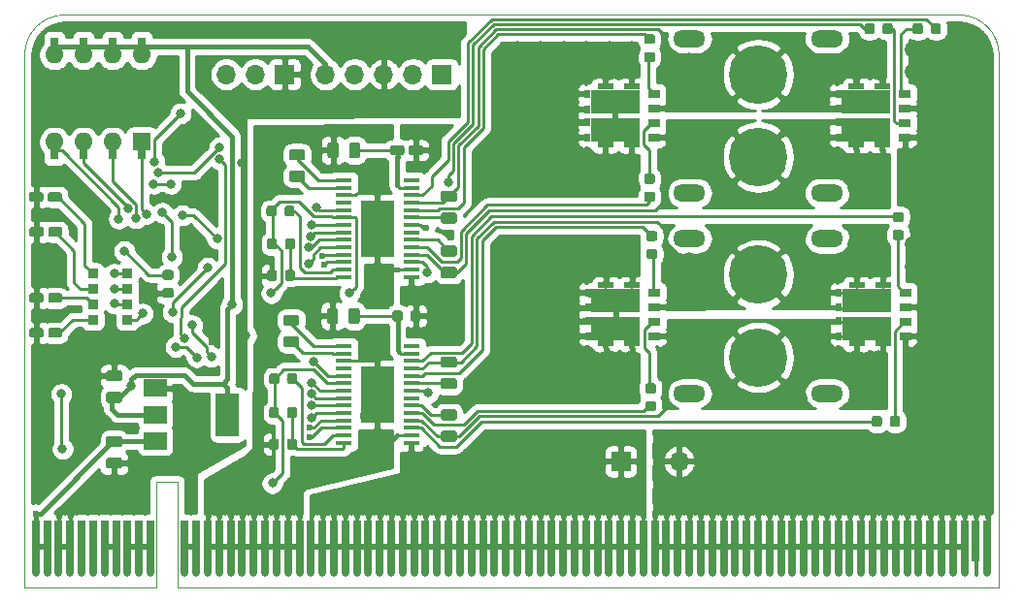
<source format=gtl>
G04 #@! TF.GenerationSoftware,KiCad,Pcbnew,(5.1.5)-3*
G04 #@! TF.CreationDate,2020-01-11T02:44:02+09:00*
G04 #@! TF.ProjectId,H-Bridge-MD,482d4272-6964-4676-952d-4d442e6b6963,rev?*
G04 #@! TF.SameCoordinates,Original*
G04 #@! TF.FileFunction,Copper,L1,Top*
G04 #@! TF.FilePolarity,Positive*
%FSLAX46Y46*%
G04 Gerber Fmt 4.6, Leading zero omitted, Abs format (unit mm)*
G04 Created by KiCad (PCBNEW (5.1.5)-3) date 2020-01-11 02:44:02*
%MOMM*%
%LPD*%
G04 APERTURE LIST*
%ADD10C,0.050000*%
%ADD11O,1.600000X1.600000*%
%ADD12R,1.600000X1.600000*%
%ADD13R,0.800000X1.600000*%
%ADD14O,1.700000X1.700000*%
%ADD15R,1.700000X1.700000*%
%ADD16R,4.280000X2.080000*%
%ADD17R,1.400000X0.495000*%
%ADD18R,0.560000X0.750000*%
%ADD19R,1.000000X0.750000*%
%ADD20C,0.100000*%
%ADD21R,0.900000X0.900000*%
%ADD22R,0.650000X3.600000*%
%ADD23C,0.650000*%
%ADD24R,0.650000X4.600000*%
%ADD25C,5.100000*%
%ADD26O,2.800000X1.500000*%
%ADD27R,2.000000X1.500000*%
%ADD28R,2.000000X3.800000*%
%ADD29R,1.475000X0.450000*%
%ADD30R,3.000000X5.000000*%
%ADD31C,0.600000*%
%ADD32C,0.800000*%
%ADD33C,1.500000*%
%ADD34C,0.400000*%
%ADD35C,0.500000*%
%ADD36C,0.250000*%
%ADD37C,0.254000*%
%ADD38C,0.300000*%
%ADD39C,0.350000*%
%ADD40O,2.200000X1.000000*%
G04 APERTURE END LIST*
D10*
X50000000Y-90000000D02*
X61468000Y-90000000D01*
X63373000Y-90000000D02*
X135000000Y-90000000D01*
X63373000Y-80772000D02*
X61468000Y-80772000D01*
X50000000Y-43500000D02*
G75*
G02X53500000Y-40000000I3500000J0D01*
G01*
X131500000Y-40000000D02*
G75*
G02X135000000Y-43500000I0J-3500000D01*
G01*
X63373000Y-80772000D02*
X63373000Y-90000000D01*
X61468000Y-90000000D02*
X61468000Y-80772000D01*
X131500000Y-40000000D02*
X53500000Y-40000000D01*
X50000000Y-43500000D02*
X50000000Y-90000000D01*
X135000000Y-43500000D02*
X135000000Y-90000000D01*
D11*
X60200000Y-43480000D03*
X52580000Y-51100000D03*
X57660000Y-43480000D03*
X55120000Y-51100000D03*
X55120000Y-43480000D03*
X57660000Y-51100000D03*
X52580000Y-43480000D03*
D12*
X60200000Y-51100000D03*
D13*
X52578000Y-42744000D03*
X55118000Y-42744000D03*
X57658000Y-42744000D03*
X60198000Y-42744000D03*
X60198000Y-51844000D03*
X57658000Y-51844000D03*
X55118000Y-51844000D03*
X52578000Y-51844000D03*
D14*
X107080000Y-79000000D03*
D15*
X102000000Y-79000000D03*
D16*
X123400000Y-50030000D03*
X123400000Y-47550000D03*
D17*
X122540000Y-46263000D03*
X124840000Y-46263000D03*
X124840000Y-51317000D03*
X122540000Y-51317000D03*
D18*
X120980000Y-50695000D03*
X120980000Y-49365000D03*
X120980000Y-48215000D03*
X120980000Y-46885000D03*
D19*
X126789000Y-46885000D03*
X126789000Y-48155000D03*
X126789000Y-49425000D03*
X126789000Y-50695000D03*
G04 #@! TA.AperFunction,SMDPad,CuDef*
D20*
G36*
X84545329Y-51392023D02*
G01*
X84565957Y-51395083D01*
X84586185Y-51400150D01*
X84605820Y-51407176D01*
X84624672Y-51416092D01*
X84642559Y-51426813D01*
X84659309Y-51439235D01*
X84674760Y-51453240D01*
X84688765Y-51468691D01*
X84701187Y-51485441D01*
X84711908Y-51503328D01*
X84720824Y-51522180D01*
X84727850Y-51541815D01*
X84732917Y-51562043D01*
X84735977Y-51582671D01*
X84737000Y-51603500D01*
X84737000Y-52028500D01*
X84735977Y-52049329D01*
X84732917Y-52069957D01*
X84727850Y-52090185D01*
X84720824Y-52109820D01*
X84711908Y-52128672D01*
X84701187Y-52146559D01*
X84688765Y-52163309D01*
X84674760Y-52178760D01*
X84659309Y-52192765D01*
X84642559Y-52205187D01*
X84624672Y-52215908D01*
X84605820Y-52224824D01*
X84586185Y-52231850D01*
X84565957Y-52236917D01*
X84545329Y-52239977D01*
X84524500Y-52241000D01*
X83724500Y-52241000D01*
X83703671Y-52239977D01*
X83683043Y-52236917D01*
X83662815Y-52231850D01*
X83643180Y-52224824D01*
X83624328Y-52215908D01*
X83606441Y-52205187D01*
X83589691Y-52192765D01*
X83574240Y-52178760D01*
X83560235Y-52163309D01*
X83547813Y-52146559D01*
X83537092Y-52128672D01*
X83528176Y-52109820D01*
X83521150Y-52090185D01*
X83516083Y-52069957D01*
X83513023Y-52049329D01*
X83512000Y-52028500D01*
X83512000Y-51603500D01*
X83513023Y-51582671D01*
X83516083Y-51562043D01*
X83521150Y-51541815D01*
X83528176Y-51522180D01*
X83537092Y-51503328D01*
X83547813Y-51485441D01*
X83560235Y-51468691D01*
X83574240Y-51453240D01*
X83589691Y-51439235D01*
X83606441Y-51426813D01*
X83624328Y-51416092D01*
X83643180Y-51407176D01*
X83662815Y-51400150D01*
X83683043Y-51395083D01*
X83703671Y-51392023D01*
X83724500Y-51391000D01*
X84524500Y-51391000D01*
X84545329Y-51392023D01*
G37*
G04 #@! TD.AperFunction*
G04 #@! TA.AperFunction,SMDPad,CuDef*
G36*
X82920329Y-51392023D02*
G01*
X82940957Y-51395083D01*
X82961185Y-51400150D01*
X82980820Y-51407176D01*
X82999672Y-51416092D01*
X83017559Y-51426813D01*
X83034309Y-51439235D01*
X83049760Y-51453240D01*
X83063765Y-51468691D01*
X83076187Y-51485441D01*
X83086908Y-51503328D01*
X83095824Y-51522180D01*
X83102850Y-51541815D01*
X83107917Y-51562043D01*
X83110977Y-51582671D01*
X83112000Y-51603500D01*
X83112000Y-52028500D01*
X83110977Y-52049329D01*
X83107917Y-52069957D01*
X83102850Y-52090185D01*
X83095824Y-52109820D01*
X83086908Y-52128672D01*
X83076187Y-52146559D01*
X83063765Y-52163309D01*
X83049760Y-52178760D01*
X83034309Y-52192765D01*
X83017559Y-52205187D01*
X82999672Y-52215908D01*
X82980820Y-52224824D01*
X82961185Y-52231850D01*
X82940957Y-52236917D01*
X82920329Y-52239977D01*
X82899500Y-52241000D01*
X82099500Y-52241000D01*
X82078671Y-52239977D01*
X82058043Y-52236917D01*
X82037815Y-52231850D01*
X82018180Y-52224824D01*
X81999328Y-52215908D01*
X81981441Y-52205187D01*
X81964691Y-52192765D01*
X81949240Y-52178760D01*
X81935235Y-52163309D01*
X81922813Y-52146559D01*
X81912092Y-52128672D01*
X81903176Y-52109820D01*
X81896150Y-52090185D01*
X81891083Y-52069957D01*
X81888023Y-52049329D01*
X81887000Y-52028500D01*
X81887000Y-51603500D01*
X81888023Y-51582671D01*
X81891083Y-51562043D01*
X81896150Y-51541815D01*
X81903176Y-51522180D01*
X81912092Y-51503328D01*
X81922813Y-51485441D01*
X81935235Y-51468691D01*
X81949240Y-51453240D01*
X81964691Y-51439235D01*
X81981441Y-51426813D01*
X81999328Y-51416092D01*
X82018180Y-51407176D01*
X82037815Y-51400150D01*
X82058043Y-51395083D01*
X82078671Y-51392023D01*
X82099500Y-51391000D01*
X82899500Y-51391000D01*
X82920329Y-51392023D01*
G37*
G04 #@! TD.AperFunction*
G04 #@! TA.AperFunction,SMDPad,CuDef*
G36*
X53078829Y-67342023D02*
G01*
X53099457Y-67345083D01*
X53119685Y-67350150D01*
X53139320Y-67357176D01*
X53158172Y-67366092D01*
X53176059Y-67376813D01*
X53192809Y-67389235D01*
X53208260Y-67403240D01*
X53222265Y-67418691D01*
X53234687Y-67435441D01*
X53245408Y-67453328D01*
X53254324Y-67472180D01*
X53261350Y-67491815D01*
X53266417Y-67512043D01*
X53269477Y-67532671D01*
X53270500Y-67553500D01*
X53270500Y-67978500D01*
X53269477Y-67999329D01*
X53266417Y-68019957D01*
X53261350Y-68040185D01*
X53254324Y-68059820D01*
X53245408Y-68078672D01*
X53234687Y-68096559D01*
X53222265Y-68113309D01*
X53208260Y-68128760D01*
X53192809Y-68142765D01*
X53176059Y-68155187D01*
X53158172Y-68165908D01*
X53139320Y-68174824D01*
X53119685Y-68181850D01*
X53099457Y-68186917D01*
X53078829Y-68189977D01*
X53058000Y-68191000D01*
X52258000Y-68191000D01*
X52237171Y-68189977D01*
X52216543Y-68186917D01*
X52196315Y-68181850D01*
X52176680Y-68174824D01*
X52157828Y-68165908D01*
X52139941Y-68155187D01*
X52123191Y-68142765D01*
X52107740Y-68128760D01*
X52093735Y-68113309D01*
X52081313Y-68096559D01*
X52070592Y-68078672D01*
X52061676Y-68059820D01*
X52054650Y-68040185D01*
X52049583Y-68019957D01*
X52046523Y-67999329D01*
X52045500Y-67978500D01*
X52045500Y-67553500D01*
X52046523Y-67532671D01*
X52049583Y-67512043D01*
X52054650Y-67491815D01*
X52061676Y-67472180D01*
X52070592Y-67453328D01*
X52081313Y-67435441D01*
X52093735Y-67418691D01*
X52107740Y-67403240D01*
X52123191Y-67389235D01*
X52139941Y-67376813D01*
X52157828Y-67366092D01*
X52176680Y-67357176D01*
X52196315Y-67350150D01*
X52216543Y-67345083D01*
X52237171Y-67342023D01*
X52258000Y-67341000D01*
X53058000Y-67341000D01*
X53078829Y-67342023D01*
G37*
G04 #@! TD.AperFunction*
G04 #@! TA.AperFunction,SMDPad,CuDef*
G36*
X51453829Y-67342023D02*
G01*
X51474457Y-67345083D01*
X51494685Y-67350150D01*
X51514320Y-67357176D01*
X51533172Y-67366092D01*
X51551059Y-67376813D01*
X51567809Y-67389235D01*
X51583260Y-67403240D01*
X51597265Y-67418691D01*
X51609687Y-67435441D01*
X51620408Y-67453328D01*
X51629324Y-67472180D01*
X51636350Y-67491815D01*
X51641417Y-67512043D01*
X51644477Y-67532671D01*
X51645500Y-67553500D01*
X51645500Y-67978500D01*
X51644477Y-67999329D01*
X51641417Y-68019957D01*
X51636350Y-68040185D01*
X51629324Y-68059820D01*
X51620408Y-68078672D01*
X51609687Y-68096559D01*
X51597265Y-68113309D01*
X51583260Y-68128760D01*
X51567809Y-68142765D01*
X51551059Y-68155187D01*
X51533172Y-68165908D01*
X51514320Y-68174824D01*
X51494685Y-68181850D01*
X51474457Y-68186917D01*
X51453829Y-68189977D01*
X51433000Y-68191000D01*
X50633000Y-68191000D01*
X50612171Y-68189977D01*
X50591543Y-68186917D01*
X50571315Y-68181850D01*
X50551680Y-68174824D01*
X50532828Y-68165908D01*
X50514941Y-68155187D01*
X50498191Y-68142765D01*
X50482740Y-68128760D01*
X50468735Y-68113309D01*
X50456313Y-68096559D01*
X50445592Y-68078672D01*
X50436676Y-68059820D01*
X50429650Y-68040185D01*
X50424583Y-68019957D01*
X50421523Y-67999329D01*
X50420500Y-67978500D01*
X50420500Y-67553500D01*
X50421523Y-67532671D01*
X50424583Y-67512043D01*
X50429650Y-67491815D01*
X50436676Y-67472180D01*
X50445592Y-67453328D01*
X50456313Y-67435441D01*
X50468735Y-67418691D01*
X50482740Y-67403240D01*
X50498191Y-67389235D01*
X50514941Y-67376813D01*
X50532828Y-67366092D01*
X50551680Y-67357176D01*
X50571315Y-67350150D01*
X50591543Y-67345083D01*
X50612171Y-67342023D01*
X50633000Y-67341000D01*
X51433000Y-67341000D01*
X51453829Y-67342023D01*
G37*
G04 #@! TD.AperFunction*
G04 #@! TA.AperFunction,SMDPad,CuDef*
G36*
X53078829Y-64294023D02*
G01*
X53099457Y-64297083D01*
X53119685Y-64302150D01*
X53139320Y-64309176D01*
X53158172Y-64318092D01*
X53176059Y-64328813D01*
X53192809Y-64341235D01*
X53208260Y-64355240D01*
X53222265Y-64370691D01*
X53234687Y-64387441D01*
X53245408Y-64405328D01*
X53254324Y-64424180D01*
X53261350Y-64443815D01*
X53266417Y-64464043D01*
X53269477Y-64484671D01*
X53270500Y-64505500D01*
X53270500Y-64930500D01*
X53269477Y-64951329D01*
X53266417Y-64971957D01*
X53261350Y-64992185D01*
X53254324Y-65011820D01*
X53245408Y-65030672D01*
X53234687Y-65048559D01*
X53222265Y-65065309D01*
X53208260Y-65080760D01*
X53192809Y-65094765D01*
X53176059Y-65107187D01*
X53158172Y-65117908D01*
X53139320Y-65126824D01*
X53119685Y-65133850D01*
X53099457Y-65138917D01*
X53078829Y-65141977D01*
X53058000Y-65143000D01*
X52258000Y-65143000D01*
X52237171Y-65141977D01*
X52216543Y-65138917D01*
X52196315Y-65133850D01*
X52176680Y-65126824D01*
X52157828Y-65117908D01*
X52139941Y-65107187D01*
X52123191Y-65094765D01*
X52107740Y-65080760D01*
X52093735Y-65065309D01*
X52081313Y-65048559D01*
X52070592Y-65030672D01*
X52061676Y-65011820D01*
X52054650Y-64992185D01*
X52049583Y-64971957D01*
X52046523Y-64951329D01*
X52045500Y-64930500D01*
X52045500Y-64505500D01*
X52046523Y-64484671D01*
X52049583Y-64464043D01*
X52054650Y-64443815D01*
X52061676Y-64424180D01*
X52070592Y-64405328D01*
X52081313Y-64387441D01*
X52093735Y-64370691D01*
X52107740Y-64355240D01*
X52123191Y-64341235D01*
X52139941Y-64328813D01*
X52157828Y-64318092D01*
X52176680Y-64309176D01*
X52196315Y-64302150D01*
X52216543Y-64297083D01*
X52237171Y-64294023D01*
X52258000Y-64293000D01*
X53058000Y-64293000D01*
X53078829Y-64294023D01*
G37*
G04 #@! TD.AperFunction*
G04 #@! TA.AperFunction,SMDPad,CuDef*
G36*
X51453829Y-64294023D02*
G01*
X51474457Y-64297083D01*
X51494685Y-64302150D01*
X51514320Y-64309176D01*
X51533172Y-64318092D01*
X51551059Y-64328813D01*
X51567809Y-64341235D01*
X51583260Y-64355240D01*
X51597265Y-64370691D01*
X51609687Y-64387441D01*
X51620408Y-64405328D01*
X51629324Y-64424180D01*
X51636350Y-64443815D01*
X51641417Y-64464043D01*
X51644477Y-64484671D01*
X51645500Y-64505500D01*
X51645500Y-64930500D01*
X51644477Y-64951329D01*
X51641417Y-64971957D01*
X51636350Y-64992185D01*
X51629324Y-65011820D01*
X51620408Y-65030672D01*
X51609687Y-65048559D01*
X51597265Y-65065309D01*
X51583260Y-65080760D01*
X51567809Y-65094765D01*
X51551059Y-65107187D01*
X51533172Y-65117908D01*
X51514320Y-65126824D01*
X51494685Y-65133850D01*
X51474457Y-65138917D01*
X51453829Y-65141977D01*
X51433000Y-65143000D01*
X50633000Y-65143000D01*
X50612171Y-65141977D01*
X50591543Y-65138917D01*
X50571315Y-65133850D01*
X50551680Y-65126824D01*
X50532828Y-65117908D01*
X50514941Y-65107187D01*
X50498191Y-65094765D01*
X50482740Y-65080760D01*
X50468735Y-65065309D01*
X50456313Y-65048559D01*
X50445592Y-65030672D01*
X50436676Y-65011820D01*
X50429650Y-64992185D01*
X50424583Y-64971957D01*
X50421523Y-64951329D01*
X50420500Y-64930500D01*
X50420500Y-64505500D01*
X50421523Y-64484671D01*
X50424583Y-64464043D01*
X50429650Y-64443815D01*
X50436676Y-64424180D01*
X50445592Y-64405328D01*
X50456313Y-64387441D01*
X50468735Y-64370691D01*
X50482740Y-64355240D01*
X50498191Y-64341235D01*
X50514941Y-64328813D01*
X50532828Y-64318092D01*
X50551680Y-64309176D01*
X50571315Y-64302150D01*
X50591543Y-64297083D01*
X50612171Y-64294023D01*
X50633000Y-64293000D01*
X51433000Y-64293000D01*
X51453829Y-64294023D01*
G37*
G04 #@! TD.AperFunction*
G04 #@! TA.AperFunction,SMDPad,CuDef*
G36*
X53078829Y-58520023D02*
G01*
X53099457Y-58523083D01*
X53119685Y-58528150D01*
X53139320Y-58535176D01*
X53158172Y-58544092D01*
X53176059Y-58554813D01*
X53192809Y-58567235D01*
X53208260Y-58581240D01*
X53222265Y-58596691D01*
X53234687Y-58613441D01*
X53245408Y-58631328D01*
X53254324Y-58650180D01*
X53261350Y-58669815D01*
X53266417Y-58690043D01*
X53269477Y-58710671D01*
X53270500Y-58731500D01*
X53270500Y-59156500D01*
X53269477Y-59177329D01*
X53266417Y-59197957D01*
X53261350Y-59218185D01*
X53254324Y-59237820D01*
X53245408Y-59256672D01*
X53234687Y-59274559D01*
X53222265Y-59291309D01*
X53208260Y-59306760D01*
X53192809Y-59320765D01*
X53176059Y-59333187D01*
X53158172Y-59343908D01*
X53139320Y-59352824D01*
X53119685Y-59359850D01*
X53099457Y-59364917D01*
X53078829Y-59367977D01*
X53058000Y-59369000D01*
X52258000Y-59369000D01*
X52237171Y-59367977D01*
X52216543Y-59364917D01*
X52196315Y-59359850D01*
X52176680Y-59352824D01*
X52157828Y-59343908D01*
X52139941Y-59333187D01*
X52123191Y-59320765D01*
X52107740Y-59306760D01*
X52093735Y-59291309D01*
X52081313Y-59274559D01*
X52070592Y-59256672D01*
X52061676Y-59237820D01*
X52054650Y-59218185D01*
X52049583Y-59197957D01*
X52046523Y-59177329D01*
X52045500Y-59156500D01*
X52045500Y-58731500D01*
X52046523Y-58710671D01*
X52049583Y-58690043D01*
X52054650Y-58669815D01*
X52061676Y-58650180D01*
X52070592Y-58631328D01*
X52081313Y-58613441D01*
X52093735Y-58596691D01*
X52107740Y-58581240D01*
X52123191Y-58567235D01*
X52139941Y-58554813D01*
X52157828Y-58544092D01*
X52176680Y-58535176D01*
X52196315Y-58528150D01*
X52216543Y-58523083D01*
X52237171Y-58520023D01*
X52258000Y-58519000D01*
X53058000Y-58519000D01*
X53078829Y-58520023D01*
G37*
G04 #@! TD.AperFunction*
G04 #@! TA.AperFunction,SMDPad,CuDef*
G36*
X51453829Y-58520023D02*
G01*
X51474457Y-58523083D01*
X51494685Y-58528150D01*
X51514320Y-58535176D01*
X51533172Y-58544092D01*
X51551059Y-58554813D01*
X51567809Y-58567235D01*
X51583260Y-58581240D01*
X51597265Y-58596691D01*
X51609687Y-58613441D01*
X51620408Y-58631328D01*
X51629324Y-58650180D01*
X51636350Y-58669815D01*
X51641417Y-58690043D01*
X51644477Y-58710671D01*
X51645500Y-58731500D01*
X51645500Y-59156500D01*
X51644477Y-59177329D01*
X51641417Y-59197957D01*
X51636350Y-59218185D01*
X51629324Y-59237820D01*
X51620408Y-59256672D01*
X51609687Y-59274559D01*
X51597265Y-59291309D01*
X51583260Y-59306760D01*
X51567809Y-59320765D01*
X51551059Y-59333187D01*
X51533172Y-59343908D01*
X51514320Y-59352824D01*
X51494685Y-59359850D01*
X51474457Y-59364917D01*
X51453829Y-59367977D01*
X51433000Y-59369000D01*
X50633000Y-59369000D01*
X50612171Y-59367977D01*
X50591543Y-59364917D01*
X50571315Y-59359850D01*
X50551680Y-59352824D01*
X50532828Y-59343908D01*
X50514941Y-59333187D01*
X50498191Y-59320765D01*
X50482740Y-59306760D01*
X50468735Y-59291309D01*
X50456313Y-59274559D01*
X50445592Y-59256672D01*
X50436676Y-59237820D01*
X50429650Y-59218185D01*
X50424583Y-59197957D01*
X50421523Y-59177329D01*
X50420500Y-59156500D01*
X50420500Y-58731500D01*
X50421523Y-58710671D01*
X50424583Y-58690043D01*
X50429650Y-58669815D01*
X50436676Y-58650180D01*
X50445592Y-58631328D01*
X50456313Y-58613441D01*
X50468735Y-58596691D01*
X50482740Y-58581240D01*
X50498191Y-58567235D01*
X50514941Y-58554813D01*
X50532828Y-58544092D01*
X50551680Y-58535176D01*
X50571315Y-58528150D01*
X50591543Y-58523083D01*
X50612171Y-58520023D01*
X50633000Y-58519000D01*
X51433000Y-58519000D01*
X51453829Y-58520023D01*
G37*
G04 #@! TD.AperFunction*
G04 #@! TA.AperFunction,SMDPad,CuDef*
G36*
X53053329Y-55472023D02*
G01*
X53073957Y-55475083D01*
X53094185Y-55480150D01*
X53113820Y-55487176D01*
X53132672Y-55496092D01*
X53150559Y-55506813D01*
X53167309Y-55519235D01*
X53182760Y-55533240D01*
X53196765Y-55548691D01*
X53209187Y-55565441D01*
X53219908Y-55583328D01*
X53228824Y-55602180D01*
X53235850Y-55621815D01*
X53240917Y-55642043D01*
X53243977Y-55662671D01*
X53245000Y-55683500D01*
X53245000Y-56108500D01*
X53243977Y-56129329D01*
X53240917Y-56149957D01*
X53235850Y-56170185D01*
X53228824Y-56189820D01*
X53219908Y-56208672D01*
X53209187Y-56226559D01*
X53196765Y-56243309D01*
X53182760Y-56258760D01*
X53167309Y-56272765D01*
X53150559Y-56285187D01*
X53132672Y-56295908D01*
X53113820Y-56304824D01*
X53094185Y-56311850D01*
X53073957Y-56316917D01*
X53053329Y-56319977D01*
X53032500Y-56321000D01*
X52232500Y-56321000D01*
X52211671Y-56319977D01*
X52191043Y-56316917D01*
X52170815Y-56311850D01*
X52151180Y-56304824D01*
X52132328Y-56295908D01*
X52114441Y-56285187D01*
X52097691Y-56272765D01*
X52082240Y-56258760D01*
X52068235Y-56243309D01*
X52055813Y-56226559D01*
X52045092Y-56208672D01*
X52036176Y-56189820D01*
X52029150Y-56170185D01*
X52024083Y-56149957D01*
X52021023Y-56129329D01*
X52020000Y-56108500D01*
X52020000Y-55683500D01*
X52021023Y-55662671D01*
X52024083Y-55642043D01*
X52029150Y-55621815D01*
X52036176Y-55602180D01*
X52045092Y-55583328D01*
X52055813Y-55565441D01*
X52068235Y-55548691D01*
X52082240Y-55533240D01*
X52097691Y-55519235D01*
X52114441Y-55506813D01*
X52132328Y-55496092D01*
X52151180Y-55487176D01*
X52170815Y-55480150D01*
X52191043Y-55475083D01*
X52211671Y-55472023D01*
X52232500Y-55471000D01*
X53032500Y-55471000D01*
X53053329Y-55472023D01*
G37*
G04 #@! TD.AperFunction*
G04 #@! TA.AperFunction,SMDPad,CuDef*
G36*
X51428329Y-55472023D02*
G01*
X51448957Y-55475083D01*
X51469185Y-55480150D01*
X51488820Y-55487176D01*
X51507672Y-55496092D01*
X51525559Y-55506813D01*
X51542309Y-55519235D01*
X51557760Y-55533240D01*
X51571765Y-55548691D01*
X51584187Y-55565441D01*
X51594908Y-55583328D01*
X51603824Y-55602180D01*
X51610850Y-55621815D01*
X51615917Y-55642043D01*
X51618977Y-55662671D01*
X51620000Y-55683500D01*
X51620000Y-56108500D01*
X51618977Y-56129329D01*
X51615917Y-56149957D01*
X51610850Y-56170185D01*
X51603824Y-56189820D01*
X51594908Y-56208672D01*
X51584187Y-56226559D01*
X51571765Y-56243309D01*
X51557760Y-56258760D01*
X51542309Y-56272765D01*
X51525559Y-56285187D01*
X51507672Y-56295908D01*
X51488820Y-56304824D01*
X51469185Y-56311850D01*
X51448957Y-56316917D01*
X51428329Y-56319977D01*
X51407500Y-56321000D01*
X50607500Y-56321000D01*
X50586671Y-56319977D01*
X50566043Y-56316917D01*
X50545815Y-56311850D01*
X50526180Y-56304824D01*
X50507328Y-56295908D01*
X50489441Y-56285187D01*
X50472691Y-56272765D01*
X50457240Y-56258760D01*
X50443235Y-56243309D01*
X50430813Y-56226559D01*
X50420092Y-56208672D01*
X50411176Y-56189820D01*
X50404150Y-56170185D01*
X50399083Y-56149957D01*
X50396023Y-56129329D01*
X50395000Y-56108500D01*
X50395000Y-55683500D01*
X50396023Y-55662671D01*
X50399083Y-55642043D01*
X50404150Y-55621815D01*
X50411176Y-55602180D01*
X50420092Y-55583328D01*
X50430813Y-55565441D01*
X50443235Y-55548691D01*
X50457240Y-55533240D01*
X50472691Y-55519235D01*
X50489441Y-55506813D01*
X50507328Y-55496092D01*
X50526180Y-55487176D01*
X50545815Y-55480150D01*
X50566043Y-55475083D01*
X50586671Y-55472023D01*
X50607500Y-55471000D01*
X51407500Y-55471000D01*
X51428329Y-55472023D01*
G37*
G04 #@! TD.AperFunction*
D21*
X58950000Y-65260000D03*
X58950000Y-66600000D03*
X58950000Y-62600000D03*
X58950000Y-63940000D03*
X55950000Y-65260000D03*
X55950000Y-63940000D03*
X55950000Y-66600000D03*
X55950000Y-62600000D03*
D16*
X101503000Y-50040000D03*
X101503000Y-47560000D03*
D17*
X100643000Y-46273000D03*
X102943000Y-46273000D03*
X102943000Y-51327000D03*
X100643000Y-51327000D03*
D18*
X99083000Y-50705000D03*
X99083000Y-49375000D03*
X99083000Y-48225000D03*
X99083000Y-46895000D03*
D19*
X104892000Y-46895000D03*
X104892000Y-48165000D03*
X104892000Y-49435000D03*
X104892000Y-50705000D03*
D16*
X123450000Y-67390000D03*
X123450000Y-64910000D03*
D17*
X122590000Y-63623000D03*
X124890000Y-63623000D03*
X124890000Y-68677000D03*
X122590000Y-68677000D03*
D18*
X121030000Y-68055000D03*
X121030000Y-66725000D03*
X121030000Y-65575000D03*
X121030000Y-64245000D03*
D19*
X126839000Y-64245000D03*
X126839000Y-65515000D03*
X126839000Y-66785000D03*
X126839000Y-68055000D03*
D16*
X101553000Y-67390000D03*
X101553000Y-64910000D03*
D17*
X100693000Y-63623000D03*
X102993000Y-63623000D03*
X102993000Y-68677000D03*
X100693000Y-68677000D03*
D18*
X99133000Y-68055000D03*
X99133000Y-66725000D03*
X99133000Y-65575000D03*
X99133000Y-64245000D03*
D19*
X104942000Y-64245000D03*
X104942000Y-65515000D03*
X104942000Y-66785000D03*
X104942000Y-68055000D03*
D14*
X76250800Y-45200000D03*
X78790800Y-45200000D03*
X81330800Y-45200000D03*
X83870800Y-45200000D03*
D15*
X86410800Y-45200000D03*
D14*
X67589400Y-45200000D03*
X70129400Y-45200000D03*
D15*
X72669400Y-45200000D03*
D22*
X132970000Y-85950000D03*
D23*
X133970000Y-88750000D03*
X129970000Y-88750000D03*
D24*
X128970000Y-86450000D03*
X122970000Y-86450000D03*
D23*
X123970000Y-88750000D03*
D24*
X129970000Y-86450000D03*
X131970000Y-86450000D03*
X123970000Y-86450000D03*
X125970000Y-86450000D03*
D23*
X131970000Y-88750000D03*
X125970000Y-88750000D03*
X127970000Y-88750000D03*
X130970000Y-88750000D03*
D24*
X127970000Y-86450000D03*
D23*
X126970000Y-88750000D03*
D24*
X130970000Y-86450000D03*
D23*
X128970000Y-88750000D03*
D24*
X124970000Y-86450000D03*
X126970000Y-86450000D03*
X133970000Y-86450000D03*
D23*
X124970000Y-88750000D03*
D24*
X50970000Y-86450000D03*
X51970000Y-86450000D03*
X52970000Y-86450000D03*
X53970000Y-86450000D03*
X54970000Y-86450000D03*
X55970000Y-86450000D03*
X56970000Y-86450000D03*
X57970000Y-86450000D03*
X58970000Y-86450000D03*
X59970000Y-86450000D03*
X60970000Y-86450000D03*
X65970000Y-86450000D03*
X66970000Y-86450000D03*
X67970000Y-86450000D03*
X69970000Y-86450000D03*
X63970000Y-86450000D03*
X64970000Y-86450000D03*
D23*
X52970000Y-88750000D03*
X53970000Y-88750000D03*
X54970000Y-88750000D03*
X55970000Y-88750000D03*
X56970000Y-88750000D03*
X57970000Y-88750000D03*
X58970000Y-88750000D03*
X59970000Y-88750000D03*
X60970000Y-88750000D03*
X50970000Y-88750000D03*
X63970000Y-88750000D03*
X64970000Y-88750000D03*
X65970000Y-88750000D03*
X66970000Y-88750000D03*
X67970000Y-88750000D03*
X51970000Y-88750000D03*
D24*
X68970000Y-86450000D03*
D23*
X68970000Y-88750000D03*
D24*
X73970000Y-86450000D03*
X75970000Y-86450000D03*
D23*
X75970000Y-88750000D03*
D24*
X72970000Y-86450000D03*
X70970000Y-86450000D03*
X71970000Y-86450000D03*
D23*
X71970000Y-88750000D03*
X73970000Y-88750000D03*
X70970000Y-88750000D03*
X72970000Y-88750000D03*
X69970000Y-88750000D03*
X74970000Y-88750000D03*
D24*
X74970000Y-86450000D03*
X78970000Y-86450000D03*
X79970000Y-86450000D03*
X77970000Y-86450000D03*
X76970000Y-86450000D03*
D23*
X78970000Y-88750000D03*
X76970000Y-88750000D03*
X77970000Y-88750000D03*
D24*
X81970000Y-86450000D03*
X82970000Y-86450000D03*
X80970000Y-86450000D03*
X83970000Y-86450000D03*
D23*
X79970000Y-88750000D03*
X80970000Y-88750000D03*
X81970000Y-88750000D03*
X82970000Y-88750000D03*
D24*
X85970000Y-86450000D03*
X86970000Y-86450000D03*
X84970000Y-86450000D03*
D23*
X83970000Y-88750000D03*
X87970000Y-88750000D03*
X84970000Y-88750000D03*
X85970000Y-88750000D03*
X86970000Y-88750000D03*
D24*
X89970000Y-86450000D03*
X90970000Y-86450000D03*
X88970000Y-86450000D03*
X87970000Y-86450000D03*
D23*
X91970000Y-88750000D03*
X88970000Y-88750000D03*
X89970000Y-88750000D03*
X90970000Y-88750000D03*
D24*
X92970000Y-86450000D03*
X91970000Y-86450000D03*
D23*
X92970000Y-88750000D03*
D24*
X94970000Y-86450000D03*
X98970000Y-86450000D03*
X95970000Y-86450000D03*
X93970000Y-86450000D03*
X96970000Y-86450000D03*
X100970000Y-86450000D03*
D23*
X103970000Y-88750000D03*
D24*
X103970000Y-86450000D03*
X97970000Y-86450000D03*
X107970000Y-86450000D03*
D23*
X97970000Y-88750000D03*
X96970000Y-88750000D03*
D24*
X104970000Y-86450000D03*
D23*
X104970000Y-88750000D03*
D24*
X99970000Y-86450000D03*
D23*
X100970000Y-88750000D03*
X102970000Y-88750000D03*
D24*
X106970000Y-86450000D03*
D23*
X98970000Y-88750000D03*
X94970000Y-88750000D03*
D24*
X105970000Y-86450000D03*
X102970000Y-86450000D03*
D23*
X95970000Y-88750000D03*
X92970000Y-88750000D03*
X93970000Y-88750000D03*
X99970000Y-88750000D03*
D24*
X108970000Y-86450000D03*
D23*
X108970000Y-88750000D03*
D24*
X101970000Y-86450000D03*
D23*
X101970000Y-88750000D03*
D24*
X115970000Y-86450000D03*
D23*
X115970000Y-88750000D03*
D24*
X116970000Y-86450000D03*
D23*
X111970000Y-88750000D03*
X106970000Y-88750000D03*
D24*
X109970000Y-86450000D03*
X113970000Y-86450000D03*
D23*
X113970000Y-88750000D03*
X118970000Y-88750000D03*
X107970000Y-88750000D03*
X105970000Y-88750000D03*
X108970000Y-88750000D03*
D24*
X117970000Y-86450000D03*
D23*
X117970000Y-88750000D03*
D24*
X111970000Y-86450000D03*
X112970000Y-86450000D03*
X110970000Y-86450000D03*
D23*
X110970000Y-88750000D03*
X114970000Y-88750000D03*
D24*
X118970000Y-86450000D03*
D23*
X109970000Y-88750000D03*
D24*
X119970000Y-86450000D03*
D23*
X120970000Y-88750000D03*
X119970000Y-88750000D03*
X116970000Y-88750000D03*
D24*
X114970000Y-86450000D03*
D23*
X112970000Y-88750000D03*
D24*
X121970000Y-86450000D03*
X120970000Y-86450000D03*
D23*
X121970000Y-88750000D03*
X122970000Y-88750000D03*
D25*
X114000000Y-45200000D03*
X114000000Y-52400000D03*
D26*
X108000000Y-42050000D03*
X108000000Y-55550000D03*
X120000000Y-42050000D03*
X120000000Y-55550000D03*
D25*
X114000000Y-62700000D03*
X114000000Y-69900000D03*
D26*
X108000000Y-59550000D03*
X108000000Y-73050000D03*
X120000000Y-59550000D03*
X120000000Y-73050000D03*
G04 #@! TA.AperFunction,SMDPad,CuDef*
D20*
G36*
X74230142Y-53601174D02*
G01*
X74253803Y-53604684D01*
X74277007Y-53610496D01*
X74299529Y-53618554D01*
X74321153Y-53628782D01*
X74341670Y-53641079D01*
X74360883Y-53655329D01*
X74378607Y-53671393D01*
X74394671Y-53689117D01*
X74408921Y-53708330D01*
X74421218Y-53728847D01*
X74431446Y-53750471D01*
X74439504Y-53772993D01*
X74445316Y-53796197D01*
X74448826Y-53819858D01*
X74450000Y-53843750D01*
X74450000Y-54331250D01*
X74448826Y-54355142D01*
X74445316Y-54378803D01*
X74439504Y-54402007D01*
X74431446Y-54424529D01*
X74421218Y-54446153D01*
X74408921Y-54466670D01*
X74394671Y-54485883D01*
X74378607Y-54503607D01*
X74360883Y-54519671D01*
X74341670Y-54533921D01*
X74321153Y-54546218D01*
X74299529Y-54556446D01*
X74277007Y-54564504D01*
X74253803Y-54570316D01*
X74230142Y-54573826D01*
X74206250Y-54575000D01*
X73293750Y-54575000D01*
X73269858Y-54573826D01*
X73246197Y-54570316D01*
X73222993Y-54564504D01*
X73200471Y-54556446D01*
X73178847Y-54546218D01*
X73158330Y-54533921D01*
X73139117Y-54519671D01*
X73121393Y-54503607D01*
X73105329Y-54485883D01*
X73091079Y-54466670D01*
X73078782Y-54446153D01*
X73068554Y-54424529D01*
X73060496Y-54402007D01*
X73054684Y-54378803D01*
X73051174Y-54355142D01*
X73050000Y-54331250D01*
X73050000Y-53843750D01*
X73051174Y-53819858D01*
X73054684Y-53796197D01*
X73060496Y-53772993D01*
X73068554Y-53750471D01*
X73078782Y-53728847D01*
X73091079Y-53708330D01*
X73105329Y-53689117D01*
X73121393Y-53671393D01*
X73139117Y-53655329D01*
X73158330Y-53641079D01*
X73178847Y-53628782D01*
X73200471Y-53618554D01*
X73222993Y-53610496D01*
X73246197Y-53604684D01*
X73269858Y-53601174D01*
X73293750Y-53600000D01*
X74206250Y-53600000D01*
X74230142Y-53601174D01*
G37*
G04 #@! TD.AperFunction*
G04 #@! TA.AperFunction,SMDPad,CuDef*
G36*
X74230142Y-51726174D02*
G01*
X74253803Y-51729684D01*
X74277007Y-51735496D01*
X74299529Y-51743554D01*
X74321153Y-51753782D01*
X74341670Y-51766079D01*
X74360883Y-51780329D01*
X74378607Y-51796393D01*
X74394671Y-51814117D01*
X74408921Y-51833330D01*
X74421218Y-51853847D01*
X74431446Y-51875471D01*
X74439504Y-51897993D01*
X74445316Y-51921197D01*
X74448826Y-51944858D01*
X74450000Y-51968750D01*
X74450000Y-52456250D01*
X74448826Y-52480142D01*
X74445316Y-52503803D01*
X74439504Y-52527007D01*
X74431446Y-52549529D01*
X74421218Y-52571153D01*
X74408921Y-52591670D01*
X74394671Y-52610883D01*
X74378607Y-52628607D01*
X74360883Y-52644671D01*
X74341670Y-52658921D01*
X74321153Y-52671218D01*
X74299529Y-52681446D01*
X74277007Y-52689504D01*
X74253803Y-52695316D01*
X74230142Y-52698826D01*
X74206250Y-52700000D01*
X73293750Y-52700000D01*
X73269858Y-52698826D01*
X73246197Y-52695316D01*
X73222993Y-52689504D01*
X73200471Y-52681446D01*
X73178847Y-52671218D01*
X73158330Y-52658921D01*
X73139117Y-52644671D01*
X73121393Y-52628607D01*
X73105329Y-52610883D01*
X73091079Y-52591670D01*
X73078782Y-52571153D01*
X73068554Y-52549529D01*
X73060496Y-52527007D01*
X73054684Y-52503803D01*
X73051174Y-52480142D01*
X73050000Y-52456250D01*
X73050000Y-51968750D01*
X73051174Y-51944858D01*
X73054684Y-51921197D01*
X73060496Y-51897993D01*
X73068554Y-51875471D01*
X73078782Y-51853847D01*
X73091079Y-51833330D01*
X73105329Y-51814117D01*
X73121393Y-51796393D01*
X73139117Y-51780329D01*
X73158330Y-51766079D01*
X73178847Y-51753782D01*
X73200471Y-51743554D01*
X73222993Y-51735496D01*
X73246197Y-51729684D01*
X73269858Y-51726174D01*
X73293750Y-51725000D01*
X74206250Y-51725000D01*
X74230142Y-51726174D01*
G37*
G04 #@! TD.AperFunction*
G04 #@! TA.AperFunction,SMDPad,CuDef*
G36*
X73730142Y-68051174D02*
G01*
X73753803Y-68054684D01*
X73777007Y-68060496D01*
X73799529Y-68068554D01*
X73821153Y-68078782D01*
X73841670Y-68091079D01*
X73860883Y-68105329D01*
X73878607Y-68121393D01*
X73894671Y-68139117D01*
X73908921Y-68158330D01*
X73921218Y-68178847D01*
X73931446Y-68200471D01*
X73939504Y-68222993D01*
X73945316Y-68246197D01*
X73948826Y-68269858D01*
X73950000Y-68293750D01*
X73950000Y-68781250D01*
X73948826Y-68805142D01*
X73945316Y-68828803D01*
X73939504Y-68852007D01*
X73931446Y-68874529D01*
X73921218Y-68896153D01*
X73908921Y-68916670D01*
X73894671Y-68935883D01*
X73878607Y-68953607D01*
X73860883Y-68969671D01*
X73841670Y-68983921D01*
X73821153Y-68996218D01*
X73799529Y-69006446D01*
X73777007Y-69014504D01*
X73753803Y-69020316D01*
X73730142Y-69023826D01*
X73706250Y-69025000D01*
X72793750Y-69025000D01*
X72769858Y-69023826D01*
X72746197Y-69020316D01*
X72722993Y-69014504D01*
X72700471Y-69006446D01*
X72678847Y-68996218D01*
X72658330Y-68983921D01*
X72639117Y-68969671D01*
X72621393Y-68953607D01*
X72605329Y-68935883D01*
X72591079Y-68916670D01*
X72578782Y-68896153D01*
X72568554Y-68874529D01*
X72560496Y-68852007D01*
X72554684Y-68828803D01*
X72551174Y-68805142D01*
X72550000Y-68781250D01*
X72550000Y-68293750D01*
X72551174Y-68269858D01*
X72554684Y-68246197D01*
X72560496Y-68222993D01*
X72568554Y-68200471D01*
X72578782Y-68178847D01*
X72591079Y-68158330D01*
X72605329Y-68139117D01*
X72621393Y-68121393D01*
X72639117Y-68105329D01*
X72658330Y-68091079D01*
X72678847Y-68078782D01*
X72700471Y-68068554D01*
X72722993Y-68060496D01*
X72746197Y-68054684D01*
X72769858Y-68051174D01*
X72793750Y-68050000D01*
X73706250Y-68050000D01*
X73730142Y-68051174D01*
G37*
G04 #@! TD.AperFunction*
G04 #@! TA.AperFunction,SMDPad,CuDef*
G36*
X73730142Y-66176174D02*
G01*
X73753803Y-66179684D01*
X73777007Y-66185496D01*
X73799529Y-66193554D01*
X73821153Y-66203782D01*
X73841670Y-66216079D01*
X73860883Y-66230329D01*
X73878607Y-66246393D01*
X73894671Y-66264117D01*
X73908921Y-66283330D01*
X73921218Y-66303847D01*
X73931446Y-66325471D01*
X73939504Y-66347993D01*
X73945316Y-66371197D01*
X73948826Y-66394858D01*
X73950000Y-66418750D01*
X73950000Y-66906250D01*
X73948826Y-66930142D01*
X73945316Y-66953803D01*
X73939504Y-66977007D01*
X73931446Y-66999529D01*
X73921218Y-67021153D01*
X73908921Y-67041670D01*
X73894671Y-67060883D01*
X73878607Y-67078607D01*
X73860883Y-67094671D01*
X73841670Y-67108921D01*
X73821153Y-67121218D01*
X73799529Y-67131446D01*
X73777007Y-67139504D01*
X73753803Y-67145316D01*
X73730142Y-67148826D01*
X73706250Y-67150000D01*
X72793750Y-67150000D01*
X72769858Y-67148826D01*
X72746197Y-67145316D01*
X72722993Y-67139504D01*
X72700471Y-67131446D01*
X72678847Y-67121218D01*
X72658330Y-67108921D01*
X72639117Y-67094671D01*
X72621393Y-67078607D01*
X72605329Y-67060883D01*
X72591079Y-67041670D01*
X72578782Y-67021153D01*
X72568554Y-66999529D01*
X72560496Y-66977007D01*
X72554684Y-66953803D01*
X72551174Y-66930142D01*
X72550000Y-66906250D01*
X72550000Y-66418750D01*
X72551174Y-66394858D01*
X72554684Y-66371197D01*
X72560496Y-66347993D01*
X72568554Y-66325471D01*
X72578782Y-66303847D01*
X72591079Y-66283330D01*
X72605329Y-66264117D01*
X72621393Y-66246393D01*
X72639117Y-66230329D01*
X72658330Y-66216079D01*
X72678847Y-66203782D01*
X72700471Y-66193554D01*
X72722993Y-66185496D01*
X72746197Y-66179684D01*
X72769858Y-66176174D01*
X72793750Y-66175000D01*
X73706250Y-66175000D01*
X73730142Y-66176174D01*
G37*
G04 #@! TD.AperFunction*
D27*
X61400000Y-72600000D03*
X61400000Y-77200000D03*
X61400000Y-74900000D03*
D28*
X67700000Y-74900000D03*
G04 #@! TA.AperFunction,SMDPad,CuDef*
D20*
G36*
X84339691Y-65820053D02*
G01*
X84360926Y-65823203D01*
X84381750Y-65828419D01*
X84401962Y-65835651D01*
X84421368Y-65844830D01*
X84439781Y-65855866D01*
X84457024Y-65868654D01*
X84472930Y-65883070D01*
X84487346Y-65898976D01*
X84500134Y-65916219D01*
X84511170Y-65934632D01*
X84520349Y-65954038D01*
X84527581Y-65974250D01*
X84532797Y-65995074D01*
X84535947Y-66016309D01*
X84537000Y-66037750D01*
X84537000Y-66550250D01*
X84535947Y-66571691D01*
X84532797Y-66592926D01*
X84527581Y-66613750D01*
X84520349Y-66633962D01*
X84511170Y-66653368D01*
X84500134Y-66671781D01*
X84487346Y-66689024D01*
X84472930Y-66704930D01*
X84457024Y-66719346D01*
X84439781Y-66732134D01*
X84421368Y-66743170D01*
X84401962Y-66752349D01*
X84381750Y-66759581D01*
X84360926Y-66764797D01*
X84339691Y-66767947D01*
X84318250Y-66769000D01*
X83880750Y-66769000D01*
X83859309Y-66767947D01*
X83838074Y-66764797D01*
X83817250Y-66759581D01*
X83797038Y-66752349D01*
X83777632Y-66743170D01*
X83759219Y-66732134D01*
X83741976Y-66719346D01*
X83726070Y-66704930D01*
X83711654Y-66689024D01*
X83698866Y-66671781D01*
X83687830Y-66653368D01*
X83678651Y-66633962D01*
X83671419Y-66613750D01*
X83666203Y-66592926D01*
X83663053Y-66571691D01*
X83662000Y-66550250D01*
X83662000Y-66037750D01*
X83663053Y-66016309D01*
X83666203Y-65995074D01*
X83671419Y-65974250D01*
X83678651Y-65954038D01*
X83687830Y-65934632D01*
X83698866Y-65916219D01*
X83711654Y-65898976D01*
X83726070Y-65883070D01*
X83741976Y-65868654D01*
X83759219Y-65855866D01*
X83777632Y-65844830D01*
X83797038Y-65835651D01*
X83817250Y-65828419D01*
X83838074Y-65823203D01*
X83859309Y-65820053D01*
X83880750Y-65819000D01*
X84318250Y-65819000D01*
X84339691Y-65820053D01*
G37*
G04 #@! TD.AperFunction*
G04 #@! TA.AperFunction,SMDPad,CuDef*
G36*
X82764691Y-65820053D02*
G01*
X82785926Y-65823203D01*
X82806750Y-65828419D01*
X82826962Y-65835651D01*
X82846368Y-65844830D01*
X82864781Y-65855866D01*
X82882024Y-65868654D01*
X82897930Y-65883070D01*
X82912346Y-65898976D01*
X82925134Y-65916219D01*
X82936170Y-65934632D01*
X82945349Y-65954038D01*
X82952581Y-65974250D01*
X82957797Y-65995074D01*
X82960947Y-66016309D01*
X82962000Y-66037750D01*
X82962000Y-66550250D01*
X82960947Y-66571691D01*
X82957797Y-66592926D01*
X82952581Y-66613750D01*
X82945349Y-66633962D01*
X82936170Y-66653368D01*
X82925134Y-66671781D01*
X82912346Y-66689024D01*
X82897930Y-66704930D01*
X82882024Y-66719346D01*
X82864781Y-66732134D01*
X82846368Y-66743170D01*
X82826962Y-66752349D01*
X82806750Y-66759581D01*
X82785926Y-66764797D01*
X82764691Y-66767947D01*
X82743250Y-66769000D01*
X82305750Y-66769000D01*
X82284309Y-66767947D01*
X82263074Y-66764797D01*
X82242250Y-66759581D01*
X82222038Y-66752349D01*
X82202632Y-66743170D01*
X82184219Y-66732134D01*
X82166976Y-66719346D01*
X82151070Y-66704930D01*
X82136654Y-66689024D01*
X82123866Y-66671781D01*
X82112830Y-66653368D01*
X82103651Y-66633962D01*
X82096419Y-66613750D01*
X82091203Y-66592926D01*
X82088053Y-66571691D01*
X82087000Y-66550250D01*
X82087000Y-66037750D01*
X82088053Y-66016309D01*
X82091203Y-65995074D01*
X82096419Y-65974250D01*
X82103651Y-65954038D01*
X82112830Y-65934632D01*
X82123866Y-65916219D01*
X82136654Y-65898976D01*
X82151070Y-65883070D01*
X82166976Y-65868654D01*
X82184219Y-65855866D01*
X82202632Y-65844830D01*
X82222038Y-65835651D01*
X82242250Y-65828419D01*
X82263074Y-65823203D01*
X82284309Y-65820053D01*
X82305750Y-65819000D01*
X82743250Y-65819000D01*
X82764691Y-65820053D01*
G37*
G04 #@! TD.AperFunction*
G04 #@! TA.AperFunction,SMDPad,CuDef*
G36*
X73389191Y-62276053D02*
G01*
X73410426Y-62279203D01*
X73431250Y-62284419D01*
X73451462Y-62291651D01*
X73470868Y-62300830D01*
X73489281Y-62311866D01*
X73506524Y-62324654D01*
X73522430Y-62339070D01*
X73536846Y-62354976D01*
X73549634Y-62372219D01*
X73560670Y-62390632D01*
X73569849Y-62410038D01*
X73577081Y-62430250D01*
X73582297Y-62451074D01*
X73585447Y-62472309D01*
X73586500Y-62493750D01*
X73586500Y-63006250D01*
X73585447Y-63027691D01*
X73582297Y-63048926D01*
X73577081Y-63069750D01*
X73569849Y-63089962D01*
X73560670Y-63109368D01*
X73549634Y-63127781D01*
X73536846Y-63145024D01*
X73522430Y-63160930D01*
X73506524Y-63175346D01*
X73489281Y-63188134D01*
X73470868Y-63199170D01*
X73451462Y-63208349D01*
X73431250Y-63215581D01*
X73410426Y-63220797D01*
X73389191Y-63223947D01*
X73367750Y-63225000D01*
X72930250Y-63225000D01*
X72908809Y-63223947D01*
X72887574Y-63220797D01*
X72866750Y-63215581D01*
X72846538Y-63208349D01*
X72827132Y-63199170D01*
X72808719Y-63188134D01*
X72791476Y-63175346D01*
X72775570Y-63160930D01*
X72761154Y-63145024D01*
X72748366Y-63127781D01*
X72737330Y-63109368D01*
X72728151Y-63089962D01*
X72720919Y-63069750D01*
X72715703Y-63048926D01*
X72712553Y-63027691D01*
X72711500Y-63006250D01*
X72711500Y-62493750D01*
X72712553Y-62472309D01*
X72715703Y-62451074D01*
X72720919Y-62430250D01*
X72728151Y-62410038D01*
X72737330Y-62390632D01*
X72748366Y-62372219D01*
X72761154Y-62354976D01*
X72775570Y-62339070D01*
X72791476Y-62324654D01*
X72808719Y-62311866D01*
X72827132Y-62300830D01*
X72846538Y-62291651D01*
X72866750Y-62284419D01*
X72887574Y-62279203D01*
X72908809Y-62276053D01*
X72930250Y-62275000D01*
X73367750Y-62275000D01*
X73389191Y-62276053D01*
G37*
G04 #@! TD.AperFunction*
G04 #@! TA.AperFunction,SMDPad,CuDef*
G36*
X71814191Y-62276053D02*
G01*
X71835426Y-62279203D01*
X71856250Y-62284419D01*
X71876462Y-62291651D01*
X71895868Y-62300830D01*
X71914281Y-62311866D01*
X71931524Y-62324654D01*
X71947430Y-62339070D01*
X71961846Y-62354976D01*
X71974634Y-62372219D01*
X71985670Y-62390632D01*
X71994849Y-62410038D01*
X72002081Y-62430250D01*
X72007297Y-62451074D01*
X72010447Y-62472309D01*
X72011500Y-62493750D01*
X72011500Y-63006250D01*
X72010447Y-63027691D01*
X72007297Y-63048926D01*
X72002081Y-63069750D01*
X71994849Y-63089962D01*
X71985670Y-63109368D01*
X71974634Y-63127781D01*
X71961846Y-63145024D01*
X71947430Y-63160930D01*
X71931524Y-63175346D01*
X71914281Y-63188134D01*
X71895868Y-63199170D01*
X71876462Y-63208349D01*
X71856250Y-63215581D01*
X71835426Y-63220797D01*
X71814191Y-63223947D01*
X71792750Y-63225000D01*
X71355250Y-63225000D01*
X71333809Y-63223947D01*
X71312574Y-63220797D01*
X71291750Y-63215581D01*
X71271538Y-63208349D01*
X71252132Y-63199170D01*
X71233719Y-63188134D01*
X71216476Y-63175346D01*
X71200570Y-63160930D01*
X71186154Y-63145024D01*
X71173366Y-63127781D01*
X71162330Y-63109368D01*
X71153151Y-63089962D01*
X71145919Y-63069750D01*
X71140703Y-63048926D01*
X71137553Y-63027691D01*
X71136500Y-63006250D01*
X71136500Y-62493750D01*
X71137553Y-62472309D01*
X71140703Y-62451074D01*
X71145919Y-62430250D01*
X71153151Y-62410038D01*
X71162330Y-62390632D01*
X71173366Y-62372219D01*
X71186154Y-62354976D01*
X71200570Y-62339070D01*
X71216476Y-62324654D01*
X71233719Y-62311866D01*
X71252132Y-62300830D01*
X71271538Y-62291651D01*
X71291750Y-62284419D01*
X71312574Y-62279203D01*
X71333809Y-62276053D01*
X71355250Y-62275000D01*
X71792750Y-62275000D01*
X71814191Y-62276053D01*
G37*
G04 #@! TD.AperFunction*
G04 #@! TA.AperFunction,SMDPad,CuDef*
G36*
X73389191Y-59526053D02*
G01*
X73410426Y-59529203D01*
X73431250Y-59534419D01*
X73451462Y-59541651D01*
X73470868Y-59550830D01*
X73489281Y-59561866D01*
X73506524Y-59574654D01*
X73522430Y-59589070D01*
X73536846Y-59604976D01*
X73549634Y-59622219D01*
X73560670Y-59640632D01*
X73569849Y-59660038D01*
X73577081Y-59680250D01*
X73582297Y-59701074D01*
X73585447Y-59722309D01*
X73586500Y-59743750D01*
X73586500Y-60256250D01*
X73585447Y-60277691D01*
X73582297Y-60298926D01*
X73577081Y-60319750D01*
X73569849Y-60339962D01*
X73560670Y-60359368D01*
X73549634Y-60377781D01*
X73536846Y-60395024D01*
X73522430Y-60410930D01*
X73506524Y-60425346D01*
X73489281Y-60438134D01*
X73470868Y-60449170D01*
X73451462Y-60458349D01*
X73431250Y-60465581D01*
X73410426Y-60470797D01*
X73389191Y-60473947D01*
X73367750Y-60475000D01*
X72930250Y-60475000D01*
X72908809Y-60473947D01*
X72887574Y-60470797D01*
X72866750Y-60465581D01*
X72846538Y-60458349D01*
X72827132Y-60449170D01*
X72808719Y-60438134D01*
X72791476Y-60425346D01*
X72775570Y-60410930D01*
X72761154Y-60395024D01*
X72748366Y-60377781D01*
X72737330Y-60359368D01*
X72728151Y-60339962D01*
X72720919Y-60319750D01*
X72715703Y-60298926D01*
X72712553Y-60277691D01*
X72711500Y-60256250D01*
X72711500Y-59743750D01*
X72712553Y-59722309D01*
X72715703Y-59701074D01*
X72720919Y-59680250D01*
X72728151Y-59660038D01*
X72737330Y-59640632D01*
X72748366Y-59622219D01*
X72761154Y-59604976D01*
X72775570Y-59589070D01*
X72791476Y-59574654D01*
X72808719Y-59561866D01*
X72827132Y-59550830D01*
X72846538Y-59541651D01*
X72866750Y-59534419D01*
X72887574Y-59529203D01*
X72908809Y-59526053D01*
X72930250Y-59525000D01*
X73367750Y-59525000D01*
X73389191Y-59526053D01*
G37*
G04 #@! TD.AperFunction*
G04 #@! TA.AperFunction,SMDPad,CuDef*
G36*
X71814191Y-59526053D02*
G01*
X71835426Y-59529203D01*
X71856250Y-59534419D01*
X71876462Y-59541651D01*
X71895868Y-59550830D01*
X71914281Y-59561866D01*
X71931524Y-59574654D01*
X71947430Y-59589070D01*
X71961846Y-59604976D01*
X71974634Y-59622219D01*
X71985670Y-59640632D01*
X71994849Y-59660038D01*
X72002081Y-59680250D01*
X72007297Y-59701074D01*
X72010447Y-59722309D01*
X72011500Y-59743750D01*
X72011500Y-60256250D01*
X72010447Y-60277691D01*
X72007297Y-60298926D01*
X72002081Y-60319750D01*
X71994849Y-60339962D01*
X71985670Y-60359368D01*
X71974634Y-60377781D01*
X71961846Y-60395024D01*
X71947430Y-60410930D01*
X71931524Y-60425346D01*
X71914281Y-60438134D01*
X71895868Y-60449170D01*
X71876462Y-60458349D01*
X71856250Y-60465581D01*
X71835426Y-60470797D01*
X71814191Y-60473947D01*
X71792750Y-60475000D01*
X71355250Y-60475000D01*
X71333809Y-60473947D01*
X71312574Y-60470797D01*
X71291750Y-60465581D01*
X71271538Y-60458349D01*
X71252132Y-60449170D01*
X71233719Y-60438134D01*
X71216476Y-60425346D01*
X71200570Y-60410930D01*
X71186154Y-60395024D01*
X71173366Y-60377781D01*
X71162330Y-60359368D01*
X71153151Y-60339962D01*
X71145919Y-60319750D01*
X71140703Y-60298926D01*
X71137553Y-60277691D01*
X71136500Y-60256250D01*
X71136500Y-59743750D01*
X71137553Y-59722309D01*
X71140703Y-59701074D01*
X71145919Y-59680250D01*
X71153151Y-59660038D01*
X71162330Y-59640632D01*
X71173366Y-59622219D01*
X71186154Y-59604976D01*
X71200570Y-59589070D01*
X71216476Y-59574654D01*
X71233719Y-59561866D01*
X71252132Y-59550830D01*
X71271538Y-59541651D01*
X71291750Y-59534419D01*
X71312574Y-59529203D01*
X71333809Y-59526053D01*
X71355250Y-59525000D01*
X71792750Y-59525000D01*
X71814191Y-59526053D01*
G37*
G04 #@! TD.AperFunction*
G04 #@! TA.AperFunction,SMDPad,CuDef*
G36*
X73340191Y-56672053D02*
G01*
X73361426Y-56675203D01*
X73382250Y-56680419D01*
X73402462Y-56687651D01*
X73421868Y-56696830D01*
X73440281Y-56707866D01*
X73457524Y-56720654D01*
X73473430Y-56735070D01*
X73487846Y-56750976D01*
X73500634Y-56768219D01*
X73511670Y-56786632D01*
X73520849Y-56806038D01*
X73528081Y-56826250D01*
X73533297Y-56847074D01*
X73536447Y-56868309D01*
X73537500Y-56889750D01*
X73537500Y-57402250D01*
X73536447Y-57423691D01*
X73533297Y-57444926D01*
X73528081Y-57465750D01*
X73520849Y-57485962D01*
X73511670Y-57505368D01*
X73500634Y-57523781D01*
X73487846Y-57541024D01*
X73473430Y-57556930D01*
X73457524Y-57571346D01*
X73440281Y-57584134D01*
X73421868Y-57595170D01*
X73402462Y-57604349D01*
X73382250Y-57611581D01*
X73361426Y-57616797D01*
X73340191Y-57619947D01*
X73318750Y-57621000D01*
X72881250Y-57621000D01*
X72859809Y-57619947D01*
X72838574Y-57616797D01*
X72817750Y-57611581D01*
X72797538Y-57604349D01*
X72778132Y-57595170D01*
X72759719Y-57584134D01*
X72742476Y-57571346D01*
X72726570Y-57556930D01*
X72712154Y-57541024D01*
X72699366Y-57523781D01*
X72688330Y-57505368D01*
X72679151Y-57485962D01*
X72671919Y-57465750D01*
X72666703Y-57444926D01*
X72663553Y-57423691D01*
X72662500Y-57402250D01*
X72662500Y-56889750D01*
X72663553Y-56868309D01*
X72666703Y-56847074D01*
X72671919Y-56826250D01*
X72679151Y-56806038D01*
X72688330Y-56786632D01*
X72699366Y-56768219D01*
X72712154Y-56750976D01*
X72726570Y-56735070D01*
X72742476Y-56720654D01*
X72759719Y-56707866D01*
X72778132Y-56696830D01*
X72797538Y-56687651D01*
X72817750Y-56680419D01*
X72838574Y-56675203D01*
X72859809Y-56672053D01*
X72881250Y-56671000D01*
X73318750Y-56671000D01*
X73340191Y-56672053D01*
G37*
G04 #@! TD.AperFunction*
G04 #@! TA.AperFunction,SMDPad,CuDef*
G36*
X71765191Y-56672053D02*
G01*
X71786426Y-56675203D01*
X71807250Y-56680419D01*
X71827462Y-56687651D01*
X71846868Y-56696830D01*
X71865281Y-56707866D01*
X71882524Y-56720654D01*
X71898430Y-56735070D01*
X71912846Y-56750976D01*
X71925634Y-56768219D01*
X71936670Y-56786632D01*
X71945849Y-56806038D01*
X71953081Y-56826250D01*
X71958297Y-56847074D01*
X71961447Y-56868309D01*
X71962500Y-56889750D01*
X71962500Y-57402250D01*
X71961447Y-57423691D01*
X71958297Y-57444926D01*
X71953081Y-57465750D01*
X71945849Y-57485962D01*
X71936670Y-57505368D01*
X71925634Y-57523781D01*
X71912846Y-57541024D01*
X71898430Y-57556930D01*
X71882524Y-57571346D01*
X71865281Y-57584134D01*
X71846868Y-57595170D01*
X71827462Y-57604349D01*
X71807250Y-57611581D01*
X71786426Y-57616797D01*
X71765191Y-57619947D01*
X71743750Y-57621000D01*
X71306250Y-57621000D01*
X71284809Y-57619947D01*
X71263574Y-57616797D01*
X71242750Y-57611581D01*
X71222538Y-57604349D01*
X71203132Y-57595170D01*
X71184719Y-57584134D01*
X71167476Y-57571346D01*
X71151570Y-57556930D01*
X71137154Y-57541024D01*
X71124366Y-57523781D01*
X71113330Y-57505368D01*
X71104151Y-57485962D01*
X71096919Y-57465750D01*
X71091703Y-57444926D01*
X71088553Y-57423691D01*
X71087500Y-57402250D01*
X71087500Y-56889750D01*
X71088553Y-56868309D01*
X71091703Y-56847074D01*
X71096919Y-56826250D01*
X71104151Y-56806038D01*
X71113330Y-56786632D01*
X71124366Y-56768219D01*
X71137154Y-56750976D01*
X71151570Y-56735070D01*
X71167476Y-56720654D01*
X71184719Y-56707866D01*
X71203132Y-56696830D01*
X71222538Y-56687651D01*
X71242750Y-56680419D01*
X71263574Y-56675203D01*
X71284809Y-56672053D01*
X71306250Y-56671000D01*
X71743750Y-56671000D01*
X71765191Y-56672053D01*
G37*
G04 #@! TD.AperFunction*
G04 #@! TA.AperFunction,SMDPad,CuDef*
G36*
X125515191Y-40726053D02*
G01*
X125536426Y-40729203D01*
X125557250Y-40734419D01*
X125577462Y-40741651D01*
X125596868Y-40750830D01*
X125615281Y-40761866D01*
X125632524Y-40774654D01*
X125648430Y-40789070D01*
X125662846Y-40804976D01*
X125675634Y-40822219D01*
X125686670Y-40840632D01*
X125695849Y-40860038D01*
X125703081Y-40880250D01*
X125708297Y-40901074D01*
X125711447Y-40922309D01*
X125712500Y-40943750D01*
X125712500Y-41456250D01*
X125711447Y-41477691D01*
X125708297Y-41498926D01*
X125703081Y-41519750D01*
X125695849Y-41539962D01*
X125686670Y-41559368D01*
X125675634Y-41577781D01*
X125662846Y-41595024D01*
X125648430Y-41610930D01*
X125632524Y-41625346D01*
X125615281Y-41638134D01*
X125596868Y-41649170D01*
X125577462Y-41658349D01*
X125557250Y-41665581D01*
X125536426Y-41670797D01*
X125515191Y-41673947D01*
X125493750Y-41675000D01*
X125056250Y-41675000D01*
X125034809Y-41673947D01*
X125013574Y-41670797D01*
X124992750Y-41665581D01*
X124972538Y-41658349D01*
X124953132Y-41649170D01*
X124934719Y-41638134D01*
X124917476Y-41625346D01*
X124901570Y-41610930D01*
X124887154Y-41595024D01*
X124874366Y-41577781D01*
X124863330Y-41559368D01*
X124854151Y-41539962D01*
X124846919Y-41519750D01*
X124841703Y-41498926D01*
X124838553Y-41477691D01*
X124837500Y-41456250D01*
X124837500Y-40943750D01*
X124838553Y-40922309D01*
X124841703Y-40901074D01*
X124846919Y-40880250D01*
X124854151Y-40860038D01*
X124863330Y-40840632D01*
X124874366Y-40822219D01*
X124887154Y-40804976D01*
X124901570Y-40789070D01*
X124917476Y-40774654D01*
X124934719Y-40761866D01*
X124953132Y-40750830D01*
X124972538Y-40741651D01*
X124992750Y-40734419D01*
X125013574Y-40729203D01*
X125034809Y-40726053D01*
X125056250Y-40725000D01*
X125493750Y-40725000D01*
X125515191Y-40726053D01*
G37*
G04 #@! TD.AperFunction*
G04 #@! TA.AperFunction,SMDPad,CuDef*
G36*
X123940191Y-40726053D02*
G01*
X123961426Y-40729203D01*
X123982250Y-40734419D01*
X124002462Y-40741651D01*
X124021868Y-40750830D01*
X124040281Y-40761866D01*
X124057524Y-40774654D01*
X124073430Y-40789070D01*
X124087846Y-40804976D01*
X124100634Y-40822219D01*
X124111670Y-40840632D01*
X124120849Y-40860038D01*
X124128081Y-40880250D01*
X124133297Y-40901074D01*
X124136447Y-40922309D01*
X124137500Y-40943750D01*
X124137500Y-41456250D01*
X124136447Y-41477691D01*
X124133297Y-41498926D01*
X124128081Y-41519750D01*
X124120849Y-41539962D01*
X124111670Y-41559368D01*
X124100634Y-41577781D01*
X124087846Y-41595024D01*
X124073430Y-41610930D01*
X124057524Y-41625346D01*
X124040281Y-41638134D01*
X124021868Y-41649170D01*
X124002462Y-41658349D01*
X123982250Y-41665581D01*
X123961426Y-41670797D01*
X123940191Y-41673947D01*
X123918750Y-41675000D01*
X123481250Y-41675000D01*
X123459809Y-41673947D01*
X123438574Y-41670797D01*
X123417750Y-41665581D01*
X123397538Y-41658349D01*
X123378132Y-41649170D01*
X123359719Y-41638134D01*
X123342476Y-41625346D01*
X123326570Y-41610930D01*
X123312154Y-41595024D01*
X123299366Y-41577781D01*
X123288330Y-41559368D01*
X123279151Y-41539962D01*
X123271919Y-41519750D01*
X123266703Y-41498926D01*
X123263553Y-41477691D01*
X123262500Y-41456250D01*
X123262500Y-40943750D01*
X123263553Y-40922309D01*
X123266703Y-40901074D01*
X123271919Y-40880250D01*
X123279151Y-40860038D01*
X123288330Y-40840632D01*
X123299366Y-40822219D01*
X123312154Y-40804976D01*
X123326570Y-40789070D01*
X123342476Y-40774654D01*
X123359719Y-40761866D01*
X123378132Y-40750830D01*
X123397538Y-40741651D01*
X123417750Y-40734419D01*
X123438574Y-40729203D01*
X123459809Y-40726053D01*
X123481250Y-40725000D01*
X123918750Y-40725000D01*
X123940191Y-40726053D01*
G37*
G04 #@! TD.AperFunction*
G04 #@! TA.AperFunction,SMDPad,CuDef*
G36*
X129715191Y-40726053D02*
G01*
X129736426Y-40729203D01*
X129757250Y-40734419D01*
X129777462Y-40741651D01*
X129796868Y-40750830D01*
X129815281Y-40761866D01*
X129832524Y-40774654D01*
X129848430Y-40789070D01*
X129862846Y-40804976D01*
X129875634Y-40822219D01*
X129886670Y-40840632D01*
X129895849Y-40860038D01*
X129903081Y-40880250D01*
X129908297Y-40901074D01*
X129911447Y-40922309D01*
X129912500Y-40943750D01*
X129912500Y-41456250D01*
X129911447Y-41477691D01*
X129908297Y-41498926D01*
X129903081Y-41519750D01*
X129895849Y-41539962D01*
X129886670Y-41559368D01*
X129875634Y-41577781D01*
X129862846Y-41595024D01*
X129848430Y-41610930D01*
X129832524Y-41625346D01*
X129815281Y-41638134D01*
X129796868Y-41649170D01*
X129777462Y-41658349D01*
X129757250Y-41665581D01*
X129736426Y-41670797D01*
X129715191Y-41673947D01*
X129693750Y-41675000D01*
X129256250Y-41675000D01*
X129234809Y-41673947D01*
X129213574Y-41670797D01*
X129192750Y-41665581D01*
X129172538Y-41658349D01*
X129153132Y-41649170D01*
X129134719Y-41638134D01*
X129117476Y-41625346D01*
X129101570Y-41610930D01*
X129087154Y-41595024D01*
X129074366Y-41577781D01*
X129063330Y-41559368D01*
X129054151Y-41539962D01*
X129046919Y-41519750D01*
X129041703Y-41498926D01*
X129038553Y-41477691D01*
X129037500Y-41456250D01*
X129037500Y-40943750D01*
X129038553Y-40922309D01*
X129041703Y-40901074D01*
X129046919Y-40880250D01*
X129054151Y-40860038D01*
X129063330Y-40840632D01*
X129074366Y-40822219D01*
X129087154Y-40804976D01*
X129101570Y-40789070D01*
X129117476Y-40774654D01*
X129134719Y-40761866D01*
X129153132Y-40750830D01*
X129172538Y-40741651D01*
X129192750Y-40734419D01*
X129213574Y-40729203D01*
X129234809Y-40726053D01*
X129256250Y-40725000D01*
X129693750Y-40725000D01*
X129715191Y-40726053D01*
G37*
G04 #@! TD.AperFunction*
G04 #@! TA.AperFunction,SMDPad,CuDef*
G36*
X128140191Y-40726053D02*
G01*
X128161426Y-40729203D01*
X128182250Y-40734419D01*
X128202462Y-40741651D01*
X128221868Y-40750830D01*
X128240281Y-40761866D01*
X128257524Y-40774654D01*
X128273430Y-40789070D01*
X128287846Y-40804976D01*
X128300634Y-40822219D01*
X128311670Y-40840632D01*
X128320849Y-40860038D01*
X128328081Y-40880250D01*
X128333297Y-40901074D01*
X128336447Y-40922309D01*
X128337500Y-40943750D01*
X128337500Y-41456250D01*
X128336447Y-41477691D01*
X128333297Y-41498926D01*
X128328081Y-41519750D01*
X128320849Y-41539962D01*
X128311670Y-41559368D01*
X128300634Y-41577781D01*
X128287846Y-41595024D01*
X128273430Y-41610930D01*
X128257524Y-41625346D01*
X128240281Y-41638134D01*
X128221868Y-41649170D01*
X128202462Y-41658349D01*
X128182250Y-41665581D01*
X128161426Y-41670797D01*
X128140191Y-41673947D01*
X128118750Y-41675000D01*
X127681250Y-41675000D01*
X127659809Y-41673947D01*
X127638574Y-41670797D01*
X127617750Y-41665581D01*
X127597538Y-41658349D01*
X127578132Y-41649170D01*
X127559719Y-41638134D01*
X127542476Y-41625346D01*
X127526570Y-41610930D01*
X127512154Y-41595024D01*
X127499366Y-41577781D01*
X127488330Y-41559368D01*
X127479151Y-41539962D01*
X127471919Y-41519750D01*
X127466703Y-41498926D01*
X127463553Y-41477691D01*
X127462500Y-41456250D01*
X127462500Y-40943750D01*
X127463553Y-40922309D01*
X127466703Y-40901074D01*
X127471919Y-40880250D01*
X127479151Y-40860038D01*
X127488330Y-40840632D01*
X127499366Y-40822219D01*
X127512154Y-40804976D01*
X127526570Y-40789070D01*
X127542476Y-40774654D01*
X127559719Y-40761866D01*
X127578132Y-40750830D01*
X127597538Y-40741651D01*
X127617750Y-40734419D01*
X127638574Y-40729203D01*
X127659809Y-40726053D01*
X127681250Y-40725000D01*
X128118750Y-40725000D01*
X128140191Y-40726053D01*
G37*
G04 #@! TD.AperFunction*
G04 #@! TA.AperFunction,SMDPad,CuDef*
G36*
X73563691Y-77026053D02*
G01*
X73584926Y-77029203D01*
X73605750Y-77034419D01*
X73625962Y-77041651D01*
X73645368Y-77050830D01*
X73663781Y-77061866D01*
X73681024Y-77074654D01*
X73696930Y-77089070D01*
X73711346Y-77104976D01*
X73724134Y-77122219D01*
X73735170Y-77140632D01*
X73744349Y-77160038D01*
X73751581Y-77180250D01*
X73756797Y-77201074D01*
X73759947Y-77222309D01*
X73761000Y-77243750D01*
X73761000Y-77756250D01*
X73759947Y-77777691D01*
X73756797Y-77798926D01*
X73751581Y-77819750D01*
X73744349Y-77839962D01*
X73735170Y-77859368D01*
X73724134Y-77877781D01*
X73711346Y-77895024D01*
X73696930Y-77910930D01*
X73681024Y-77925346D01*
X73663781Y-77938134D01*
X73645368Y-77949170D01*
X73625962Y-77958349D01*
X73605750Y-77965581D01*
X73584926Y-77970797D01*
X73563691Y-77973947D01*
X73542250Y-77975000D01*
X73104750Y-77975000D01*
X73083309Y-77973947D01*
X73062074Y-77970797D01*
X73041250Y-77965581D01*
X73021038Y-77958349D01*
X73001632Y-77949170D01*
X72983219Y-77938134D01*
X72965976Y-77925346D01*
X72950070Y-77910930D01*
X72935654Y-77895024D01*
X72922866Y-77877781D01*
X72911830Y-77859368D01*
X72902651Y-77839962D01*
X72895419Y-77819750D01*
X72890203Y-77798926D01*
X72887053Y-77777691D01*
X72886000Y-77756250D01*
X72886000Y-77243750D01*
X72887053Y-77222309D01*
X72890203Y-77201074D01*
X72895419Y-77180250D01*
X72902651Y-77160038D01*
X72911830Y-77140632D01*
X72922866Y-77122219D01*
X72935654Y-77104976D01*
X72950070Y-77089070D01*
X72965976Y-77074654D01*
X72983219Y-77061866D01*
X73001632Y-77050830D01*
X73021038Y-77041651D01*
X73041250Y-77034419D01*
X73062074Y-77029203D01*
X73083309Y-77026053D01*
X73104750Y-77025000D01*
X73542250Y-77025000D01*
X73563691Y-77026053D01*
G37*
G04 #@! TD.AperFunction*
G04 #@! TA.AperFunction,SMDPad,CuDef*
G36*
X71988691Y-77026053D02*
G01*
X72009926Y-77029203D01*
X72030750Y-77034419D01*
X72050962Y-77041651D01*
X72070368Y-77050830D01*
X72088781Y-77061866D01*
X72106024Y-77074654D01*
X72121930Y-77089070D01*
X72136346Y-77104976D01*
X72149134Y-77122219D01*
X72160170Y-77140632D01*
X72169349Y-77160038D01*
X72176581Y-77180250D01*
X72181797Y-77201074D01*
X72184947Y-77222309D01*
X72186000Y-77243750D01*
X72186000Y-77756250D01*
X72184947Y-77777691D01*
X72181797Y-77798926D01*
X72176581Y-77819750D01*
X72169349Y-77839962D01*
X72160170Y-77859368D01*
X72149134Y-77877781D01*
X72136346Y-77895024D01*
X72121930Y-77910930D01*
X72106024Y-77925346D01*
X72088781Y-77938134D01*
X72070368Y-77949170D01*
X72050962Y-77958349D01*
X72030750Y-77965581D01*
X72009926Y-77970797D01*
X71988691Y-77973947D01*
X71967250Y-77975000D01*
X71529750Y-77975000D01*
X71508309Y-77973947D01*
X71487074Y-77970797D01*
X71466250Y-77965581D01*
X71446038Y-77958349D01*
X71426632Y-77949170D01*
X71408219Y-77938134D01*
X71390976Y-77925346D01*
X71375070Y-77910930D01*
X71360654Y-77895024D01*
X71347866Y-77877781D01*
X71336830Y-77859368D01*
X71327651Y-77839962D01*
X71320419Y-77819750D01*
X71315203Y-77798926D01*
X71312053Y-77777691D01*
X71311000Y-77756250D01*
X71311000Y-77243750D01*
X71312053Y-77222309D01*
X71315203Y-77201074D01*
X71320419Y-77180250D01*
X71327651Y-77160038D01*
X71336830Y-77140632D01*
X71347866Y-77122219D01*
X71360654Y-77104976D01*
X71375070Y-77089070D01*
X71390976Y-77074654D01*
X71408219Y-77061866D01*
X71426632Y-77050830D01*
X71446038Y-77041651D01*
X71466250Y-77034419D01*
X71487074Y-77029203D01*
X71508309Y-77026053D01*
X71529750Y-77025000D01*
X71967250Y-77025000D01*
X71988691Y-77026053D01*
G37*
G04 #@! TD.AperFunction*
G04 #@! TA.AperFunction,SMDPad,CuDef*
G36*
X73563691Y-74276053D02*
G01*
X73584926Y-74279203D01*
X73605750Y-74284419D01*
X73625962Y-74291651D01*
X73645368Y-74300830D01*
X73663781Y-74311866D01*
X73681024Y-74324654D01*
X73696930Y-74339070D01*
X73711346Y-74354976D01*
X73724134Y-74372219D01*
X73735170Y-74390632D01*
X73744349Y-74410038D01*
X73751581Y-74430250D01*
X73756797Y-74451074D01*
X73759947Y-74472309D01*
X73761000Y-74493750D01*
X73761000Y-75006250D01*
X73759947Y-75027691D01*
X73756797Y-75048926D01*
X73751581Y-75069750D01*
X73744349Y-75089962D01*
X73735170Y-75109368D01*
X73724134Y-75127781D01*
X73711346Y-75145024D01*
X73696930Y-75160930D01*
X73681024Y-75175346D01*
X73663781Y-75188134D01*
X73645368Y-75199170D01*
X73625962Y-75208349D01*
X73605750Y-75215581D01*
X73584926Y-75220797D01*
X73563691Y-75223947D01*
X73542250Y-75225000D01*
X73104750Y-75225000D01*
X73083309Y-75223947D01*
X73062074Y-75220797D01*
X73041250Y-75215581D01*
X73021038Y-75208349D01*
X73001632Y-75199170D01*
X72983219Y-75188134D01*
X72965976Y-75175346D01*
X72950070Y-75160930D01*
X72935654Y-75145024D01*
X72922866Y-75127781D01*
X72911830Y-75109368D01*
X72902651Y-75089962D01*
X72895419Y-75069750D01*
X72890203Y-75048926D01*
X72887053Y-75027691D01*
X72886000Y-75006250D01*
X72886000Y-74493750D01*
X72887053Y-74472309D01*
X72890203Y-74451074D01*
X72895419Y-74430250D01*
X72902651Y-74410038D01*
X72911830Y-74390632D01*
X72922866Y-74372219D01*
X72935654Y-74354976D01*
X72950070Y-74339070D01*
X72965976Y-74324654D01*
X72983219Y-74311866D01*
X73001632Y-74300830D01*
X73021038Y-74291651D01*
X73041250Y-74284419D01*
X73062074Y-74279203D01*
X73083309Y-74276053D01*
X73104750Y-74275000D01*
X73542250Y-74275000D01*
X73563691Y-74276053D01*
G37*
G04 #@! TD.AperFunction*
G04 #@! TA.AperFunction,SMDPad,CuDef*
G36*
X71988691Y-74276053D02*
G01*
X72009926Y-74279203D01*
X72030750Y-74284419D01*
X72050962Y-74291651D01*
X72070368Y-74300830D01*
X72088781Y-74311866D01*
X72106024Y-74324654D01*
X72121930Y-74339070D01*
X72136346Y-74354976D01*
X72149134Y-74372219D01*
X72160170Y-74390632D01*
X72169349Y-74410038D01*
X72176581Y-74430250D01*
X72181797Y-74451074D01*
X72184947Y-74472309D01*
X72186000Y-74493750D01*
X72186000Y-75006250D01*
X72184947Y-75027691D01*
X72181797Y-75048926D01*
X72176581Y-75069750D01*
X72169349Y-75089962D01*
X72160170Y-75109368D01*
X72149134Y-75127781D01*
X72136346Y-75145024D01*
X72121930Y-75160930D01*
X72106024Y-75175346D01*
X72088781Y-75188134D01*
X72070368Y-75199170D01*
X72050962Y-75208349D01*
X72030750Y-75215581D01*
X72009926Y-75220797D01*
X71988691Y-75223947D01*
X71967250Y-75225000D01*
X71529750Y-75225000D01*
X71508309Y-75223947D01*
X71487074Y-75220797D01*
X71466250Y-75215581D01*
X71446038Y-75208349D01*
X71426632Y-75199170D01*
X71408219Y-75188134D01*
X71390976Y-75175346D01*
X71375070Y-75160930D01*
X71360654Y-75145024D01*
X71347866Y-75127781D01*
X71336830Y-75109368D01*
X71327651Y-75089962D01*
X71320419Y-75069750D01*
X71315203Y-75048926D01*
X71312053Y-75027691D01*
X71311000Y-75006250D01*
X71311000Y-74493750D01*
X71312053Y-74472309D01*
X71315203Y-74451074D01*
X71320419Y-74430250D01*
X71327651Y-74410038D01*
X71336830Y-74390632D01*
X71347866Y-74372219D01*
X71360654Y-74354976D01*
X71375070Y-74339070D01*
X71390976Y-74324654D01*
X71408219Y-74311866D01*
X71426632Y-74300830D01*
X71446038Y-74291651D01*
X71466250Y-74284419D01*
X71487074Y-74279203D01*
X71508309Y-74276053D01*
X71529750Y-74275000D01*
X71967250Y-74275000D01*
X71988691Y-74276053D01*
G37*
G04 #@! TD.AperFunction*
G04 #@! TA.AperFunction,SMDPad,CuDef*
G36*
X73589191Y-71311053D02*
G01*
X73610426Y-71314203D01*
X73631250Y-71319419D01*
X73651462Y-71326651D01*
X73670868Y-71335830D01*
X73689281Y-71346866D01*
X73706524Y-71359654D01*
X73722430Y-71374070D01*
X73736846Y-71389976D01*
X73749634Y-71407219D01*
X73760670Y-71425632D01*
X73769849Y-71445038D01*
X73777081Y-71465250D01*
X73782297Y-71486074D01*
X73785447Y-71507309D01*
X73786500Y-71528750D01*
X73786500Y-72041250D01*
X73785447Y-72062691D01*
X73782297Y-72083926D01*
X73777081Y-72104750D01*
X73769849Y-72124962D01*
X73760670Y-72144368D01*
X73749634Y-72162781D01*
X73736846Y-72180024D01*
X73722430Y-72195930D01*
X73706524Y-72210346D01*
X73689281Y-72223134D01*
X73670868Y-72234170D01*
X73651462Y-72243349D01*
X73631250Y-72250581D01*
X73610426Y-72255797D01*
X73589191Y-72258947D01*
X73567750Y-72260000D01*
X73130250Y-72260000D01*
X73108809Y-72258947D01*
X73087574Y-72255797D01*
X73066750Y-72250581D01*
X73046538Y-72243349D01*
X73027132Y-72234170D01*
X73008719Y-72223134D01*
X72991476Y-72210346D01*
X72975570Y-72195930D01*
X72961154Y-72180024D01*
X72948366Y-72162781D01*
X72937330Y-72144368D01*
X72928151Y-72124962D01*
X72920919Y-72104750D01*
X72915703Y-72083926D01*
X72912553Y-72062691D01*
X72911500Y-72041250D01*
X72911500Y-71528750D01*
X72912553Y-71507309D01*
X72915703Y-71486074D01*
X72920919Y-71465250D01*
X72928151Y-71445038D01*
X72937330Y-71425632D01*
X72948366Y-71407219D01*
X72961154Y-71389976D01*
X72975570Y-71374070D01*
X72991476Y-71359654D01*
X73008719Y-71346866D01*
X73027132Y-71335830D01*
X73046538Y-71326651D01*
X73066750Y-71319419D01*
X73087574Y-71314203D01*
X73108809Y-71311053D01*
X73130250Y-71310000D01*
X73567750Y-71310000D01*
X73589191Y-71311053D01*
G37*
G04 #@! TD.AperFunction*
G04 #@! TA.AperFunction,SMDPad,CuDef*
G36*
X72014191Y-71311053D02*
G01*
X72035426Y-71314203D01*
X72056250Y-71319419D01*
X72076462Y-71326651D01*
X72095868Y-71335830D01*
X72114281Y-71346866D01*
X72131524Y-71359654D01*
X72147430Y-71374070D01*
X72161846Y-71389976D01*
X72174634Y-71407219D01*
X72185670Y-71425632D01*
X72194849Y-71445038D01*
X72202081Y-71465250D01*
X72207297Y-71486074D01*
X72210447Y-71507309D01*
X72211500Y-71528750D01*
X72211500Y-72041250D01*
X72210447Y-72062691D01*
X72207297Y-72083926D01*
X72202081Y-72104750D01*
X72194849Y-72124962D01*
X72185670Y-72144368D01*
X72174634Y-72162781D01*
X72161846Y-72180024D01*
X72147430Y-72195930D01*
X72131524Y-72210346D01*
X72114281Y-72223134D01*
X72095868Y-72234170D01*
X72076462Y-72243349D01*
X72056250Y-72250581D01*
X72035426Y-72255797D01*
X72014191Y-72258947D01*
X71992750Y-72260000D01*
X71555250Y-72260000D01*
X71533809Y-72258947D01*
X71512574Y-72255797D01*
X71491750Y-72250581D01*
X71471538Y-72243349D01*
X71452132Y-72234170D01*
X71433719Y-72223134D01*
X71416476Y-72210346D01*
X71400570Y-72195930D01*
X71386154Y-72180024D01*
X71373366Y-72162781D01*
X71362330Y-72144368D01*
X71353151Y-72124962D01*
X71345919Y-72104750D01*
X71340703Y-72083926D01*
X71337553Y-72062691D01*
X71336500Y-72041250D01*
X71336500Y-71528750D01*
X71337553Y-71507309D01*
X71340703Y-71486074D01*
X71345919Y-71465250D01*
X71353151Y-71445038D01*
X71362330Y-71425632D01*
X71373366Y-71407219D01*
X71386154Y-71389976D01*
X71400570Y-71374070D01*
X71416476Y-71359654D01*
X71433719Y-71346866D01*
X71452132Y-71335830D01*
X71471538Y-71326651D01*
X71491750Y-71319419D01*
X71512574Y-71314203D01*
X71533809Y-71311053D01*
X71555250Y-71310000D01*
X71992750Y-71310000D01*
X72014191Y-71311053D01*
G37*
G04 #@! TD.AperFunction*
G04 #@! TA.AperFunction,SMDPad,CuDef*
G36*
X126477691Y-58788553D02*
G01*
X126498926Y-58791703D01*
X126519750Y-58796919D01*
X126539962Y-58804151D01*
X126559368Y-58813330D01*
X126577781Y-58824366D01*
X126595024Y-58837154D01*
X126610930Y-58851570D01*
X126625346Y-58867476D01*
X126638134Y-58884719D01*
X126649170Y-58903132D01*
X126658349Y-58922538D01*
X126665581Y-58942750D01*
X126670797Y-58963574D01*
X126673947Y-58984809D01*
X126675000Y-59006250D01*
X126675000Y-59443750D01*
X126673947Y-59465191D01*
X126670797Y-59486426D01*
X126665581Y-59507250D01*
X126658349Y-59527462D01*
X126649170Y-59546868D01*
X126638134Y-59565281D01*
X126625346Y-59582524D01*
X126610930Y-59598430D01*
X126595024Y-59612846D01*
X126577781Y-59625634D01*
X126559368Y-59636670D01*
X126539962Y-59645849D01*
X126519750Y-59653081D01*
X126498926Y-59658297D01*
X126477691Y-59661447D01*
X126456250Y-59662500D01*
X125943750Y-59662500D01*
X125922309Y-59661447D01*
X125901074Y-59658297D01*
X125880250Y-59653081D01*
X125860038Y-59645849D01*
X125840632Y-59636670D01*
X125822219Y-59625634D01*
X125804976Y-59612846D01*
X125789070Y-59598430D01*
X125774654Y-59582524D01*
X125761866Y-59565281D01*
X125750830Y-59546868D01*
X125741651Y-59527462D01*
X125734419Y-59507250D01*
X125729203Y-59486426D01*
X125726053Y-59465191D01*
X125725000Y-59443750D01*
X125725000Y-59006250D01*
X125726053Y-58984809D01*
X125729203Y-58963574D01*
X125734419Y-58942750D01*
X125741651Y-58922538D01*
X125750830Y-58903132D01*
X125761866Y-58884719D01*
X125774654Y-58867476D01*
X125789070Y-58851570D01*
X125804976Y-58837154D01*
X125822219Y-58824366D01*
X125840632Y-58813330D01*
X125860038Y-58804151D01*
X125880250Y-58796919D01*
X125901074Y-58791703D01*
X125922309Y-58788553D01*
X125943750Y-58787500D01*
X126456250Y-58787500D01*
X126477691Y-58788553D01*
G37*
G04 #@! TD.AperFunction*
G04 #@! TA.AperFunction,SMDPad,CuDef*
G36*
X126477691Y-57213553D02*
G01*
X126498926Y-57216703D01*
X126519750Y-57221919D01*
X126539962Y-57229151D01*
X126559368Y-57238330D01*
X126577781Y-57249366D01*
X126595024Y-57262154D01*
X126610930Y-57276570D01*
X126625346Y-57292476D01*
X126638134Y-57309719D01*
X126649170Y-57328132D01*
X126658349Y-57347538D01*
X126665581Y-57367750D01*
X126670797Y-57388574D01*
X126673947Y-57409809D01*
X126675000Y-57431250D01*
X126675000Y-57868750D01*
X126673947Y-57890191D01*
X126670797Y-57911426D01*
X126665581Y-57932250D01*
X126658349Y-57952462D01*
X126649170Y-57971868D01*
X126638134Y-57990281D01*
X126625346Y-58007524D01*
X126610930Y-58023430D01*
X126595024Y-58037846D01*
X126577781Y-58050634D01*
X126559368Y-58061670D01*
X126539962Y-58070849D01*
X126519750Y-58078081D01*
X126498926Y-58083297D01*
X126477691Y-58086447D01*
X126456250Y-58087500D01*
X125943750Y-58087500D01*
X125922309Y-58086447D01*
X125901074Y-58083297D01*
X125880250Y-58078081D01*
X125860038Y-58070849D01*
X125840632Y-58061670D01*
X125822219Y-58050634D01*
X125804976Y-58037846D01*
X125789070Y-58023430D01*
X125774654Y-58007524D01*
X125761866Y-57990281D01*
X125750830Y-57971868D01*
X125741651Y-57952462D01*
X125734419Y-57932250D01*
X125729203Y-57911426D01*
X125726053Y-57890191D01*
X125725000Y-57868750D01*
X125725000Y-57431250D01*
X125726053Y-57409809D01*
X125729203Y-57388574D01*
X125734419Y-57367750D01*
X125741651Y-57347538D01*
X125750830Y-57328132D01*
X125761866Y-57309719D01*
X125774654Y-57292476D01*
X125789070Y-57276570D01*
X125804976Y-57262154D01*
X125822219Y-57249366D01*
X125840632Y-57238330D01*
X125860038Y-57229151D01*
X125880250Y-57221919D01*
X125901074Y-57216703D01*
X125922309Y-57213553D01*
X125943750Y-57212500D01*
X126456250Y-57212500D01*
X126477691Y-57213553D01*
G37*
G04 #@! TD.AperFunction*
G04 #@! TA.AperFunction,SMDPad,CuDef*
G36*
X126153991Y-75026053D02*
G01*
X126175226Y-75029203D01*
X126196050Y-75034419D01*
X126216262Y-75041651D01*
X126235668Y-75050830D01*
X126254081Y-75061866D01*
X126271324Y-75074654D01*
X126287230Y-75089070D01*
X126301646Y-75104976D01*
X126314434Y-75122219D01*
X126325470Y-75140632D01*
X126334649Y-75160038D01*
X126341881Y-75180250D01*
X126347097Y-75201074D01*
X126350247Y-75222309D01*
X126351300Y-75243750D01*
X126351300Y-75756250D01*
X126350247Y-75777691D01*
X126347097Y-75798926D01*
X126341881Y-75819750D01*
X126334649Y-75839962D01*
X126325470Y-75859368D01*
X126314434Y-75877781D01*
X126301646Y-75895024D01*
X126287230Y-75910930D01*
X126271324Y-75925346D01*
X126254081Y-75938134D01*
X126235668Y-75949170D01*
X126216262Y-75958349D01*
X126196050Y-75965581D01*
X126175226Y-75970797D01*
X126153991Y-75973947D01*
X126132550Y-75975000D01*
X125695050Y-75975000D01*
X125673609Y-75973947D01*
X125652374Y-75970797D01*
X125631550Y-75965581D01*
X125611338Y-75958349D01*
X125591932Y-75949170D01*
X125573519Y-75938134D01*
X125556276Y-75925346D01*
X125540370Y-75910930D01*
X125525954Y-75895024D01*
X125513166Y-75877781D01*
X125502130Y-75859368D01*
X125492951Y-75839962D01*
X125485719Y-75819750D01*
X125480503Y-75798926D01*
X125477353Y-75777691D01*
X125476300Y-75756250D01*
X125476300Y-75243750D01*
X125477353Y-75222309D01*
X125480503Y-75201074D01*
X125485719Y-75180250D01*
X125492951Y-75160038D01*
X125502130Y-75140632D01*
X125513166Y-75122219D01*
X125525954Y-75104976D01*
X125540370Y-75089070D01*
X125556276Y-75074654D01*
X125573519Y-75061866D01*
X125591932Y-75050830D01*
X125611338Y-75041651D01*
X125631550Y-75034419D01*
X125652374Y-75029203D01*
X125673609Y-75026053D01*
X125695050Y-75025000D01*
X126132550Y-75025000D01*
X126153991Y-75026053D01*
G37*
G04 #@! TD.AperFunction*
G04 #@! TA.AperFunction,SMDPad,CuDef*
G36*
X124578991Y-75026053D02*
G01*
X124600226Y-75029203D01*
X124621050Y-75034419D01*
X124641262Y-75041651D01*
X124660668Y-75050830D01*
X124679081Y-75061866D01*
X124696324Y-75074654D01*
X124712230Y-75089070D01*
X124726646Y-75104976D01*
X124739434Y-75122219D01*
X124750470Y-75140632D01*
X124759649Y-75160038D01*
X124766881Y-75180250D01*
X124772097Y-75201074D01*
X124775247Y-75222309D01*
X124776300Y-75243750D01*
X124776300Y-75756250D01*
X124775247Y-75777691D01*
X124772097Y-75798926D01*
X124766881Y-75819750D01*
X124759649Y-75839962D01*
X124750470Y-75859368D01*
X124739434Y-75877781D01*
X124726646Y-75895024D01*
X124712230Y-75910930D01*
X124696324Y-75925346D01*
X124679081Y-75938134D01*
X124660668Y-75949170D01*
X124641262Y-75958349D01*
X124621050Y-75965581D01*
X124600226Y-75970797D01*
X124578991Y-75973947D01*
X124557550Y-75975000D01*
X124120050Y-75975000D01*
X124098609Y-75973947D01*
X124077374Y-75970797D01*
X124056550Y-75965581D01*
X124036338Y-75958349D01*
X124016932Y-75949170D01*
X123998519Y-75938134D01*
X123981276Y-75925346D01*
X123965370Y-75910930D01*
X123950954Y-75895024D01*
X123938166Y-75877781D01*
X123927130Y-75859368D01*
X123917951Y-75839962D01*
X123910719Y-75819750D01*
X123905503Y-75798926D01*
X123902353Y-75777691D01*
X123901300Y-75756250D01*
X123901300Y-75243750D01*
X123902353Y-75222309D01*
X123905503Y-75201074D01*
X123910719Y-75180250D01*
X123917951Y-75160038D01*
X123927130Y-75140632D01*
X123938166Y-75122219D01*
X123950954Y-75104976D01*
X123965370Y-75089070D01*
X123981276Y-75074654D01*
X123998519Y-75061866D01*
X124016932Y-75050830D01*
X124036338Y-75041651D01*
X124056550Y-75034419D01*
X124077374Y-75029203D01*
X124098609Y-75026053D01*
X124120050Y-75025000D01*
X124557550Y-75025000D01*
X124578991Y-75026053D01*
G37*
G04 #@! TD.AperFunction*
G04 #@! TA.AperFunction,SMDPad,CuDef*
G36*
X104777691Y-43251053D02*
G01*
X104798926Y-43254203D01*
X104819750Y-43259419D01*
X104839962Y-43266651D01*
X104859368Y-43275830D01*
X104877781Y-43286866D01*
X104895024Y-43299654D01*
X104910930Y-43314070D01*
X104925346Y-43329976D01*
X104938134Y-43347219D01*
X104949170Y-43365632D01*
X104958349Y-43385038D01*
X104965581Y-43405250D01*
X104970797Y-43426074D01*
X104973947Y-43447309D01*
X104975000Y-43468750D01*
X104975000Y-43906250D01*
X104973947Y-43927691D01*
X104970797Y-43948926D01*
X104965581Y-43969750D01*
X104958349Y-43989962D01*
X104949170Y-44009368D01*
X104938134Y-44027781D01*
X104925346Y-44045024D01*
X104910930Y-44060930D01*
X104895024Y-44075346D01*
X104877781Y-44088134D01*
X104859368Y-44099170D01*
X104839962Y-44108349D01*
X104819750Y-44115581D01*
X104798926Y-44120797D01*
X104777691Y-44123947D01*
X104756250Y-44125000D01*
X104243750Y-44125000D01*
X104222309Y-44123947D01*
X104201074Y-44120797D01*
X104180250Y-44115581D01*
X104160038Y-44108349D01*
X104140632Y-44099170D01*
X104122219Y-44088134D01*
X104104976Y-44075346D01*
X104089070Y-44060930D01*
X104074654Y-44045024D01*
X104061866Y-44027781D01*
X104050830Y-44009368D01*
X104041651Y-43989962D01*
X104034419Y-43969750D01*
X104029203Y-43948926D01*
X104026053Y-43927691D01*
X104025000Y-43906250D01*
X104025000Y-43468750D01*
X104026053Y-43447309D01*
X104029203Y-43426074D01*
X104034419Y-43405250D01*
X104041651Y-43385038D01*
X104050830Y-43365632D01*
X104061866Y-43347219D01*
X104074654Y-43329976D01*
X104089070Y-43314070D01*
X104104976Y-43299654D01*
X104122219Y-43286866D01*
X104140632Y-43275830D01*
X104160038Y-43266651D01*
X104180250Y-43259419D01*
X104201074Y-43254203D01*
X104222309Y-43251053D01*
X104243750Y-43250000D01*
X104756250Y-43250000D01*
X104777691Y-43251053D01*
G37*
G04 #@! TD.AperFunction*
G04 #@! TA.AperFunction,SMDPad,CuDef*
G36*
X104777691Y-41676053D02*
G01*
X104798926Y-41679203D01*
X104819750Y-41684419D01*
X104839962Y-41691651D01*
X104859368Y-41700830D01*
X104877781Y-41711866D01*
X104895024Y-41724654D01*
X104910930Y-41739070D01*
X104925346Y-41754976D01*
X104938134Y-41772219D01*
X104949170Y-41790632D01*
X104958349Y-41810038D01*
X104965581Y-41830250D01*
X104970797Y-41851074D01*
X104973947Y-41872309D01*
X104975000Y-41893750D01*
X104975000Y-42331250D01*
X104973947Y-42352691D01*
X104970797Y-42373926D01*
X104965581Y-42394750D01*
X104958349Y-42414962D01*
X104949170Y-42434368D01*
X104938134Y-42452781D01*
X104925346Y-42470024D01*
X104910930Y-42485930D01*
X104895024Y-42500346D01*
X104877781Y-42513134D01*
X104859368Y-42524170D01*
X104839962Y-42533349D01*
X104819750Y-42540581D01*
X104798926Y-42545797D01*
X104777691Y-42548947D01*
X104756250Y-42550000D01*
X104243750Y-42550000D01*
X104222309Y-42548947D01*
X104201074Y-42545797D01*
X104180250Y-42540581D01*
X104160038Y-42533349D01*
X104140632Y-42524170D01*
X104122219Y-42513134D01*
X104104976Y-42500346D01*
X104089070Y-42485930D01*
X104074654Y-42470024D01*
X104061866Y-42452781D01*
X104050830Y-42434368D01*
X104041651Y-42414962D01*
X104034419Y-42394750D01*
X104029203Y-42373926D01*
X104026053Y-42352691D01*
X104025000Y-42331250D01*
X104025000Y-41893750D01*
X104026053Y-41872309D01*
X104029203Y-41851074D01*
X104034419Y-41830250D01*
X104041651Y-41810038D01*
X104050830Y-41790632D01*
X104061866Y-41772219D01*
X104074654Y-41754976D01*
X104089070Y-41739070D01*
X104104976Y-41724654D01*
X104122219Y-41711866D01*
X104140632Y-41700830D01*
X104160038Y-41691651D01*
X104180250Y-41684419D01*
X104201074Y-41679203D01*
X104222309Y-41676053D01*
X104243750Y-41675000D01*
X104756250Y-41675000D01*
X104777691Y-41676053D01*
G37*
G04 #@! TD.AperFunction*
G04 #@! TA.AperFunction,SMDPad,CuDef*
G36*
X104777691Y-55451053D02*
G01*
X104798926Y-55454203D01*
X104819750Y-55459419D01*
X104839962Y-55466651D01*
X104859368Y-55475830D01*
X104877781Y-55486866D01*
X104895024Y-55499654D01*
X104910930Y-55514070D01*
X104925346Y-55529976D01*
X104938134Y-55547219D01*
X104949170Y-55565632D01*
X104958349Y-55585038D01*
X104965581Y-55605250D01*
X104970797Y-55626074D01*
X104973947Y-55647309D01*
X104975000Y-55668750D01*
X104975000Y-56106250D01*
X104973947Y-56127691D01*
X104970797Y-56148926D01*
X104965581Y-56169750D01*
X104958349Y-56189962D01*
X104949170Y-56209368D01*
X104938134Y-56227781D01*
X104925346Y-56245024D01*
X104910930Y-56260930D01*
X104895024Y-56275346D01*
X104877781Y-56288134D01*
X104859368Y-56299170D01*
X104839962Y-56308349D01*
X104819750Y-56315581D01*
X104798926Y-56320797D01*
X104777691Y-56323947D01*
X104756250Y-56325000D01*
X104243750Y-56325000D01*
X104222309Y-56323947D01*
X104201074Y-56320797D01*
X104180250Y-56315581D01*
X104160038Y-56308349D01*
X104140632Y-56299170D01*
X104122219Y-56288134D01*
X104104976Y-56275346D01*
X104089070Y-56260930D01*
X104074654Y-56245024D01*
X104061866Y-56227781D01*
X104050830Y-56209368D01*
X104041651Y-56189962D01*
X104034419Y-56169750D01*
X104029203Y-56148926D01*
X104026053Y-56127691D01*
X104025000Y-56106250D01*
X104025000Y-55668750D01*
X104026053Y-55647309D01*
X104029203Y-55626074D01*
X104034419Y-55605250D01*
X104041651Y-55585038D01*
X104050830Y-55565632D01*
X104061866Y-55547219D01*
X104074654Y-55529976D01*
X104089070Y-55514070D01*
X104104976Y-55499654D01*
X104122219Y-55486866D01*
X104140632Y-55475830D01*
X104160038Y-55466651D01*
X104180250Y-55459419D01*
X104201074Y-55454203D01*
X104222309Y-55451053D01*
X104243750Y-55450000D01*
X104756250Y-55450000D01*
X104777691Y-55451053D01*
G37*
G04 #@! TD.AperFunction*
G04 #@! TA.AperFunction,SMDPad,CuDef*
G36*
X104777691Y-53876053D02*
G01*
X104798926Y-53879203D01*
X104819750Y-53884419D01*
X104839962Y-53891651D01*
X104859368Y-53900830D01*
X104877781Y-53911866D01*
X104895024Y-53924654D01*
X104910930Y-53939070D01*
X104925346Y-53954976D01*
X104938134Y-53972219D01*
X104949170Y-53990632D01*
X104958349Y-54010038D01*
X104965581Y-54030250D01*
X104970797Y-54051074D01*
X104973947Y-54072309D01*
X104975000Y-54093750D01*
X104975000Y-54531250D01*
X104973947Y-54552691D01*
X104970797Y-54573926D01*
X104965581Y-54594750D01*
X104958349Y-54614962D01*
X104949170Y-54634368D01*
X104938134Y-54652781D01*
X104925346Y-54670024D01*
X104910930Y-54685930D01*
X104895024Y-54700346D01*
X104877781Y-54713134D01*
X104859368Y-54724170D01*
X104839962Y-54733349D01*
X104819750Y-54740581D01*
X104798926Y-54745797D01*
X104777691Y-54748947D01*
X104756250Y-54750000D01*
X104243750Y-54750000D01*
X104222309Y-54748947D01*
X104201074Y-54745797D01*
X104180250Y-54740581D01*
X104160038Y-54733349D01*
X104140632Y-54724170D01*
X104122219Y-54713134D01*
X104104976Y-54700346D01*
X104089070Y-54685930D01*
X104074654Y-54670024D01*
X104061866Y-54652781D01*
X104050830Y-54634368D01*
X104041651Y-54614962D01*
X104034419Y-54594750D01*
X104029203Y-54573926D01*
X104026053Y-54552691D01*
X104025000Y-54531250D01*
X104025000Y-54093750D01*
X104026053Y-54072309D01*
X104029203Y-54051074D01*
X104034419Y-54030250D01*
X104041651Y-54010038D01*
X104050830Y-53990632D01*
X104061866Y-53972219D01*
X104074654Y-53954976D01*
X104089070Y-53939070D01*
X104104976Y-53924654D01*
X104122219Y-53911866D01*
X104140632Y-53900830D01*
X104160038Y-53891651D01*
X104180250Y-53884419D01*
X104201074Y-53879203D01*
X104222309Y-53876053D01*
X104243750Y-53875000D01*
X104756250Y-53875000D01*
X104777691Y-53876053D01*
G37*
G04 #@! TD.AperFunction*
G04 #@! TA.AperFunction,SMDPad,CuDef*
G36*
X104977691Y-60451053D02*
G01*
X104998926Y-60454203D01*
X105019750Y-60459419D01*
X105039962Y-60466651D01*
X105059368Y-60475830D01*
X105077781Y-60486866D01*
X105095024Y-60499654D01*
X105110930Y-60514070D01*
X105125346Y-60529976D01*
X105138134Y-60547219D01*
X105149170Y-60565632D01*
X105158349Y-60585038D01*
X105165581Y-60605250D01*
X105170797Y-60626074D01*
X105173947Y-60647309D01*
X105175000Y-60668750D01*
X105175000Y-61106250D01*
X105173947Y-61127691D01*
X105170797Y-61148926D01*
X105165581Y-61169750D01*
X105158349Y-61189962D01*
X105149170Y-61209368D01*
X105138134Y-61227781D01*
X105125346Y-61245024D01*
X105110930Y-61260930D01*
X105095024Y-61275346D01*
X105077781Y-61288134D01*
X105059368Y-61299170D01*
X105039962Y-61308349D01*
X105019750Y-61315581D01*
X104998926Y-61320797D01*
X104977691Y-61323947D01*
X104956250Y-61325000D01*
X104443750Y-61325000D01*
X104422309Y-61323947D01*
X104401074Y-61320797D01*
X104380250Y-61315581D01*
X104360038Y-61308349D01*
X104340632Y-61299170D01*
X104322219Y-61288134D01*
X104304976Y-61275346D01*
X104289070Y-61260930D01*
X104274654Y-61245024D01*
X104261866Y-61227781D01*
X104250830Y-61209368D01*
X104241651Y-61189962D01*
X104234419Y-61169750D01*
X104229203Y-61148926D01*
X104226053Y-61127691D01*
X104225000Y-61106250D01*
X104225000Y-60668750D01*
X104226053Y-60647309D01*
X104229203Y-60626074D01*
X104234419Y-60605250D01*
X104241651Y-60585038D01*
X104250830Y-60565632D01*
X104261866Y-60547219D01*
X104274654Y-60529976D01*
X104289070Y-60514070D01*
X104304976Y-60499654D01*
X104322219Y-60486866D01*
X104340632Y-60475830D01*
X104360038Y-60466651D01*
X104380250Y-60459419D01*
X104401074Y-60454203D01*
X104422309Y-60451053D01*
X104443750Y-60450000D01*
X104956250Y-60450000D01*
X104977691Y-60451053D01*
G37*
G04 #@! TD.AperFunction*
G04 #@! TA.AperFunction,SMDPad,CuDef*
G36*
X104977691Y-58876053D02*
G01*
X104998926Y-58879203D01*
X105019750Y-58884419D01*
X105039962Y-58891651D01*
X105059368Y-58900830D01*
X105077781Y-58911866D01*
X105095024Y-58924654D01*
X105110930Y-58939070D01*
X105125346Y-58954976D01*
X105138134Y-58972219D01*
X105149170Y-58990632D01*
X105158349Y-59010038D01*
X105165581Y-59030250D01*
X105170797Y-59051074D01*
X105173947Y-59072309D01*
X105175000Y-59093750D01*
X105175000Y-59531250D01*
X105173947Y-59552691D01*
X105170797Y-59573926D01*
X105165581Y-59594750D01*
X105158349Y-59614962D01*
X105149170Y-59634368D01*
X105138134Y-59652781D01*
X105125346Y-59670024D01*
X105110930Y-59685930D01*
X105095024Y-59700346D01*
X105077781Y-59713134D01*
X105059368Y-59724170D01*
X105039962Y-59733349D01*
X105019750Y-59740581D01*
X104998926Y-59745797D01*
X104977691Y-59748947D01*
X104956250Y-59750000D01*
X104443750Y-59750000D01*
X104422309Y-59748947D01*
X104401074Y-59745797D01*
X104380250Y-59740581D01*
X104360038Y-59733349D01*
X104340632Y-59724170D01*
X104322219Y-59713134D01*
X104304976Y-59700346D01*
X104289070Y-59685930D01*
X104274654Y-59670024D01*
X104261866Y-59652781D01*
X104250830Y-59634368D01*
X104241651Y-59614962D01*
X104234419Y-59594750D01*
X104229203Y-59573926D01*
X104226053Y-59552691D01*
X104225000Y-59531250D01*
X104225000Y-59093750D01*
X104226053Y-59072309D01*
X104229203Y-59051074D01*
X104234419Y-59030250D01*
X104241651Y-59010038D01*
X104250830Y-58990632D01*
X104261866Y-58972219D01*
X104274654Y-58954976D01*
X104289070Y-58939070D01*
X104304976Y-58924654D01*
X104322219Y-58911866D01*
X104340632Y-58900830D01*
X104360038Y-58891651D01*
X104380250Y-58884419D01*
X104401074Y-58879203D01*
X104422309Y-58876053D01*
X104443750Y-58875000D01*
X104956250Y-58875000D01*
X104977691Y-58876053D01*
G37*
G04 #@! TD.AperFunction*
G04 #@! TA.AperFunction,SMDPad,CuDef*
G36*
X104877691Y-73751053D02*
G01*
X104898926Y-73754203D01*
X104919750Y-73759419D01*
X104939962Y-73766651D01*
X104959368Y-73775830D01*
X104977781Y-73786866D01*
X104995024Y-73799654D01*
X105010930Y-73814070D01*
X105025346Y-73829976D01*
X105038134Y-73847219D01*
X105049170Y-73865632D01*
X105058349Y-73885038D01*
X105065581Y-73905250D01*
X105070797Y-73926074D01*
X105073947Y-73947309D01*
X105075000Y-73968750D01*
X105075000Y-74406250D01*
X105073947Y-74427691D01*
X105070797Y-74448926D01*
X105065581Y-74469750D01*
X105058349Y-74489962D01*
X105049170Y-74509368D01*
X105038134Y-74527781D01*
X105025346Y-74545024D01*
X105010930Y-74560930D01*
X104995024Y-74575346D01*
X104977781Y-74588134D01*
X104959368Y-74599170D01*
X104939962Y-74608349D01*
X104919750Y-74615581D01*
X104898926Y-74620797D01*
X104877691Y-74623947D01*
X104856250Y-74625000D01*
X104343750Y-74625000D01*
X104322309Y-74623947D01*
X104301074Y-74620797D01*
X104280250Y-74615581D01*
X104260038Y-74608349D01*
X104240632Y-74599170D01*
X104222219Y-74588134D01*
X104204976Y-74575346D01*
X104189070Y-74560930D01*
X104174654Y-74545024D01*
X104161866Y-74527781D01*
X104150830Y-74509368D01*
X104141651Y-74489962D01*
X104134419Y-74469750D01*
X104129203Y-74448926D01*
X104126053Y-74427691D01*
X104125000Y-74406250D01*
X104125000Y-73968750D01*
X104126053Y-73947309D01*
X104129203Y-73926074D01*
X104134419Y-73905250D01*
X104141651Y-73885038D01*
X104150830Y-73865632D01*
X104161866Y-73847219D01*
X104174654Y-73829976D01*
X104189070Y-73814070D01*
X104204976Y-73799654D01*
X104222219Y-73786866D01*
X104240632Y-73775830D01*
X104260038Y-73766651D01*
X104280250Y-73759419D01*
X104301074Y-73754203D01*
X104322309Y-73751053D01*
X104343750Y-73750000D01*
X104856250Y-73750000D01*
X104877691Y-73751053D01*
G37*
G04 #@! TD.AperFunction*
G04 #@! TA.AperFunction,SMDPad,CuDef*
G36*
X104877691Y-72176053D02*
G01*
X104898926Y-72179203D01*
X104919750Y-72184419D01*
X104939962Y-72191651D01*
X104959368Y-72200830D01*
X104977781Y-72211866D01*
X104995024Y-72224654D01*
X105010930Y-72239070D01*
X105025346Y-72254976D01*
X105038134Y-72272219D01*
X105049170Y-72290632D01*
X105058349Y-72310038D01*
X105065581Y-72330250D01*
X105070797Y-72351074D01*
X105073947Y-72372309D01*
X105075000Y-72393750D01*
X105075000Y-72831250D01*
X105073947Y-72852691D01*
X105070797Y-72873926D01*
X105065581Y-72894750D01*
X105058349Y-72914962D01*
X105049170Y-72934368D01*
X105038134Y-72952781D01*
X105025346Y-72970024D01*
X105010930Y-72985930D01*
X104995024Y-73000346D01*
X104977781Y-73013134D01*
X104959368Y-73024170D01*
X104939962Y-73033349D01*
X104919750Y-73040581D01*
X104898926Y-73045797D01*
X104877691Y-73048947D01*
X104856250Y-73050000D01*
X104343750Y-73050000D01*
X104322309Y-73048947D01*
X104301074Y-73045797D01*
X104280250Y-73040581D01*
X104260038Y-73033349D01*
X104240632Y-73024170D01*
X104222219Y-73013134D01*
X104204976Y-73000346D01*
X104189070Y-72985930D01*
X104174654Y-72970024D01*
X104161866Y-72952781D01*
X104150830Y-72934368D01*
X104141651Y-72914962D01*
X104134419Y-72894750D01*
X104129203Y-72873926D01*
X104126053Y-72852691D01*
X104125000Y-72831250D01*
X104125000Y-72393750D01*
X104126053Y-72372309D01*
X104129203Y-72351074D01*
X104134419Y-72330250D01*
X104141651Y-72310038D01*
X104150830Y-72290632D01*
X104161866Y-72272219D01*
X104174654Y-72254976D01*
X104189070Y-72239070D01*
X104204976Y-72224654D01*
X104222219Y-72211866D01*
X104240632Y-72200830D01*
X104260038Y-72191651D01*
X104280250Y-72184419D01*
X104301074Y-72179203D01*
X104322309Y-72176053D01*
X104343750Y-72175000D01*
X104856250Y-72175000D01*
X104877691Y-72176053D01*
G37*
G04 #@! TD.AperFunction*
G04 #@! TA.AperFunction,SMDPad,CuDef*
G36*
X62777691Y-62276053D02*
G01*
X62798926Y-62279203D01*
X62819750Y-62284419D01*
X62839962Y-62291651D01*
X62859368Y-62300830D01*
X62877781Y-62311866D01*
X62895024Y-62324654D01*
X62910930Y-62339070D01*
X62925346Y-62354976D01*
X62938134Y-62372219D01*
X62949170Y-62390632D01*
X62958349Y-62410038D01*
X62965581Y-62430250D01*
X62970797Y-62451074D01*
X62973947Y-62472309D01*
X62975000Y-62493750D01*
X62975000Y-62931250D01*
X62973947Y-62952691D01*
X62970797Y-62973926D01*
X62965581Y-62994750D01*
X62958349Y-63014962D01*
X62949170Y-63034368D01*
X62938134Y-63052781D01*
X62925346Y-63070024D01*
X62910930Y-63085930D01*
X62895024Y-63100346D01*
X62877781Y-63113134D01*
X62859368Y-63124170D01*
X62839962Y-63133349D01*
X62819750Y-63140581D01*
X62798926Y-63145797D01*
X62777691Y-63148947D01*
X62756250Y-63150000D01*
X62243750Y-63150000D01*
X62222309Y-63148947D01*
X62201074Y-63145797D01*
X62180250Y-63140581D01*
X62160038Y-63133349D01*
X62140632Y-63124170D01*
X62122219Y-63113134D01*
X62104976Y-63100346D01*
X62089070Y-63085930D01*
X62074654Y-63070024D01*
X62061866Y-63052781D01*
X62050830Y-63034368D01*
X62041651Y-63014962D01*
X62034419Y-62994750D01*
X62029203Y-62973926D01*
X62026053Y-62952691D01*
X62025000Y-62931250D01*
X62025000Y-62493750D01*
X62026053Y-62472309D01*
X62029203Y-62451074D01*
X62034419Y-62430250D01*
X62041651Y-62410038D01*
X62050830Y-62390632D01*
X62061866Y-62372219D01*
X62074654Y-62354976D01*
X62089070Y-62339070D01*
X62104976Y-62324654D01*
X62122219Y-62311866D01*
X62140632Y-62300830D01*
X62160038Y-62291651D01*
X62180250Y-62284419D01*
X62201074Y-62279203D01*
X62222309Y-62276053D01*
X62243750Y-62275000D01*
X62756250Y-62275000D01*
X62777691Y-62276053D01*
G37*
G04 #@! TD.AperFunction*
G04 #@! TA.AperFunction,SMDPad,CuDef*
G36*
X62777691Y-63851053D02*
G01*
X62798926Y-63854203D01*
X62819750Y-63859419D01*
X62839962Y-63866651D01*
X62859368Y-63875830D01*
X62877781Y-63886866D01*
X62895024Y-63899654D01*
X62910930Y-63914070D01*
X62925346Y-63929976D01*
X62938134Y-63947219D01*
X62949170Y-63965632D01*
X62958349Y-63985038D01*
X62965581Y-64005250D01*
X62970797Y-64026074D01*
X62973947Y-64047309D01*
X62975000Y-64068750D01*
X62975000Y-64506250D01*
X62973947Y-64527691D01*
X62970797Y-64548926D01*
X62965581Y-64569750D01*
X62958349Y-64589962D01*
X62949170Y-64609368D01*
X62938134Y-64627781D01*
X62925346Y-64645024D01*
X62910930Y-64660930D01*
X62895024Y-64675346D01*
X62877781Y-64688134D01*
X62859368Y-64699170D01*
X62839962Y-64708349D01*
X62819750Y-64715581D01*
X62798926Y-64720797D01*
X62777691Y-64723947D01*
X62756250Y-64725000D01*
X62243750Y-64725000D01*
X62222309Y-64723947D01*
X62201074Y-64720797D01*
X62180250Y-64715581D01*
X62160038Y-64708349D01*
X62140632Y-64699170D01*
X62122219Y-64688134D01*
X62104976Y-64675346D01*
X62089070Y-64660930D01*
X62074654Y-64645024D01*
X62061866Y-64627781D01*
X62050830Y-64609368D01*
X62041651Y-64589962D01*
X62034419Y-64569750D01*
X62029203Y-64548926D01*
X62026053Y-64527691D01*
X62025000Y-64506250D01*
X62025000Y-64068750D01*
X62026053Y-64047309D01*
X62029203Y-64026074D01*
X62034419Y-64005250D01*
X62041651Y-63985038D01*
X62050830Y-63965632D01*
X62061866Y-63947219D01*
X62074654Y-63929976D01*
X62089070Y-63914070D01*
X62104976Y-63899654D01*
X62122219Y-63886866D01*
X62140632Y-63875830D01*
X62160038Y-63866651D01*
X62180250Y-63859419D01*
X62201074Y-63854203D01*
X62222309Y-63851053D01*
X62243750Y-63850000D01*
X62756250Y-63850000D01*
X62777691Y-63851053D01*
G37*
G04 #@! TD.AperFunction*
D29*
X83710000Y-62899000D03*
X83710000Y-62249000D03*
X83710000Y-61599000D03*
X83710000Y-60949000D03*
X83710000Y-60299000D03*
X83710000Y-59649000D03*
X83710000Y-58999000D03*
X83710000Y-58349000D03*
X83710000Y-57699000D03*
X83710000Y-57049000D03*
X83710000Y-56399000D03*
X83710000Y-55749000D03*
X83710000Y-55099000D03*
X83710000Y-54449000D03*
X77834000Y-54449000D03*
X77834000Y-55099000D03*
X77834000Y-55749000D03*
X77834000Y-56399000D03*
X77834000Y-57049000D03*
X77834000Y-57699000D03*
X77834000Y-58349000D03*
X77834000Y-58999000D03*
X77834000Y-59649000D03*
X77834000Y-60299000D03*
X77834000Y-60949000D03*
X77834000Y-61599000D03*
X77834000Y-62249000D03*
X77834000Y-62899000D03*
D30*
X80772000Y-58674000D03*
D29*
X83710000Y-77377000D03*
X83710000Y-76727000D03*
X83710000Y-76077000D03*
X83710000Y-75427000D03*
X83710000Y-74777000D03*
X83710000Y-74127000D03*
X83710000Y-73477000D03*
X83710000Y-72827000D03*
X83710000Y-72177000D03*
X83710000Y-71527000D03*
X83710000Y-70877000D03*
X83710000Y-70227000D03*
X83710000Y-69577000D03*
X83710000Y-68927000D03*
X77834000Y-68927000D03*
X77834000Y-69577000D03*
X77834000Y-70227000D03*
X77834000Y-70877000D03*
X77834000Y-71527000D03*
X77834000Y-72177000D03*
X77834000Y-72827000D03*
X77834000Y-73477000D03*
X77834000Y-74127000D03*
X77834000Y-74777000D03*
X77834000Y-75427000D03*
X77834000Y-76077000D03*
X77834000Y-76727000D03*
X77834000Y-77377000D03*
D30*
X80772000Y-73152000D03*
G04 #@! TA.AperFunction,SMDPad,CuDef*
D20*
G36*
X79042642Y-51117174D02*
G01*
X79066303Y-51120684D01*
X79089507Y-51126496D01*
X79112029Y-51134554D01*
X79133653Y-51144782D01*
X79154170Y-51157079D01*
X79173383Y-51171329D01*
X79191107Y-51187393D01*
X79207171Y-51205117D01*
X79221421Y-51224330D01*
X79233718Y-51244847D01*
X79243946Y-51266471D01*
X79252004Y-51288993D01*
X79257816Y-51312197D01*
X79261326Y-51335858D01*
X79262500Y-51359750D01*
X79262500Y-52272250D01*
X79261326Y-52296142D01*
X79257816Y-52319803D01*
X79252004Y-52343007D01*
X79243946Y-52365529D01*
X79233718Y-52387153D01*
X79221421Y-52407670D01*
X79207171Y-52426883D01*
X79191107Y-52444607D01*
X79173383Y-52460671D01*
X79154170Y-52474921D01*
X79133653Y-52487218D01*
X79112029Y-52497446D01*
X79089507Y-52505504D01*
X79066303Y-52511316D01*
X79042642Y-52514826D01*
X79018750Y-52516000D01*
X78531250Y-52516000D01*
X78507358Y-52514826D01*
X78483697Y-52511316D01*
X78460493Y-52505504D01*
X78437971Y-52497446D01*
X78416347Y-52487218D01*
X78395830Y-52474921D01*
X78376617Y-52460671D01*
X78358893Y-52444607D01*
X78342829Y-52426883D01*
X78328579Y-52407670D01*
X78316282Y-52387153D01*
X78306054Y-52365529D01*
X78297996Y-52343007D01*
X78292184Y-52319803D01*
X78288674Y-52296142D01*
X78287500Y-52272250D01*
X78287500Y-51359750D01*
X78288674Y-51335858D01*
X78292184Y-51312197D01*
X78297996Y-51288993D01*
X78306054Y-51266471D01*
X78316282Y-51244847D01*
X78328579Y-51224330D01*
X78342829Y-51205117D01*
X78358893Y-51187393D01*
X78376617Y-51171329D01*
X78395830Y-51157079D01*
X78416347Y-51144782D01*
X78437971Y-51134554D01*
X78460493Y-51126496D01*
X78483697Y-51120684D01*
X78507358Y-51117174D01*
X78531250Y-51116000D01*
X79018750Y-51116000D01*
X79042642Y-51117174D01*
G37*
G04 #@! TD.AperFunction*
G04 #@! TA.AperFunction,SMDPad,CuDef*
G36*
X77167642Y-51117174D02*
G01*
X77191303Y-51120684D01*
X77214507Y-51126496D01*
X77237029Y-51134554D01*
X77258653Y-51144782D01*
X77279170Y-51157079D01*
X77298383Y-51171329D01*
X77316107Y-51187393D01*
X77332171Y-51205117D01*
X77346421Y-51224330D01*
X77358718Y-51244847D01*
X77368946Y-51266471D01*
X77377004Y-51288993D01*
X77382816Y-51312197D01*
X77386326Y-51335858D01*
X77387500Y-51359750D01*
X77387500Y-52272250D01*
X77386326Y-52296142D01*
X77382816Y-52319803D01*
X77377004Y-52343007D01*
X77368946Y-52365529D01*
X77358718Y-52387153D01*
X77346421Y-52407670D01*
X77332171Y-52426883D01*
X77316107Y-52444607D01*
X77298383Y-52460671D01*
X77279170Y-52474921D01*
X77258653Y-52487218D01*
X77237029Y-52497446D01*
X77214507Y-52505504D01*
X77191303Y-52511316D01*
X77167642Y-52514826D01*
X77143750Y-52516000D01*
X76656250Y-52516000D01*
X76632358Y-52514826D01*
X76608697Y-52511316D01*
X76585493Y-52505504D01*
X76562971Y-52497446D01*
X76541347Y-52487218D01*
X76520830Y-52474921D01*
X76501617Y-52460671D01*
X76483893Y-52444607D01*
X76467829Y-52426883D01*
X76453579Y-52407670D01*
X76441282Y-52387153D01*
X76431054Y-52365529D01*
X76422996Y-52343007D01*
X76417184Y-52319803D01*
X76413674Y-52296142D01*
X76412500Y-52272250D01*
X76412500Y-51359750D01*
X76413674Y-51335858D01*
X76417184Y-51312197D01*
X76422996Y-51288993D01*
X76431054Y-51266471D01*
X76441282Y-51244847D01*
X76453579Y-51224330D01*
X76467829Y-51205117D01*
X76483893Y-51187393D01*
X76501617Y-51171329D01*
X76520830Y-51157079D01*
X76541347Y-51144782D01*
X76562971Y-51134554D01*
X76585493Y-51126496D01*
X76608697Y-51120684D01*
X76632358Y-51117174D01*
X76656250Y-51116000D01*
X77143750Y-51116000D01*
X77167642Y-51117174D01*
G37*
G04 #@! TD.AperFunction*
G04 #@! TA.AperFunction,SMDPad,CuDef*
G36*
X87480142Y-57251174D02*
G01*
X87503803Y-57254684D01*
X87527007Y-57260496D01*
X87549529Y-57268554D01*
X87571153Y-57278782D01*
X87591670Y-57291079D01*
X87610883Y-57305329D01*
X87628607Y-57321393D01*
X87644671Y-57339117D01*
X87658921Y-57358330D01*
X87671218Y-57378847D01*
X87681446Y-57400471D01*
X87689504Y-57422993D01*
X87695316Y-57446197D01*
X87698826Y-57469858D01*
X87700000Y-57493750D01*
X87700000Y-57981250D01*
X87698826Y-58005142D01*
X87695316Y-58028803D01*
X87689504Y-58052007D01*
X87681446Y-58074529D01*
X87671218Y-58096153D01*
X87658921Y-58116670D01*
X87644671Y-58135883D01*
X87628607Y-58153607D01*
X87610883Y-58169671D01*
X87591670Y-58183921D01*
X87571153Y-58196218D01*
X87549529Y-58206446D01*
X87527007Y-58214504D01*
X87503803Y-58220316D01*
X87480142Y-58223826D01*
X87456250Y-58225000D01*
X86543750Y-58225000D01*
X86519858Y-58223826D01*
X86496197Y-58220316D01*
X86472993Y-58214504D01*
X86450471Y-58206446D01*
X86428847Y-58196218D01*
X86408330Y-58183921D01*
X86389117Y-58169671D01*
X86371393Y-58153607D01*
X86355329Y-58135883D01*
X86341079Y-58116670D01*
X86328782Y-58096153D01*
X86318554Y-58074529D01*
X86310496Y-58052007D01*
X86304684Y-58028803D01*
X86301174Y-58005142D01*
X86300000Y-57981250D01*
X86300000Y-57493750D01*
X86301174Y-57469858D01*
X86304684Y-57446197D01*
X86310496Y-57422993D01*
X86318554Y-57400471D01*
X86328782Y-57378847D01*
X86341079Y-57358330D01*
X86355329Y-57339117D01*
X86371393Y-57321393D01*
X86389117Y-57305329D01*
X86408330Y-57291079D01*
X86428847Y-57278782D01*
X86450471Y-57268554D01*
X86472993Y-57260496D01*
X86496197Y-57254684D01*
X86519858Y-57251174D01*
X86543750Y-57250000D01*
X87456250Y-57250000D01*
X87480142Y-57251174D01*
G37*
G04 #@! TD.AperFunction*
G04 #@! TA.AperFunction,SMDPad,CuDef*
G36*
X87480142Y-55376174D02*
G01*
X87503803Y-55379684D01*
X87527007Y-55385496D01*
X87549529Y-55393554D01*
X87571153Y-55403782D01*
X87591670Y-55416079D01*
X87610883Y-55430329D01*
X87628607Y-55446393D01*
X87644671Y-55464117D01*
X87658921Y-55483330D01*
X87671218Y-55503847D01*
X87681446Y-55525471D01*
X87689504Y-55547993D01*
X87695316Y-55571197D01*
X87698826Y-55594858D01*
X87700000Y-55618750D01*
X87700000Y-56106250D01*
X87698826Y-56130142D01*
X87695316Y-56153803D01*
X87689504Y-56177007D01*
X87681446Y-56199529D01*
X87671218Y-56221153D01*
X87658921Y-56241670D01*
X87644671Y-56260883D01*
X87628607Y-56278607D01*
X87610883Y-56294671D01*
X87591670Y-56308921D01*
X87571153Y-56321218D01*
X87549529Y-56331446D01*
X87527007Y-56339504D01*
X87503803Y-56345316D01*
X87480142Y-56348826D01*
X87456250Y-56350000D01*
X86543750Y-56350000D01*
X86519858Y-56348826D01*
X86496197Y-56345316D01*
X86472993Y-56339504D01*
X86450471Y-56331446D01*
X86428847Y-56321218D01*
X86408330Y-56308921D01*
X86389117Y-56294671D01*
X86371393Y-56278607D01*
X86355329Y-56260883D01*
X86341079Y-56241670D01*
X86328782Y-56221153D01*
X86318554Y-56199529D01*
X86310496Y-56177007D01*
X86304684Y-56153803D01*
X86301174Y-56130142D01*
X86300000Y-56106250D01*
X86300000Y-55618750D01*
X86301174Y-55594858D01*
X86304684Y-55571197D01*
X86310496Y-55547993D01*
X86318554Y-55525471D01*
X86328782Y-55503847D01*
X86341079Y-55483330D01*
X86355329Y-55464117D01*
X86371393Y-55446393D01*
X86389117Y-55430329D01*
X86408330Y-55416079D01*
X86428847Y-55403782D01*
X86450471Y-55393554D01*
X86472993Y-55385496D01*
X86496197Y-55379684D01*
X86519858Y-55376174D01*
X86543750Y-55375000D01*
X87456250Y-55375000D01*
X87480142Y-55376174D01*
G37*
G04 #@! TD.AperFunction*
G04 #@! TA.AperFunction,SMDPad,CuDef*
G36*
X87480142Y-62013674D02*
G01*
X87503803Y-62017184D01*
X87527007Y-62022996D01*
X87549529Y-62031054D01*
X87571153Y-62041282D01*
X87591670Y-62053579D01*
X87610883Y-62067829D01*
X87628607Y-62083893D01*
X87644671Y-62101617D01*
X87658921Y-62120830D01*
X87671218Y-62141347D01*
X87681446Y-62162971D01*
X87689504Y-62185493D01*
X87695316Y-62208697D01*
X87698826Y-62232358D01*
X87700000Y-62256250D01*
X87700000Y-62743750D01*
X87698826Y-62767642D01*
X87695316Y-62791303D01*
X87689504Y-62814507D01*
X87681446Y-62837029D01*
X87671218Y-62858653D01*
X87658921Y-62879170D01*
X87644671Y-62898383D01*
X87628607Y-62916107D01*
X87610883Y-62932171D01*
X87591670Y-62946421D01*
X87571153Y-62958718D01*
X87549529Y-62968946D01*
X87527007Y-62977004D01*
X87503803Y-62982816D01*
X87480142Y-62986326D01*
X87456250Y-62987500D01*
X86543750Y-62987500D01*
X86519858Y-62986326D01*
X86496197Y-62982816D01*
X86472993Y-62977004D01*
X86450471Y-62968946D01*
X86428847Y-62958718D01*
X86408330Y-62946421D01*
X86389117Y-62932171D01*
X86371393Y-62916107D01*
X86355329Y-62898383D01*
X86341079Y-62879170D01*
X86328782Y-62858653D01*
X86318554Y-62837029D01*
X86310496Y-62814507D01*
X86304684Y-62791303D01*
X86301174Y-62767642D01*
X86300000Y-62743750D01*
X86300000Y-62256250D01*
X86301174Y-62232358D01*
X86304684Y-62208697D01*
X86310496Y-62185493D01*
X86318554Y-62162971D01*
X86328782Y-62141347D01*
X86341079Y-62120830D01*
X86355329Y-62101617D01*
X86371393Y-62083893D01*
X86389117Y-62067829D01*
X86408330Y-62053579D01*
X86428847Y-62041282D01*
X86450471Y-62031054D01*
X86472993Y-62022996D01*
X86496197Y-62017184D01*
X86519858Y-62013674D01*
X86543750Y-62012500D01*
X87456250Y-62012500D01*
X87480142Y-62013674D01*
G37*
G04 #@! TD.AperFunction*
G04 #@! TA.AperFunction,SMDPad,CuDef*
G36*
X87480142Y-60138674D02*
G01*
X87503803Y-60142184D01*
X87527007Y-60147996D01*
X87549529Y-60156054D01*
X87571153Y-60166282D01*
X87591670Y-60178579D01*
X87610883Y-60192829D01*
X87628607Y-60208893D01*
X87644671Y-60226617D01*
X87658921Y-60245830D01*
X87671218Y-60266347D01*
X87681446Y-60287971D01*
X87689504Y-60310493D01*
X87695316Y-60333697D01*
X87698826Y-60357358D01*
X87700000Y-60381250D01*
X87700000Y-60868750D01*
X87698826Y-60892642D01*
X87695316Y-60916303D01*
X87689504Y-60939507D01*
X87681446Y-60962029D01*
X87671218Y-60983653D01*
X87658921Y-61004170D01*
X87644671Y-61023383D01*
X87628607Y-61041107D01*
X87610883Y-61057171D01*
X87591670Y-61071421D01*
X87571153Y-61083718D01*
X87549529Y-61093946D01*
X87527007Y-61102004D01*
X87503803Y-61107816D01*
X87480142Y-61111326D01*
X87456250Y-61112500D01*
X86543750Y-61112500D01*
X86519858Y-61111326D01*
X86496197Y-61107816D01*
X86472993Y-61102004D01*
X86450471Y-61093946D01*
X86428847Y-61083718D01*
X86408330Y-61071421D01*
X86389117Y-61057171D01*
X86371393Y-61041107D01*
X86355329Y-61023383D01*
X86341079Y-61004170D01*
X86328782Y-60983653D01*
X86318554Y-60962029D01*
X86310496Y-60939507D01*
X86304684Y-60916303D01*
X86301174Y-60892642D01*
X86300000Y-60868750D01*
X86300000Y-60381250D01*
X86301174Y-60357358D01*
X86304684Y-60333697D01*
X86310496Y-60310493D01*
X86318554Y-60287971D01*
X86328782Y-60266347D01*
X86341079Y-60245830D01*
X86355329Y-60226617D01*
X86371393Y-60208893D01*
X86389117Y-60192829D01*
X86408330Y-60178579D01*
X86428847Y-60166282D01*
X86450471Y-60156054D01*
X86472993Y-60147996D01*
X86496197Y-60142184D01*
X86519858Y-60138674D01*
X86543750Y-60137500D01*
X87456250Y-60137500D01*
X87480142Y-60138674D01*
G37*
G04 #@! TD.AperFunction*
G04 #@! TA.AperFunction,SMDPad,CuDef*
G36*
X77130142Y-65595174D02*
G01*
X77153803Y-65598684D01*
X77177007Y-65604496D01*
X77199529Y-65612554D01*
X77221153Y-65622782D01*
X77241670Y-65635079D01*
X77260883Y-65649329D01*
X77278607Y-65665393D01*
X77294671Y-65683117D01*
X77308921Y-65702330D01*
X77321218Y-65722847D01*
X77331446Y-65744471D01*
X77339504Y-65766993D01*
X77345316Y-65790197D01*
X77348826Y-65813858D01*
X77350000Y-65837750D01*
X77350000Y-66750250D01*
X77348826Y-66774142D01*
X77345316Y-66797803D01*
X77339504Y-66821007D01*
X77331446Y-66843529D01*
X77321218Y-66865153D01*
X77308921Y-66885670D01*
X77294671Y-66904883D01*
X77278607Y-66922607D01*
X77260883Y-66938671D01*
X77241670Y-66952921D01*
X77221153Y-66965218D01*
X77199529Y-66975446D01*
X77177007Y-66983504D01*
X77153803Y-66989316D01*
X77130142Y-66992826D01*
X77106250Y-66994000D01*
X76618750Y-66994000D01*
X76594858Y-66992826D01*
X76571197Y-66989316D01*
X76547993Y-66983504D01*
X76525471Y-66975446D01*
X76503847Y-66965218D01*
X76483330Y-66952921D01*
X76464117Y-66938671D01*
X76446393Y-66922607D01*
X76430329Y-66904883D01*
X76416079Y-66885670D01*
X76403782Y-66865153D01*
X76393554Y-66843529D01*
X76385496Y-66821007D01*
X76379684Y-66797803D01*
X76376174Y-66774142D01*
X76375000Y-66750250D01*
X76375000Y-65837750D01*
X76376174Y-65813858D01*
X76379684Y-65790197D01*
X76385496Y-65766993D01*
X76393554Y-65744471D01*
X76403782Y-65722847D01*
X76416079Y-65702330D01*
X76430329Y-65683117D01*
X76446393Y-65665393D01*
X76464117Y-65649329D01*
X76483330Y-65635079D01*
X76503847Y-65622782D01*
X76525471Y-65612554D01*
X76547993Y-65604496D01*
X76571197Y-65598684D01*
X76594858Y-65595174D01*
X76618750Y-65594000D01*
X77106250Y-65594000D01*
X77130142Y-65595174D01*
G37*
G04 #@! TD.AperFunction*
G04 #@! TA.AperFunction,SMDPad,CuDef*
G36*
X79005142Y-65595174D02*
G01*
X79028803Y-65598684D01*
X79052007Y-65604496D01*
X79074529Y-65612554D01*
X79096153Y-65622782D01*
X79116670Y-65635079D01*
X79135883Y-65649329D01*
X79153607Y-65665393D01*
X79169671Y-65683117D01*
X79183921Y-65702330D01*
X79196218Y-65722847D01*
X79206446Y-65744471D01*
X79214504Y-65766993D01*
X79220316Y-65790197D01*
X79223826Y-65813858D01*
X79225000Y-65837750D01*
X79225000Y-66750250D01*
X79223826Y-66774142D01*
X79220316Y-66797803D01*
X79214504Y-66821007D01*
X79206446Y-66843529D01*
X79196218Y-66865153D01*
X79183921Y-66885670D01*
X79169671Y-66904883D01*
X79153607Y-66922607D01*
X79135883Y-66938671D01*
X79116670Y-66952921D01*
X79096153Y-66965218D01*
X79074529Y-66975446D01*
X79052007Y-66983504D01*
X79028803Y-66989316D01*
X79005142Y-66992826D01*
X78981250Y-66994000D01*
X78493750Y-66994000D01*
X78469858Y-66992826D01*
X78446197Y-66989316D01*
X78422993Y-66983504D01*
X78400471Y-66975446D01*
X78378847Y-66965218D01*
X78358330Y-66952921D01*
X78339117Y-66938671D01*
X78321393Y-66922607D01*
X78305329Y-66904883D01*
X78291079Y-66885670D01*
X78278782Y-66865153D01*
X78268554Y-66843529D01*
X78260496Y-66821007D01*
X78254684Y-66797803D01*
X78251174Y-66774142D01*
X78250000Y-66750250D01*
X78250000Y-65837750D01*
X78251174Y-65813858D01*
X78254684Y-65790197D01*
X78260496Y-65766993D01*
X78268554Y-65744471D01*
X78278782Y-65722847D01*
X78291079Y-65702330D01*
X78305329Y-65683117D01*
X78321393Y-65665393D01*
X78339117Y-65649329D01*
X78358330Y-65635079D01*
X78378847Y-65622782D01*
X78400471Y-65612554D01*
X78422993Y-65604496D01*
X78446197Y-65598684D01*
X78469858Y-65595174D01*
X78493750Y-65594000D01*
X78981250Y-65594000D01*
X79005142Y-65595174D01*
G37*
G04 #@! TD.AperFunction*
G04 #@! TA.AperFunction,SMDPad,CuDef*
G36*
X87480142Y-69838674D02*
G01*
X87503803Y-69842184D01*
X87527007Y-69847996D01*
X87549529Y-69856054D01*
X87571153Y-69866282D01*
X87591670Y-69878579D01*
X87610883Y-69892829D01*
X87628607Y-69908893D01*
X87644671Y-69926617D01*
X87658921Y-69945830D01*
X87671218Y-69966347D01*
X87681446Y-69987971D01*
X87689504Y-70010493D01*
X87695316Y-70033697D01*
X87698826Y-70057358D01*
X87700000Y-70081250D01*
X87700000Y-70568750D01*
X87698826Y-70592642D01*
X87695316Y-70616303D01*
X87689504Y-70639507D01*
X87681446Y-70662029D01*
X87671218Y-70683653D01*
X87658921Y-70704170D01*
X87644671Y-70723383D01*
X87628607Y-70741107D01*
X87610883Y-70757171D01*
X87591670Y-70771421D01*
X87571153Y-70783718D01*
X87549529Y-70793946D01*
X87527007Y-70802004D01*
X87503803Y-70807816D01*
X87480142Y-70811326D01*
X87456250Y-70812500D01*
X86543750Y-70812500D01*
X86519858Y-70811326D01*
X86496197Y-70807816D01*
X86472993Y-70802004D01*
X86450471Y-70793946D01*
X86428847Y-70783718D01*
X86408330Y-70771421D01*
X86389117Y-70757171D01*
X86371393Y-70741107D01*
X86355329Y-70723383D01*
X86341079Y-70704170D01*
X86328782Y-70683653D01*
X86318554Y-70662029D01*
X86310496Y-70639507D01*
X86304684Y-70616303D01*
X86301174Y-70592642D01*
X86300000Y-70568750D01*
X86300000Y-70081250D01*
X86301174Y-70057358D01*
X86304684Y-70033697D01*
X86310496Y-70010493D01*
X86318554Y-69987971D01*
X86328782Y-69966347D01*
X86341079Y-69945830D01*
X86355329Y-69926617D01*
X86371393Y-69908893D01*
X86389117Y-69892829D01*
X86408330Y-69878579D01*
X86428847Y-69866282D01*
X86450471Y-69856054D01*
X86472993Y-69847996D01*
X86496197Y-69842184D01*
X86519858Y-69838674D01*
X86543750Y-69837500D01*
X87456250Y-69837500D01*
X87480142Y-69838674D01*
G37*
G04 #@! TD.AperFunction*
G04 #@! TA.AperFunction,SMDPad,CuDef*
G36*
X87480142Y-71713674D02*
G01*
X87503803Y-71717184D01*
X87527007Y-71722996D01*
X87549529Y-71731054D01*
X87571153Y-71741282D01*
X87591670Y-71753579D01*
X87610883Y-71767829D01*
X87628607Y-71783893D01*
X87644671Y-71801617D01*
X87658921Y-71820830D01*
X87671218Y-71841347D01*
X87681446Y-71862971D01*
X87689504Y-71885493D01*
X87695316Y-71908697D01*
X87698826Y-71932358D01*
X87700000Y-71956250D01*
X87700000Y-72443750D01*
X87698826Y-72467642D01*
X87695316Y-72491303D01*
X87689504Y-72514507D01*
X87681446Y-72537029D01*
X87671218Y-72558653D01*
X87658921Y-72579170D01*
X87644671Y-72598383D01*
X87628607Y-72616107D01*
X87610883Y-72632171D01*
X87591670Y-72646421D01*
X87571153Y-72658718D01*
X87549529Y-72668946D01*
X87527007Y-72677004D01*
X87503803Y-72682816D01*
X87480142Y-72686326D01*
X87456250Y-72687500D01*
X86543750Y-72687500D01*
X86519858Y-72686326D01*
X86496197Y-72682816D01*
X86472993Y-72677004D01*
X86450471Y-72668946D01*
X86428847Y-72658718D01*
X86408330Y-72646421D01*
X86389117Y-72632171D01*
X86371393Y-72616107D01*
X86355329Y-72598383D01*
X86341079Y-72579170D01*
X86328782Y-72558653D01*
X86318554Y-72537029D01*
X86310496Y-72514507D01*
X86304684Y-72491303D01*
X86301174Y-72467642D01*
X86300000Y-72443750D01*
X86300000Y-71956250D01*
X86301174Y-71932358D01*
X86304684Y-71908697D01*
X86310496Y-71885493D01*
X86318554Y-71862971D01*
X86328782Y-71841347D01*
X86341079Y-71820830D01*
X86355329Y-71801617D01*
X86371393Y-71783893D01*
X86389117Y-71767829D01*
X86408330Y-71753579D01*
X86428847Y-71741282D01*
X86450471Y-71731054D01*
X86472993Y-71722996D01*
X86496197Y-71717184D01*
X86519858Y-71713674D01*
X86543750Y-71712500D01*
X87456250Y-71712500D01*
X87480142Y-71713674D01*
G37*
G04 #@! TD.AperFunction*
G04 #@! TA.AperFunction,SMDPad,CuDef*
G36*
X87480142Y-76313674D02*
G01*
X87503803Y-76317184D01*
X87527007Y-76322996D01*
X87549529Y-76331054D01*
X87571153Y-76341282D01*
X87591670Y-76353579D01*
X87610883Y-76367829D01*
X87628607Y-76383893D01*
X87644671Y-76401617D01*
X87658921Y-76420830D01*
X87671218Y-76441347D01*
X87681446Y-76462971D01*
X87689504Y-76485493D01*
X87695316Y-76508697D01*
X87698826Y-76532358D01*
X87700000Y-76556250D01*
X87700000Y-77043750D01*
X87698826Y-77067642D01*
X87695316Y-77091303D01*
X87689504Y-77114507D01*
X87681446Y-77137029D01*
X87671218Y-77158653D01*
X87658921Y-77179170D01*
X87644671Y-77198383D01*
X87628607Y-77216107D01*
X87610883Y-77232171D01*
X87591670Y-77246421D01*
X87571153Y-77258718D01*
X87549529Y-77268946D01*
X87527007Y-77277004D01*
X87503803Y-77282816D01*
X87480142Y-77286326D01*
X87456250Y-77287500D01*
X86543750Y-77287500D01*
X86519858Y-77286326D01*
X86496197Y-77282816D01*
X86472993Y-77277004D01*
X86450471Y-77268946D01*
X86428847Y-77258718D01*
X86408330Y-77246421D01*
X86389117Y-77232171D01*
X86371393Y-77216107D01*
X86355329Y-77198383D01*
X86341079Y-77179170D01*
X86328782Y-77158653D01*
X86318554Y-77137029D01*
X86310496Y-77114507D01*
X86304684Y-77091303D01*
X86301174Y-77067642D01*
X86300000Y-77043750D01*
X86300000Y-76556250D01*
X86301174Y-76532358D01*
X86304684Y-76508697D01*
X86310496Y-76485493D01*
X86318554Y-76462971D01*
X86328782Y-76441347D01*
X86341079Y-76420830D01*
X86355329Y-76401617D01*
X86371393Y-76383893D01*
X86389117Y-76367829D01*
X86408330Y-76353579D01*
X86428847Y-76341282D01*
X86450471Y-76331054D01*
X86472993Y-76322996D01*
X86496197Y-76317184D01*
X86519858Y-76313674D01*
X86543750Y-76312500D01*
X87456250Y-76312500D01*
X87480142Y-76313674D01*
G37*
G04 #@! TD.AperFunction*
G04 #@! TA.AperFunction,SMDPad,CuDef*
G36*
X87480142Y-74438674D02*
G01*
X87503803Y-74442184D01*
X87527007Y-74447996D01*
X87549529Y-74456054D01*
X87571153Y-74466282D01*
X87591670Y-74478579D01*
X87610883Y-74492829D01*
X87628607Y-74508893D01*
X87644671Y-74526617D01*
X87658921Y-74545830D01*
X87671218Y-74566347D01*
X87681446Y-74587971D01*
X87689504Y-74610493D01*
X87695316Y-74633697D01*
X87698826Y-74657358D01*
X87700000Y-74681250D01*
X87700000Y-75168750D01*
X87698826Y-75192642D01*
X87695316Y-75216303D01*
X87689504Y-75239507D01*
X87681446Y-75262029D01*
X87671218Y-75283653D01*
X87658921Y-75304170D01*
X87644671Y-75323383D01*
X87628607Y-75341107D01*
X87610883Y-75357171D01*
X87591670Y-75371421D01*
X87571153Y-75383718D01*
X87549529Y-75393946D01*
X87527007Y-75402004D01*
X87503803Y-75407816D01*
X87480142Y-75411326D01*
X87456250Y-75412500D01*
X86543750Y-75412500D01*
X86519858Y-75411326D01*
X86496197Y-75407816D01*
X86472993Y-75402004D01*
X86450471Y-75393946D01*
X86428847Y-75383718D01*
X86408330Y-75371421D01*
X86389117Y-75357171D01*
X86371393Y-75341107D01*
X86355329Y-75323383D01*
X86341079Y-75304170D01*
X86328782Y-75283653D01*
X86318554Y-75262029D01*
X86310496Y-75239507D01*
X86304684Y-75216303D01*
X86301174Y-75192642D01*
X86300000Y-75168750D01*
X86300000Y-74681250D01*
X86301174Y-74657358D01*
X86304684Y-74633697D01*
X86310496Y-74610493D01*
X86318554Y-74587971D01*
X86328782Y-74566347D01*
X86341079Y-74545830D01*
X86355329Y-74526617D01*
X86371393Y-74508893D01*
X86389117Y-74492829D01*
X86408330Y-74478579D01*
X86428847Y-74466282D01*
X86450471Y-74456054D01*
X86472993Y-74447996D01*
X86496197Y-74442184D01*
X86519858Y-74438674D01*
X86543750Y-74437500D01*
X87456250Y-74437500D01*
X87480142Y-74438674D01*
G37*
G04 #@! TD.AperFunction*
G04 #@! TA.AperFunction,SMDPad,CuDef*
G36*
X58280142Y-72913674D02*
G01*
X58303803Y-72917184D01*
X58327007Y-72922996D01*
X58349529Y-72931054D01*
X58371153Y-72941282D01*
X58391670Y-72953579D01*
X58410883Y-72967829D01*
X58428607Y-72983893D01*
X58444671Y-73001617D01*
X58458921Y-73020830D01*
X58471218Y-73041347D01*
X58481446Y-73062971D01*
X58489504Y-73085493D01*
X58495316Y-73108697D01*
X58498826Y-73132358D01*
X58500000Y-73156250D01*
X58500000Y-73643750D01*
X58498826Y-73667642D01*
X58495316Y-73691303D01*
X58489504Y-73714507D01*
X58481446Y-73737029D01*
X58471218Y-73758653D01*
X58458921Y-73779170D01*
X58444671Y-73798383D01*
X58428607Y-73816107D01*
X58410883Y-73832171D01*
X58391670Y-73846421D01*
X58371153Y-73858718D01*
X58349529Y-73868946D01*
X58327007Y-73877004D01*
X58303803Y-73882816D01*
X58280142Y-73886326D01*
X58256250Y-73887500D01*
X57343750Y-73887500D01*
X57319858Y-73886326D01*
X57296197Y-73882816D01*
X57272993Y-73877004D01*
X57250471Y-73868946D01*
X57228847Y-73858718D01*
X57208330Y-73846421D01*
X57189117Y-73832171D01*
X57171393Y-73816107D01*
X57155329Y-73798383D01*
X57141079Y-73779170D01*
X57128782Y-73758653D01*
X57118554Y-73737029D01*
X57110496Y-73714507D01*
X57104684Y-73691303D01*
X57101174Y-73667642D01*
X57100000Y-73643750D01*
X57100000Y-73156250D01*
X57101174Y-73132358D01*
X57104684Y-73108697D01*
X57110496Y-73085493D01*
X57118554Y-73062971D01*
X57128782Y-73041347D01*
X57141079Y-73020830D01*
X57155329Y-73001617D01*
X57171393Y-72983893D01*
X57189117Y-72967829D01*
X57208330Y-72953579D01*
X57228847Y-72941282D01*
X57250471Y-72931054D01*
X57272993Y-72922996D01*
X57296197Y-72917184D01*
X57319858Y-72913674D01*
X57343750Y-72912500D01*
X58256250Y-72912500D01*
X58280142Y-72913674D01*
G37*
G04 #@! TD.AperFunction*
G04 #@! TA.AperFunction,SMDPad,CuDef*
G36*
X58280142Y-71038674D02*
G01*
X58303803Y-71042184D01*
X58327007Y-71047996D01*
X58349529Y-71056054D01*
X58371153Y-71066282D01*
X58391670Y-71078579D01*
X58410883Y-71092829D01*
X58428607Y-71108893D01*
X58444671Y-71126617D01*
X58458921Y-71145830D01*
X58471218Y-71166347D01*
X58481446Y-71187971D01*
X58489504Y-71210493D01*
X58495316Y-71233697D01*
X58498826Y-71257358D01*
X58500000Y-71281250D01*
X58500000Y-71768750D01*
X58498826Y-71792642D01*
X58495316Y-71816303D01*
X58489504Y-71839507D01*
X58481446Y-71862029D01*
X58471218Y-71883653D01*
X58458921Y-71904170D01*
X58444671Y-71923383D01*
X58428607Y-71941107D01*
X58410883Y-71957171D01*
X58391670Y-71971421D01*
X58371153Y-71983718D01*
X58349529Y-71993946D01*
X58327007Y-72002004D01*
X58303803Y-72007816D01*
X58280142Y-72011326D01*
X58256250Y-72012500D01*
X57343750Y-72012500D01*
X57319858Y-72011326D01*
X57296197Y-72007816D01*
X57272993Y-72002004D01*
X57250471Y-71993946D01*
X57228847Y-71983718D01*
X57208330Y-71971421D01*
X57189117Y-71957171D01*
X57171393Y-71941107D01*
X57155329Y-71923383D01*
X57141079Y-71904170D01*
X57128782Y-71883653D01*
X57118554Y-71862029D01*
X57110496Y-71839507D01*
X57104684Y-71816303D01*
X57101174Y-71792642D01*
X57100000Y-71768750D01*
X57100000Y-71281250D01*
X57101174Y-71257358D01*
X57104684Y-71233697D01*
X57110496Y-71210493D01*
X57118554Y-71187971D01*
X57128782Y-71166347D01*
X57141079Y-71145830D01*
X57155329Y-71126617D01*
X57171393Y-71108893D01*
X57189117Y-71092829D01*
X57208330Y-71078579D01*
X57228847Y-71066282D01*
X57250471Y-71056054D01*
X57272993Y-71047996D01*
X57296197Y-71042184D01*
X57319858Y-71038674D01*
X57343750Y-71037500D01*
X58256250Y-71037500D01*
X58280142Y-71038674D01*
G37*
G04 #@! TD.AperFunction*
G04 #@! TA.AperFunction,SMDPad,CuDef*
G36*
X58280142Y-78651174D02*
G01*
X58303803Y-78654684D01*
X58327007Y-78660496D01*
X58349529Y-78668554D01*
X58371153Y-78678782D01*
X58391670Y-78691079D01*
X58410883Y-78705329D01*
X58428607Y-78721393D01*
X58444671Y-78739117D01*
X58458921Y-78758330D01*
X58471218Y-78778847D01*
X58481446Y-78800471D01*
X58489504Y-78822993D01*
X58495316Y-78846197D01*
X58498826Y-78869858D01*
X58500000Y-78893750D01*
X58500000Y-79381250D01*
X58498826Y-79405142D01*
X58495316Y-79428803D01*
X58489504Y-79452007D01*
X58481446Y-79474529D01*
X58471218Y-79496153D01*
X58458921Y-79516670D01*
X58444671Y-79535883D01*
X58428607Y-79553607D01*
X58410883Y-79569671D01*
X58391670Y-79583921D01*
X58371153Y-79596218D01*
X58349529Y-79606446D01*
X58327007Y-79614504D01*
X58303803Y-79620316D01*
X58280142Y-79623826D01*
X58256250Y-79625000D01*
X57343750Y-79625000D01*
X57319858Y-79623826D01*
X57296197Y-79620316D01*
X57272993Y-79614504D01*
X57250471Y-79606446D01*
X57228847Y-79596218D01*
X57208330Y-79583921D01*
X57189117Y-79569671D01*
X57171393Y-79553607D01*
X57155329Y-79535883D01*
X57141079Y-79516670D01*
X57128782Y-79496153D01*
X57118554Y-79474529D01*
X57110496Y-79452007D01*
X57104684Y-79428803D01*
X57101174Y-79405142D01*
X57100000Y-79381250D01*
X57100000Y-78893750D01*
X57101174Y-78869858D01*
X57104684Y-78846197D01*
X57110496Y-78822993D01*
X57118554Y-78800471D01*
X57128782Y-78778847D01*
X57141079Y-78758330D01*
X57155329Y-78739117D01*
X57171393Y-78721393D01*
X57189117Y-78705329D01*
X57208330Y-78691079D01*
X57228847Y-78678782D01*
X57250471Y-78668554D01*
X57272993Y-78660496D01*
X57296197Y-78654684D01*
X57319858Y-78651174D01*
X57343750Y-78650000D01*
X58256250Y-78650000D01*
X58280142Y-78651174D01*
G37*
G04 #@! TD.AperFunction*
G04 #@! TA.AperFunction,SMDPad,CuDef*
G36*
X58280142Y-76776174D02*
G01*
X58303803Y-76779684D01*
X58327007Y-76785496D01*
X58349529Y-76793554D01*
X58371153Y-76803782D01*
X58391670Y-76816079D01*
X58410883Y-76830329D01*
X58428607Y-76846393D01*
X58444671Y-76864117D01*
X58458921Y-76883330D01*
X58471218Y-76903847D01*
X58481446Y-76925471D01*
X58489504Y-76947993D01*
X58495316Y-76971197D01*
X58498826Y-76994858D01*
X58500000Y-77018750D01*
X58500000Y-77506250D01*
X58498826Y-77530142D01*
X58495316Y-77553803D01*
X58489504Y-77577007D01*
X58481446Y-77599529D01*
X58471218Y-77621153D01*
X58458921Y-77641670D01*
X58444671Y-77660883D01*
X58428607Y-77678607D01*
X58410883Y-77694671D01*
X58391670Y-77708921D01*
X58371153Y-77721218D01*
X58349529Y-77731446D01*
X58327007Y-77739504D01*
X58303803Y-77745316D01*
X58280142Y-77748826D01*
X58256250Y-77750000D01*
X57343750Y-77750000D01*
X57319858Y-77748826D01*
X57296197Y-77745316D01*
X57272993Y-77739504D01*
X57250471Y-77731446D01*
X57228847Y-77721218D01*
X57208330Y-77708921D01*
X57189117Y-77694671D01*
X57171393Y-77678607D01*
X57155329Y-77660883D01*
X57141079Y-77641670D01*
X57128782Y-77621153D01*
X57118554Y-77599529D01*
X57110496Y-77577007D01*
X57104684Y-77553803D01*
X57101174Y-77530142D01*
X57100000Y-77506250D01*
X57100000Y-77018750D01*
X57101174Y-76994858D01*
X57104684Y-76971197D01*
X57110496Y-76947993D01*
X57118554Y-76925471D01*
X57128782Y-76903847D01*
X57141079Y-76883330D01*
X57155329Y-76864117D01*
X57171393Y-76846393D01*
X57189117Y-76830329D01*
X57208330Y-76816079D01*
X57228847Y-76803782D01*
X57250471Y-76793554D01*
X57272993Y-76785496D01*
X57296197Y-76779684D01*
X57319858Y-76776174D01*
X57343750Y-76775000D01*
X58256250Y-76775000D01*
X58280142Y-76776174D01*
G37*
G04 #@! TD.AperFunction*
D31*
X57100000Y-69200000D03*
X66000000Y-55100000D03*
D32*
X68950000Y-52900000D03*
D31*
X61750000Y-79200000D03*
X51000000Y-69000000D03*
X51000000Y-61800000D03*
X68000000Y-41300000D03*
X80500000Y-41100000D03*
X53000000Y-83500000D03*
X51000000Y-72500000D03*
X51100000Y-43400000D03*
X51000000Y-54000000D03*
X55200000Y-47200000D03*
X63600000Y-52000000D03*
X59500000Y-81800000D03*
X57000000Y-80800000D03*
X54900000Y-67500000D03*
X65600000Y-51600000D03*
X60850000Y-61300000D03*
X55250000Y-56000000D03*
X66400000Y-64450000D03*
X66300000Y-68550000D03*
X68000000Y-48400000D03*
X81400000Y-48200000D03*
X64000000Y-59500000D03*
X61200000Y-56100000D03*
X87600000Y-41200000D03*
X87200000Y-48000000D03*
X74000000Y-48200000D03*
X65200000Y-71200000D03*
X52300000Y-80700000D03*
X60000000Y-70500000D03*
X54000000Y-41000000D03*
X51000000Y-48000000D03*
X66500000Y-78500000D03*
X61100000Y-64800000D03*
D32*
X69299998Y-68000000D03*
D31*
X61000000Y-46200000D03*
X50970000Y-83530000D03*
D32*
X62004845Y-57270980D03*
X62850000Y-61150000D03*
X68100003Y-65300003D03*
X59300000Y-72400000D03*
D31*
X80500000Y-71500000D03*
X80500000Y-73000000D03*
X80500000Y-74500000D03*
X79500000Y-75000000D03*
X80800000Y-57000000D03*
X80800000Y-58200000D03*
X81800000Y-58800000D03*
X81800000Y-57600000D03*
X79800000Y-58800000D03*
X79800000Y-60000000D03*
X81800000Y-60000000D03*
X80800000Y-60600000D03*
X80800000Y-59400000D03*
X81500000Y-75000000D03*
X81500000Y-73750000D03*
X79600000Y-73750000D03*
X81500000Y-72250000D03*
X81500000Y-71000000D03*
X70750000Y-68000000D03*
X71000000Y-51000000D03*
X75550000Y-64350000D03*
X75400000Y-50200000D03*
X70000000Y-83000000D03*
X66000000Y-83000000D03*
X70250000Y-58750000D03*
X81700000Y-77500000D03*
X134000000Y-83000000D03*
X79800000Y-57600000D03*
X80750000Y-50550000D03*
X79900000Y-50550000D03*
X81750000Y-50550000D03*
X79500000Y-69500000D03*
X74000000Y-83000000D03*
X70000000Y-79000000D03*
X78000000Y-80000000D03*
X74000000Y-81000000D03*
X66000000Y-81000000D03*
X120000000Y-81000000D03*
X112000000Y-81000000D03*
X116000000Y-81000000D03*
X130000000Y-83000000D03*
X126000000Y-83000000D03*
X122000000Y-83000000D03*
X118000000Y-83000000D03*
X114000000Y-83000000D03*
X110000000Y-83000000D03*
X106000000Y-83000000D03*
X108000000Y-81000000D03*
X124000000Y-81000000D03*
X128000000Y-81000000D03*
X132000000Y-81000000D03*
X130000000Y-79000000D03*
X126000000Y-79000000D03*
X122000000Y-79000000D03*
X118000000Y-79000000D03*
X114000000Y-79000000D03*
X110000000Y-79000000D03*
X112000000Y-77000000D03*
X108000000Y-77000000D03*
X116000000Y-77000000D03*
X128000000Y-77000000D03*
X132000000Y-77000000D03*
X134000000Y-79000000D03*
X130000000Y-75000000D03*
X134000000Y-75000000D03*
X132000000Y-73000000D03*
X134000000Y-71000000D03*
X132000000Y-69000000D03*
X134000000Y-67000000D03*
X132000000Y-65000000D03*
X134000000Y-63000000D03*
X132000000Y-61000000D03*
X134000000Y-59000000D03*
X132000000Y-57000000D03*
X134000000Y-55000000D03*
X132000000Y-53000000D03*
X134000000Y-51000000D03*
X70500000Y-55500000D03*
X81400000Y-53500000D03*
D33*
X127500000Y-43000000D03*
X127500000Y-45000000D03*
X129500000Y-43000000D03*
X129500000Y-45000000D03*
X129500000Y-47000000D03*
X129500000Y-51000000D03*
X129500000Y-53000000D03*
X127500000Y-53000000D03*
X127500000Y-55000000D03*
X129500000Y-55000000D03*
X127500000Y-70000000D03*
X127500000Y-72000000D03*
X129500000Y-70000000D03*
X129500000Y-72000000D03*
X129500000Y-68000000D03*
X129500000Y-66000000D03*
X129500000Y-64000000D03*
X129500000Y-62000000D03*
X127500000Y-62000000D03*
X129500000Y-60000000D03*
D31*
X132000000Y-49000000D03*
X132000000Y-45000000D03*
X134000000Y-47000000D03*
X134000000Y-43000000D03*
X132000000Y-41000000D03*
X120000000Y-77000000D03*
X124000000Y-77000000D03*
X128000000Y-73000000D03*
D33*
X129500000Y-49000000D03*
D31*
X130000000Y-59000000D03*
X128000000Y-57000000D03*
D33*
X127500000Y-60000000D03*
D31*
X106000000Y-81000000D03*
X108000000Y-83000000D03*
X110000000Y-81000000D03*
X112000000Y-83000000D03*
X114000000Y-81000000D03*
X116000000Y-83000000D03*
X118000000Y-81000000D03*
X120000000Y-83000000D03*
X122000000Y-81000000D03*
X124000000Y-83000000D03*
X126000000Y-81000000D03*
X128000000Y-83000000D03*
X130000000Y-81000000D03*
X132000000Y-83000000D03*
X134000000Y-81000000D03*
X132000000Y-79000000D03*
X128000000Y-79000000D03*
X124000000Y-79000000D03*
X120000000Y-79000000D03*
X116000000Y-79000000D03*
X112000000Y-79000000D03*
X106000000Y-77000000D03*
X110000000Y-77000000D03*
X114000000Y-77000000D03*
X118000000Y-77000000D03*
X122000000Y-77000000D03*
X126000000Y-77000000D03*
X130000000Y-77000000D03*
X134000000Y-77000000D03*
D32*
X85200000Y-73000000D03*
D31*
X125250000Y-67950000D03*
X124350000Y-67000000D03*
X124350000Y-67950000D03*
X122550000Y-67950000D03*
X123450000Y-67000000D03*
X122550000Y-67000000D03*
X121650000Y-67950000D03*
X121650000Y-67000000D03*
X125250000Y-67000000D03*
X123450000Y-67950000D03*
D33*
X124500000Y-70000000D03*
X122500000Y-70000000D03*
X124500000Y-72000000D03*
X122500000Y-72000000D03*
X120500000Y-70000000D03*
X118500000Y-69500000D03*
X117500000Y-67500000D03*
X119500000Y-67500000D03*
X118000000Y-71500000D03*
X107000000Y-67500000D03*
X107000000Y-69500000D03*
X109000000Y-67500000D03*
X109000000Y-69500000D03*
X108000000Y-71000000D03*
X111000000Y-67500000D03*
X117500000Y-73500000D03*
X123500000Y-73500000D03*
D31*
X125250000Y-65450000D03*
X124350000Y-64500000D03*
X124350000Y-65450000D03*
X122550000Y-65450000D03*
X123450000Y-64500000D03*
X122550000Y-64500000D03*
X121650000Y-65450000D03*
X121650000Y-64500000D03*
X125250000Y-64500000D03*
X123450000Y-65450000D03*
D33*
X107000000Y-65000000D03*
X107000000Y-63000000D03*
X109000000Y-65000000D03*
X109000000Y-63000000D03*
X119500000Y-65000000D03*
X117500000Y-65000000D03*
X124500000Y-62000000D03*
X122500000Y-62000000D03*
X124500000Y-60000000D03*
X122500000Y-60000000D03*
X120500000Y-62000000D03*
X118500000Y-63000000D03*
X117500000Y-61000000D03*
X111000000Y-65000000D03*
X108000000Y-61500000D03*
X117500000Y-59000000D03*
X103000000Y-53000000D03*
X101000000Y-55000000D03*
X97000000Y-49000000D03*
X95000000Y-47000000D03*
X95000000Y-55000000D03*
X101000000Y-45000000D03*
X95000000Y-45000000D03*
X95000000Y-53000000D03*
X99000000Y-55000000D03*
X95000000Y-51000000D03*
X97000000Y-55000000D03*
X99000000Y-45000000D03*
X101000000Y-43000000D03*
X95000000Y-49000000D03*
X103000000Y-45000000D03*
X97000000Y-53000000D03*
X101000000Y-53000000D03*
X97000000Y-43000000D03*
X97000000Y-45000000D03*
X97000000Y-47000000D03*
X97000000Y-51000000D03*
X95000000Y-43000000D03*
X99000000Y-43000000D03*
X99000000Y-53000000D03*
D31*
X99750000Y-67850000D03*
X99750000Y-66900000D03*
X102450000Y-66900000D03*
X101550000Y-67850000D03*
X102450000Y-67850000D03*
X100650000Y-67850000D03*
X103350000Y-67850000D03*
X101550000Y-66900000D03*
X103350000Y-66900000D03*
X100650000Y-66900000D03*
X99750000Y-65350000D03*
X99750000Y-64400000D03*
X102450000Y-64400000D03*
X101550000Y-65350000D03*
X102450000Y-65350000D03*
X100650000Y-65350000D03*
X103350000Y-65350000D03*
X101550000Y-64400000D03*
X103350000Y-64400000D03*
X100650000Y-64400000D03*
X99650000Y-47950000D03*
X99650000Y-47100000D03*
X102350000Y-47100000D03*
X101450000Y-47950000D03*
X102350000Y-47950000D03*
X100550000Y-47950000D03*
X103250000Y-47950000D03*
X101450000Y-47100000D03*
X103250000Y-47100000D03*
X100550000Y-47100000D03*
X99650000Y-50600000D03*
X100550000Y-50600000D03*
X101450000Y-50600000D03*
X102350000Y-50600000D03*
X103250000Y-50600000D03*
X99650000Y-49750000D03*
X101450000Y-49750000D03*
X102350000Y-49750000D03*
X103250000Y-49750000D03*
X100550000Y-49750000D03*
X86000000Y-65100000D03*
X85000000Y-64000000D03*
X85400000Y-50900000D03*
X85400000Y-51800000D03*
X86000000Y-51300000D03*
X86000000Y-52200000D03*
X76000000Y-83000000D03*
X77000000Y-82000000D03*
X78000000Y-83000000D03*
X79000000Y-82000000D03*
X80000000Y-83000000D03*
X81000000Y-82000000D03*
X82000000Y-83000000D03*
X84000000Y-83000000D03*
X86000000Y-83000000D03*
X88000000Y-83000000D03*
X90000000Y-83000000D03*
X92000000Y-83000000D03*
X94000000Y-83000000D03*
X96000000Y-83000000D03*
X98000000Y-83000000D03*
X100000000Y-83000000D03*
X102000000Y-83000000D03*
X104000000Y-83000000D03*
X101000000Y-82000000D03*
X99000000Y-82000000D03*
X97000000Y-82000000D03*
X95000000Y-82000000D03*
X93000000Y-82000000D03*
X91000000Y-82000000D03*
X89000000Y-82000000D03*
X87000000Y-82000000D03*
X85000000Y-82000000D03*
X83000000Y-82000000D03*
X80000000Y-81000000D03*
X82000000Y-81000000D03*
X84000000Y-81000000D03*
X86000000Y-81000000D03*
X88000000Y-81000000D03*
X90000000Y-81000000D03*
X92000000Y-81000000D03*
X94000000Y-81000000D03*
X96000000Y-81000000D03*
X98000000Y-81000000D03*
X100000000Y-81000000D03*
X102000000Y-81000000D03*
X99000000Y-80000000D03*
X97000000Y-80000000D03*
X95000000Y-80000000D03*
X93000000Y-80000000D03*
X91000000Y-80000000D03*
X89000000Y-80000000D03*
X87000000Y-80000000D03*
X85000000Y-80000000D03*
X83000000Y-80000000D03*
X84000000Y-79000000D03*
X86000000Y-79000000D03*
X88000000Y-79000000D03*
X85000000Y-78000000D03*
X104000000Y-81000000D03*
X87200000Y-59150000D03*
X103000000Y-82000000D03*
X98000000Y-79000000D03*
X100000000Y-79000000D03*
X96000000Y-79000000D03*
X94000000Y-79000000D03*
X92000000Y-79000000D03*
X91000000Y-78000000D03*
X93000000Y-78000000D03*
X95000000Y-78000000D03*
X97000000Y-78000000D03*
X99000000Y-78000000D03*
X104000000Y-79000000D03*
X102000000Y-77000000D03*
X98000000Y-77000000D03*
X100000000Y-77000000D03*
X96000000Y-77000000D03*
X94000000Y-77000000D03*
X92000000Y-77000000D03*
D33*
X103000000Y-70000000D03*
X103000000Y-72000000D03*
X101000000Y-72000000D03*
X99000000Y-72000000D03*
X97000000Y-72000000D03*
X97000000Y-70000000D03*
X97000000Y-68000000D03*
X97000000Y-66000000D03*
X97000000Y-64000000D03*
X99000000Y-70000000D03*
X101000000Y-70000000D03*
X97000000Y-62000000D03*
X99000000Y-62000000D03*
X101000000Y-62000000D03*
X103000000Y-62000000D03*
X101000000Y-60000000D03*
X99000000Y-60000000D03*
X97000000Y-60000000D03*
X95000000Y-60000000D03*
X95000000Y-62000000D03*
X95000000Y-64000000D03*
X95000000Y-66000000D03*
X95000000Y-68000000D03*
X95000000Y-70000000D03*
X95000000Y-72000000D03*
X93000000Y-43000000D03*
X93000000Y-45000000D03*
X93000000Y-47000000D03*
X93000000Y-49000000D03*
X93000000Y-51000000D03*
X93000000Y-53000000D03*
X93000000Y-55000000D03*
X93000000Y-60000000D03*
X93000000Y-62000000D03*
X93000000Y-64000000D03*
X93000000Y-66000000D03*
X93000000Y-68000000D03*
X93000000Y-70000000D03*
X93000000Y-72000000D03*
D31*
X104000000Y-77000000D03*
X90000000Y-79000000D03*
D33*
X103000000Y-60000000D03*
X103000000Y-55000000D03*
X103000000Y-43000000D03*
D31*
X92000000Y-44000000D03*
X92000000Y-46000000D03*
X92000000Y-48000000D03*
X92000000Y-50000000D03*
X92000000Y-52000000D03*
X92000000Y-54000000D03*
X91000000Y-55000000D03*
X91000000Y-53000000D03*
X91000000Y-51000000D03*
X91000000Y-49000000D03*
X91000000Y-47000000D03*
X91000000Y-45000000D03*
X90000000Y-52000000D03*
X90000000Y-54000000D03*
X92000000Y-61000000D03*
X92000000Y-63000000D03*
X92000000Y-65000000D03*
X91000000Y-60000000D03*
X91000000Y-62000000D03*
X91000000Y-64000000D03*
X91000000Y-66000000D03*
X91000000Y-68000000D03*
X91000000Y-70000000D03*
X91000000Y-72000000D03*
X92000000Y-73000000D03*
X92000000Y-71000000D03*
X92000000Y-69000000D03*
X92000000Y-67000000D03*
X90000000Y-71000000D03*
X90000000Y-73000000D03*
X89000000Y-72000000D03*
X125200000Y-50450000D03*
X124300000Y-49500000D03*
X124300000Y-50450000D03*
X122500000Y-50450000D03*
X123400000Y-49500000D03*
X122500000Y-49500000D03*
X121600000Y-50450000D03*
X121600000Y-49500000D03*
X125200000Y-49500000D03*
X123400000Y-50450000D03*
D33*
X107000000Y-50000000D03*
X107000000Y-52000000D03*
X109000000Y-52000000D03*
X109000000Y-50000000D03*
X124500000Y-53000000D03*
X122500000Y-53000000D03*
X120500000Y-53000000D03*
X118500000Y-52000000D03*
X117500000Y-50000000D03*
X119500000Y-50000000D03*
X124500000Y-55000000D03*
X122500000Y-55000000D03*
X118000000Y-54000000D03*
X111000000Y-50000000D03*
X108000000Y-53500000D03*
D31*
X84974990Y-58628956D03*
D33*
X109000000Y-45500000D03*
X107000000Y-47500000D03*
X109000000Y-47500000D03*
X107000000Y-45500000D03*
D31*
X125240000Y-47950000D03*
X124340000Y-47000000D03*
X124340000Y-47950000D03*
X122540000Y-47950000D03*
X123440000Y-47000000D03*
X122540000Y-47000000D03*
X121640000Y-47950000D03*
X121640000Y-47000000D03*
X125240000Y-47000000D03*
X123440000Y-47950000D03*
D33*
X119500000Y-47500000D03*
X117500000Y-47500000D03*
X124500000Y-45000000D03*
X122500000Y-45000000D03*
X120500000Y-45000000D03*
X118500000Y-45500000D03*
X124500000Y-43000000D03*
X122500000Y-43000000D03*
X117500000Y-43500000D03*
X111000000Y-47500000D03*
X108000000Y-44000000D03*
D32*
X75021818Y-75179269D03*
X75000161Y-74112589D03*
X74987340Y-73112660D03*
X75024969Y-72100000D03*
X75202370Y-70261339D03*
X63188959Y-69003167D03*
X65000000Y-69900000D03*
X66279674Y-69873795D03*
X64600000Y-67100000D03*
X75460450Y-56835131D03*
X75000000Y-58302448D03*
X74742237Y-60295657D03*
X74972435Y-59322501D03*
X74800000Y-61699830D03*
X65970330Y-62081988D03*
X62899998Y-65950000D03*
X63750000Y-57500004D03*
X66774990Y-59538947D03*
X85100000Y-62500000D03*
X87000000Y-54600000D03*
X63600000Y-48599999D03*
X63600000Y-48599999D03*
X61325629Y-52833329D03*
X61638556Y-53783119D03*
X67002955Y-51575992D03*
X61259998Y-54760000D03*
X62759999Y-54759999D03*
X67002128Y-52602138D03*
X63970920Y-68253761D03*
X58699998Y-60630251D03*
X53200000Y-73100000D03*
X53300000Y-77900000D03*
X57800000Y-63950000D03*
X57799992Y-62600000D03*
X60286931Y-66086931D03*
X57800000Y-65200004D03*
X58200000Y-57800004D03*
X58998000Y-56914271D03*
X59723010Y-57752406D03*
X60650910Y-57379544D03*
D31*
X74825010Y-76057499D03*
X74825010Y-76857512D03*
X75949634Y-61045160D03*
X76099996Y-61850000D03*
D32*
X71600000Y-80900000D03*
X71500000Y-64300000D03*
X78325010Y-64303562D03*
D34*
X50970000Y-86450000D02*
X50970000Y-83530000D01*
D35*
X51970000Y-86450000D02*
X50970000Y-86450000D01*
D34*
X61337500Y-77262500D02*
X61400000Y-77200000D01*
X57617157Y-77245343D02*
X57600000Y-77262500D01*
X57600000Y-77262500D02*
X61337500Y-77262500D01*
X57600000Y-77262500D02*
X57600000Y-77324264D01*
X51394264Y-83530000D02*
X50970000Y-83530000D01*
X57600000Y-77324264D02*
X51394264Y-83530000D01*
D36*
X62004845Y-57270980D02*
X62850000Y-58116135D01*
X62850000Y-58116135D02*
X62850000Y-61150000D01*
D34*
X60198000Y-42744000D02*
X52578000Y-42744000D01*
X68100001Y-65300003D02*
X68100003Y-65300003D01*
X67700002Y-65700002D02*
X68100001Y-65300003D01*
X67700000Y-65700002D02*
X67700002Y-65700002D01*
X64156372Y-46656372D02*
X68100003Y-50600003D01*
X68100003Y-58969599D02*
X68100003Y-65300003D01*
X68100003Y-50600003D02*
X68100003Y-58969599D01*
X64256000Y-42744000D02*
X64156372Y-42843628D01*
X64156372Y-42843628D02*
X64156372Y-46656372D01*
X61400000Y-74900000D02*
X58100000Y-74900000D01*
X57600000Y-74400000D02*
X57600000Y-73400000D01*
X58100000Y-74900000D02*
X57600000Y-74400000D01*
X57600000Y-73400000D02*
X58300000Y-73400000D01*
X58300000Y-73400000D02*
X59300000Y-72400000D01*
X67700000Y-65700000D02*
X67700000Y-71800000D01*
X67700000Y-71800000D02*
X67500000Y-72000000D01*
X64663999Y-72200001D02*
X67299999Y-72200001D01*
X59684316Y-71449999D02*
X63913997Y-71449999D01*
X67299999Y-72200001D02*
X67700000Y-71800000D01*
X63913997Y-71449999D02*
X64663999Y-72200001D01*
X59300000Y-71834315D02*
X59684316Y-71449999D01*
X59300000Y-72400000D02*
X59300000Y-71834315D01*
X67300001Y-72200001D02*
X67700000Y-72600000D01*
X67700000Y-72600000D02*
X67700000Y-74900000D01*
X67299999Y-72200001D02*
X67300001Y-72200001D01*
X76250800Y-44317319D02*
X76250800Y-45200000D01*
X60198000Y-42744000D02*
X74677481Y-42744000D01*
X74677481Y-42744000D02*
X76250800Y-44317319D01*
X52578000Y-43478000D02*
X52580000Y-43480000D01*
X52578000Y-42744000D02*
X52578000Y-43478000D01*
X55118000Y-43478000D02*
X55120000Y-43480000D01*
X55118000Y-42744000D02*
X55118000Y-43478000D01*
X57658000Y-43478000D02*
X57660000Y-43480000D01*
X57658000Y-42744000D02*
X57658000Y-43478000D01*
X60198000Y-43478000D02*
X60200000Y-43480000D01*
X60198000Y-42744000D02*
X60198000Y-43478000D01*
D36*
X80597000Y-70227000D02*
X77834000Y-70227000D01*
X83710000Y-76727000D02*
X82473000Y-76727000D01*
D34*
X81949000Y-62249000D02*
X82551000Y-62249000D01*
D36*
X83710000Y-62249000D02*
X82551000Y-62249000D01*
D34*
X81700000Y-77500000D02*
X82473000Y-76727000D01*
D36*
X78821500Y-55749000D02*
X79570500Y-55000000D01*
X77834000Y-55749000D02*
X78821500Y-55749000D01*
X85027000Y-72827000D02*
X85200000Y-73000000D01*
X83710000Y-72827000D02*
X85027000Y-72827000D01*
X83710000Y-72177000D02*
X86977000Y-72177000D01*
D35*
X124890000Y-68727000D02*
X124890000Y-69810000D01*
D36*
X122785000Y-66785000D02*
X123450000Y-67450000D01*
X121030000Y-66785000D02*
X122785000Y-66785000D01*
X122785000Y-68115000D02*
X123450000Y-67450000D01*
X121030000Y-68115000D02*
X122785000Y-68115000D01*
D35*
X121030000Y-68115000D02*
X120685000Y-68115000D01*
X122590000Y-68727000D02*
X122590000Y-69250000D01*
D36*
X86000000Y-76800000D02*
X87000000Y-76800000D01*
X83710000Y-75427000D02*
X84627000Y-75427000D01*
X84627000Y-75427000D02*
X86000000Y-76800000D01*
X87700000Y-76800000D02*
X87000000Y-76800000D01*
X87913590Y-76800000D02*
X87700000Y-76800000D01*
X106000000Y-72000000D02*
X106000000Y-74300000D01*
X107000000Y-71000000D02*
X106000000Y-72000000D01*
X105249989Y-75050011D02*
X89663579Y-75050011D01*
X106000000Y-74300000D02*
X105249989Y-75050011D01*
X89663579Y-75050011D02*
X87913590Y-76800000D01*
D35*
X122590000Y-62940000D02*
X122300000Y-62650000D01*
X122590000Y-63673000D02*
X122590000Y-62940000D01*
X124890000Y-63673000D02*
X124890000Y-62490000D01*
D36*
X122785000Y-64305000D02*
X123450000Y-64970000D01*
X121030000Y-64305000D02*
X122785000Y-64305000D01*
X122785000Y-65635000D02*
X123450000Y-64970000D01*
X121030000Y-65635000D02*
X122785000Y-65635000D01*
D35*
X121030000Y-64305000D02*
X120655000Y-64305000D01*
D36*
X84697500Y-70877000D02*
X83710000Y-70877000D01*
X104049989Y-58049989D02*
X90913600Y-58049989D01*
X104049991Y-58049991D02*
X104049989Y-58049989D01*
X105900000Y-58784253D02*
X105165738Y-58049991D01*
X85249500Y-70325000D02*
X84697500Y-70877000D01*
X105165738Y-58049991D02*
X104049991Y-58049991D01*
X107000000Y-61000000D02*
X105900000Y-59900000D01*
X105900000Y-59900000D02*
X105900000Y-58784253D01*
X90913600Y-58049989D02*
X89449989Y-59513600D01*
X89449989Y-59513600D02*
X89449989Y-68950011D01*
X88075000Y-70325000D02*
X85249500Y-70325000D01*
X89449989Y-68950011D02*
X88075000Y-70325000D01*
X99130000Y-64485000D02*
X100885000Y-64485000D01*
X83710000Y-77377000D02*
X83710000Y-77995000D01*
X83710000Y-62899000D02*
X83710000Y-63390000D01*
X100885000Y-64485000D02*
X101550000Y-65150000D01*
X100888000Y-66725000D02*
X101553000Y-67390000D01*
X99133000Y-66725000D02*
X100888000Y-66725000D01*
X100888000Y-65575000D02*
X101553000Y-64910000D01*
X99133000Y-65575000D02*
X100888000Y-65575000D01*
X100888000Y-68055000D02*
X101553000Y-67390000D01*
X99133000Y-68055000D02*
X100888000Y-68055000D01*
D35*
X99133000Y-68055000D02*
X98755000Y-68055000D01*
X99133000Y-66725000D02*
X99133000Y-66683000D01*
X99133000Y-66725000D02*
X98775000Y-66725000D01*
X100690000Y-63310000D02*
X100700000Y-63300000D01*
X100690000Y-63663000D02*
X100690000Y-63310000D01*
X102990000Y-63663000D02*
X102990000Y-63300000D01*
X102993000Y-69093000D02*
X103000000Y-69100000D01*
X102993000Y-68677000D02*
X102993000Y-69093000D01*
X100690000Y-68717000D02*
X100690000Y-69000000D01*
X102943000Y-45525500D02*
X102968500Y-45500000D01*
X102943000Y-46273000D02*
X102943000Y-45525500D01*
X100643000Y-46273000D02*
X100643000Y-45143000D01*
X99083000Y-46895000D02*
X98105000Y-46895000D01*
X99083000Y-48225000D02*
X98225000Y-48225000D01*
X98375000Y-49375000D02*
X98000000Y-49000000D01*
X99083000Y-49375000D02*
X98375000Y-49375000D01*
X98295000Y-50705000D02*
X98000000Y-51000000D01*
X99083000Y-50705000D02*
X98295000Y-50705000D01*
X100643000Y-51327000D02*
X100643000Y-52143000D01*
X102943000Y-51327000D02*
X102943000Y-52443000D01*
D36*
X122735000Y-49325000D02*
X123400000Y-49990000D01*
X122735000Y-50655000D02*
X123400000Y-49990000D01*
D35*
X120980000Y-49365000D02*
X120335000Y-49365000D01*
X120980000Y-50695000D02*
X120505000Y-50695000D01*
X122540000Y-51317000D02*
X122540000Y-51740000D01*
X124840000Y-51317000D02*
X124840000Y-51860000D01*
D36*
X86663590Y-62500000D02*
X87000000Y-62500000D01*
X83710000Y-60949000D02*
X85112590Y-60949000D01*
X85112590Y-60949000D02*
X86663590Y-62500000D01*
X106000000Y-56060660D02*
X106000000Y-52500000D01*
X87700000Y-62500000D02*
X88500000Y-61700000D01*
X104960660Y-57100000D02*
X106000000Y-56060660D01*
X90500000Y-57100000D02*
X104960660Y-57100000D01*
X87000000Y-62500000D02*
X87700000Y-62500000D01*
X88500000Y-61700000D02*
X88500000Y-59100000D01*
X88500000Y-59100000D02*
X90500000Y-57100000D01*
X83710000Y-58349000D02*
X84521862Y-58349000D01*
X84521862Y-58349000D02*
X84801818Y-58628956D01*
X84801818Y-58628956D02*
X84974990Y-58628956D01*
X122735000Y-46845000D02*
X123400000Y-47510000D01*
X122735000Y-48175000D02*
X123400000Y-47510000D01*
D35*
X120980000Y-46885000D02*
X120415000Y-46885000D01*
X122540000Y-45040000D02*
X122500000Y-45000000D01*
X122540000Y-46263000D02*
X122540000Y-45040000D01*
X124840000Y-45340000D02*
X124500000Y-45000000D01*
X124840000Y-46263000D02*
X124840000Y-45340000D01*
X120980000Y-48215000D02*
X120315000Y-48215000D01*
D36*
X86463500Y-56399000D02*
X87000000Y-55862500D01*
X83710000Y-56399000D02*
X86463500Y-56399000D01*
X89549989Y-42813600D02*
X89549989Y-49713601D01*
X87485527Y-55376973D02*
X87000000Y-55862500D01*
X89549989Y-49713601D02*
X87849989Y-51413600D01*
X87849989Y-55012511D02*
X87485527Y-55376973D01*
X87849989Y-51413600D02*
X87849989Y-55012511D01*
X91113557Y-41250032D02*
X89549989Y-42813600D01*
X105250032Y-41250032D02*
X91113557Y-41250032D01*
X105700000Y-41700000D02*
X105250032Y-41250032D01*
X55250000Y-61900000D02*
X55950000Y-62600000D01*
X55250000Y-58250000D02*
X55250000Y-61900000D01*
X52632500Y-55896000D02*
X52896000Y-55896000D01*
X52896000Y-55896000D02*
X55250000Y-58250000D01*
X54300000Y-63400000D02*
X54840000Y-63940000D01*
X54840000Y-63940000D02*
X55950000Y-63940000D01*
X52658000Y-58944000D02*
X54300000Y-60586000D01*
X54300000Y-60586000D02*
X54300000Y-63400000D01*
X53034000Y-67766000D02*
X52633000Y-67766000D01*
X55950000Y-66600000D02*
X54200000Y-66600000D01*
X54200000Y-66600000D02*
X53034000Y-67766000D01*
X77834000Y-74777000D02*
X75424087Y-74777000D01*
X75424087Y-74777000D02*
X75021818Y-75179269D01*
X77834000Y-74127000D02*
X75014572Y-74127000D01*
X75014572Y-74127000D02*
X75000161Y-74112589D01*
X77834000Y-73477000D02*
X75351680Y-73477000D01*
X75351680Y-73477000D02*
X74987340Y-73112660D01*
X77834000Y-72827000D02*
X75751969Y-72827000D01*
X75751969Y-72827000D02*
X75024969Y-72100000D01*
X75602369Y-70661338D02*
X75202370Y-70261339D01*
X76468031Y-71527000D02*
X75602369Y-70661338D01*
X77834000Y-71527000D02*
X76468031Y-71527000D01*
X84697500Y-70227000D02*
X83710000Y-70227000D01*
X85412010Y-69512490D02*
X84697500Y-70227000D01*
X88187510Y-69512490D02*
X85412010Y-69512490D01*
X126149978Y-57599978D02*
X90727200Y-57599978D01*
X88999978Y-68700022D02*
X88187510Y-69512490D01*
X90727200Y-57599978D02*
X88999978Y-59327200D01*
X126200000Y-57650000D02*
X126149978Y-57599978D01*
X88999978Y-59327200D02*
X88999978Y-68700022D01*
X84697500Y-71527000D02*
X83710000Y-71527000D01*
X87900000Y-71300000D02*
X84924500Y-71300000D01*
X89900000Y-69300000D02*
X87900000Y-71300000D01*
X89900000Y-59700000D02*
X89900000Y-69300000D01*
X84924500Y-71300000D02*
X84697500Y-71527000D01*
X104700000Y-59312500D02*
X103887500Y-58500000D01*
X103887500Y-58500000D02*
X91100000Y-58500000D01*
X91100000Y-58500000D02*
X89900000Y-59700000D01*
X84640590Y-74777000D02*
X83710000Y-74777000D01*
X103987500Y-74600000D02*
X89477179Y-74600000D01*
X104400000Y-74187500D02*
X103987500Y-74600000D01*
X85663590Y-75800000D02*
X84640590Y-74777000D01*
X88277179Y-75800000D02*
X85663590Y-75800000D01*
X89477179Y-74600000D02*
X88277179Y-75800000D01*
X123901278Y-75500022D02*
X123901300Y-75500000D01*
X123901300Y-75500000D02*
X124338800Y-75500000D01*
X124338778Y-75500022D02*
X124338800Y-75500000D01*
X84577000Y-76077000D02*
X86200000Y-77700000D01*
X83710000Y-76077000D02*
X84577000Y-76077000D01*
X87650000Y-77700000D02*
X89849978Y-75500022D01*
X86200000Y-77700000D02*
X87650000Y-77700000D01*
X89849978Y-75500022D02*
X124338778Y-75500022D01*
X63188959Y-69003167D02*
X64103167Y-69003167D01*
X64103167Y-69003167D02*
X65000000Y-69900000D01*
X64600000Y-67665685D02*
X64600000Y-67100000D01*
X66279674Y-69873795D02*
X65879675Y-69473796D01*
X65879675Y-69473796D02*
X65879675Y-69045360D01*
X64600000Y-67765685D02*
X64600000Y-67665685D01*
X65879675Y-69045360D02*
X64600000Y-67765685D01*
X75674319Y-57049000D02*
X75460450Y-56835131D01*
X77834000Y-57049000D02*
X75674319Y-57049000D01*
X77834000Y-58349000D02*
X75046552Y-58349000D01*
X75046552Y-58349000D02*
X75000000Y-58302448D01*
X75697437Y-59649000D02*
X75050780Y-60295657D01*
X75050780Y-60295657D02*
X74742237Y-60295657D01*
X77834000Y-59649000D02*
X75697437Y-59649000D01*
X75295936Y-58999000D02*
X74972435Y-59322501D01*
X77834000Y-58999000D02*
X75295936Y-58999000D01*
X75199999Y-61299831D02*
X74800000Y-61699830D01*
X75199999Y-60910897D02*
X75199999Y-61299831D01*
X75600000Y-60500000D02*
X75600000Y-60510896D01*
X75801000Y-60299000D02*
X75600000Y-60500000D01*
X77834000Y-60299000D02*
X75801000Y-60299000D01*
X75600000Y-60510896D02*
X75199999Y-60910897D01*
X62899998Y-65152320D02*
X62899998Y-65950000D01*
X65970330Y-62081988D02*
X62899998Y-65152320D01*
X63750000Y-57500004D02*
X64736047Y-57500004D01*
X64736047Y-57500004D02*
X66774990Y-59538947D01*
X73149000Y-59686000D02*
X73149000Y-62750000D01*
X76944000Y-63025500D02*
X77195000Y-63025500D01*
X73149000Y-62750000D02*
X73424500Y-63025500D01*
X73424500Y-63025500D02*
X76944000Y-63025500D01*
X72949000Y-57146000D02*
X73100000Y-57146000D01*
X76846500Y-62249000D02*
X77834000Y-62249000D01*
X73972139Y-57580639D02*
X73972139Y-62045141D01*
X74401999Y-62475001D02*
X76620499Y-62475001D01*
X73537500Y-57146000D02*
X73972139Y-57580639D01*
X73100000Y-57146000D02*
X73537500Y-57146000D01*
X76620499Y-62475001D02*
X76846500Y-62249000D01*
X73972139Y-62045141D02*
X74401999Y-62475001D01*
X128649990Y-40350010D02*
X128625010Y-40350010D01*
X129475000Y-41200000D02*
X129475000Y-41175020D01*
X129475000Y-41175020D02*
X128649990Y-40350010D01*
X88649967Y-49340800D02*
X86949967Y-51040800D01*
X90740757Y-40350010D02*
X88649967Y-42440800D01*
X86949967Y-52683061D02*
X85500000Y-54133028D01*
X88649967Y-42440800D02*
X88649967Y-49340800D01*
X85500000Y-54133028D02*
X85500000Y-54946500D01*
X85500000Y-54946500D02*
X84697500Y-55749000D01*
X86949967Y-51040800D02*
X86949967Y-52683061D01*
X128649990Y-40350010D02*
X90740757Y-40350010D01*
X84697500Y-55749000D02*
X83710000Y-55749000D01*
X84569384Y-57049000D02*
X83710000Y-57049000D01*
X86041403Y-57049000D02*
X84569384Y-57049000D01*
X86165413Y-56924990D02*
X86041403Y-57049000D01*
X87775010Y-56924990D02*
X86165413Y-56924990D01*
X90000000Y-49900001D02*
X88300000Y-51600000D01*
X91299957Y-41700043D02*
X90000000Y-43000000D01*
X104087543Y-41700043D02*
X91299957Y-41700043D01*
X104500000Y-42112500D02*
X104087543Y-41700043D01*
X88300000Y-51600000D02*
X88300000Y-56400000D01*
X88300000Y-56400000D02*
X87775010Y-56924990D01*
X90000000Y-43000000D02*
X90000000Y-49900001D01*
X87700000Y-61600000D02*
X88049989Y-61250011D01*
X88049989Y-61250011D02*
X88049989Y-58913600D01*
X104225000Y-56600000D02*
X104500000Y-56325000D01*
X90363589Y-56600000D02*
X104225000Y-56600000D01*
X83710000Y-60299000D02*
X85099000Y-60299000D01*
X86400000Y-61600000D02*
X87700000Y-61600000D01*
X85099000Y-60299000D02*
X86400000Y-61600000D01*
X104500000Y-56325000D02*
X104500000Y-55887500D01*
X88049989Y-58913600D02*
X90363589Y-56600000D01*
X85100000Y-62001500D02*
X85100000Y-62500000D01*
X84697500Y-61599000D02*
X85100000Y-62001500D01*
X83710000Y-61599000D02*
X84697500Y-61599000D01*
X90927157Y-40800021D02*
X89099978Y-42627200D01*
X123700000Y-41200000D02*
X123262500Y-41200000D01*
X123262500Y-41200000D02*
X122862521Y-40800021D01*
X122862521Y-40800021D02*
X90927157Y-40800021D01*
X87399978Y-53634337D02*
X87000000Y-54034315D01*
X87000000Y-54034315D02*
X87000000Y-54600000D01*
X89099978Y-42627200D02*
X89099978Y-49527201D01*
X87399978Y-51227200D02*
X87399978Y-53634337D01*
X89099978Y-49527201D02*
X87399978Y-51227200D01*
X63200001Y-48999998D02*
X63600000Y-48599999D01*
X61325629Y-52833329D02*
X61325629Y-50874370D01*
X61325629Y-50874370D02*
X63200001Y-48999998D01*
X64795828Y-53783119D02*
X62204241Y-53783119D01*
X67002955Y-51575992D02*
X64795828Y-53783119D01*
X62204241Y-53783119D02*
X61638556Y-53783119D01*
X62194314Y-54759999D02*
X62759999Y-54759999D01*
X61259998Y-54760000D02*
X62194314Y-54759999D01*
X67500000Y-61700000D02*
X63675001Y-65524999D01*
X63570921Y-67853762D02*
X63970920Y-68253761D01*
X67500000Y-53100010D02*
X67500000Y-61700000D01*
X63570921Y-66452081D02*
X63570921Y-67853762D01*
X67002128Y-52602138D02*
X67500000Y-53100010D01*
X63675001Y-66348001D02*
X63570921Y-66452081D01*
X63675001Y-65524999D02*
X63675001Y-66348001D01*
X104800000Y-64103000D02*
X104942000Y-64245000D01*
X104700000Y-60887500D02*
X104800000Y-60987500D01*
X104800000Y-60987500D02*
X104800000Y-64103000D01*
X104100000Y-67500000D02*
X104100000Y-69102502D01*
X104939000Y-66825000D02*
X104775000Y-66825000D01*
X104775000Y-66825000D02*
X104100000Y-67500000D01*
X104500000Y-69502502D02*
X104100000Y-69102502D01*
X104400000Y-72612500D02*
X104500000Y-72512500D01*
X104500000Y-72512500D02*
X104500000Y-69502502D01*
X126278000Y-63822000D02*
X126751000Y-64295000D01*
X126228000Y-63772000D02*
X126278000Y-63822000D01*
X126200000Y-63694000D02*
X126228000Y-63722000D01*
X126200000Y-59225000D02*
X126200000Y-63694000D01*
X126714000Y-66835000D02*
X125915001Y-67633999D01*
X125913800Y-69185702D02*
X125913800Y-75500000D01*
X125915001Y-67633999D02*
X125915001Y-69184501D01*
X125915001Y-69184501D02*
X125913800Y-69185702D01*
X126424999Y-41675001D02*
X126424999Y-46520999D01*
X126424999Y-46520999D02*
X126789000Y-46885000D01*
X127900000Y-41200000D02*
X126900000Y-41200000D01*
X126900000Y-41200000D02*
X126424999Y-41675001D01*
X125865001Y-41352501D02*
X125712500Y-41200000D01*
X125865001Y-49251001D02*
X125865001Y-41352501D01*
X126039000Y-49425000D02*
X125865001Y-49251001D01*
X125712500Y-41200000D02*
X125275000Y-41200000D01*
X126789000Y-49425000D02*
X126039000Y-49425000D01*
X104892000Y-46895000D02*
X104767000Y-46895000D01*
X104400000Y-46403000D02*
X104892000Y-46895000D01*
X104500000Y-43587500D02*
X104400000Y-43687500D01*
X104400000Y-43687500D02*
X104400000Y-46403000D01*
X104500000Y-51800000D02*
X104500000Y-54312500D01*
X103975001Y-51275001D02*
X104500000Y-51800000D01*
X103975001Y-50124999D02*
X103975001Y-51275001D01*
X104892000Y-49435000D02*
X104665000Y-49435000D01*
X104665000Y-49435000D02*
X103975001Y-50124999D01*
X77321500Y-68927000D02*
X77834000Y-68927000D01*
X75177000Y-68927000D02*
X77321500Y-68927000D01*
X73250000Y-66662500D02*
X73250000Y-67000000D01*
X73250000Y-67000000D02*
X75177000Y-68927000D01*
X73323500Y-74750000D02*
X73323500Y-77500000D01*
X73323500Y-77500000D02*
X73361000Y-77500000D01*
X77834000Y-77852000D02*
X77834000Y-77377000D01*
X77753467Y-77932533D02*
X77834000Y-77852000D01*
X73756033Y-77932533D02*
X77753467Y-77932533D01*
X73323500Y-77500000D02*
X73756033Y-77932533D01*
X74200000Y-77293512D02*
X74389010Y-77482522D01*
X73386500Y-71785000D02*
X74200000Y-72598500D01*
X72949000Y-71785000D02*
X73386500Y-71785000D01*
X74389010Y-77482522D02*
X76090978Y-77482522D01*
X74200000Y-72598500D02*
X74200000Y-77293512D01*
X76090978Y-77482522D02*
X76846500Y-76727000D01*
X76846500Y-76727000D02*
X77834000Y-76727000D01*
X58755251Y-60630251D02*
X58699998Y-60630251D01*
X62500000Y-62712500D02*
X60837500Y-62712500D01*
X60837500Y-62712500D02*
X58755251Y-60630251D01*
X53200000Y-77800000D02*
X53300000Y-77900000D01*
X53200000Y-73100000D02*
X53200000Y-77800000D01*
X78775000Y-51816000D02*
X82500000Y-51816000D01*
X82500000Y-51816000D02*
X82500000Y-54876500D01*
D34*
X82500000Y-52415500D02*
X82500000Y-54876500D01*
X82524500Y-52391000D02*
X82500000Y-52415500D01*
X82524500Y-51816000D02*
X82524500Y-52391000D01*
D36*
X82722500Y-55099000D02*
X83710000Y-55099000D01*
X82500000Y-54876500D02*
X82722500Y-55099000D01*
X57810000Y-63940000D02*
X57800000Y-63950000D01*
X58950000Y-63940000D02*
X57810000Y-63940000D01*
X58950000Y-62600000D02*
X57799992Y-62600000D01*
X59773862Y-66600000D02*
X59886932Y-66486930D01*
X58950000Y-66600000D02*
X59773862Y-66600000D01*
X59886932Y-66486930D02*
X60286931Y-66086931D01*
X57859996Y-65260000D02*
X57800000Y-65200004D01*
X58950000Y-65260000D02*
X57859996Y-65260000D01*
X58200000Y-56800000D02*
X58200000Y-57800004D01*
X52578000Y-51844000D02*
X53244000Y-51844000D01*
X53244000Y-51844000D02*
X58200000Y-56800000D01*
D34*
X52578000Y-51102000D02*
X52580000Y-51100000D01*
X52578000Y-51844000D02*
X52578000Y-51102000D01*
D36*
X58998000Y-56824000D02*
X58998000Y-56914271D01*
X55118000Y-51844000D02*
X55118000Y-52944000D01*
X55118000Y-52944000D02*
X58998000Y-56824000D01*
D34*
X55120000Y-51842000D02*
X55118000Y-51844000D01*
X55120000Y-51100000D02*
X55120000Y-51842000D01*
D36*
X57658000Y-51844000D02*
X57658000Y-54508000D01*
X59723010Y-56573010D02*
X59723010Y-57752406D01*
X57658000Y-54508000D02*
X59723010Y-56573010D01*
D34*
X57658000Y-51102000D02*
X57660000Y-51100000D01*
X57658000Y-51844000D02*
X57658000Y-51102000D01*
D36*
X60250911Y-56979545D02*
X60650910Y-57379544D01*
X60198000Y-51844000D02*
X60198000Y-56926634D01*
X60198000Y-56926634D02*
X60250911Y-56979545D01*
D34*
X60198000Y-51102000D02*
X60200000Y-51100000D01*
X60198000Y-51844000D02*
X60198000Y-51102000D01*
D36*
X55408000Y-64718000D02*
X55950000Y-65260000D01*
X52633000Y-64718000D02*
X55408000Y-64718000D01*
X75838961Y-75427000D02*
X75208462Y-76057499D01*
X75208462Y-76057499D02*
X74825010Y-76057499D01*
X77834000Y-75427000D02*
X75838961Y-75427000D01*
X75059830Y-76857512D02*
X74825010Y-76857512D01*
X75840342Y-76077000D02*
X75059830Y-76857512D01*
X77834000Y-76077000D02*
X75840342Y-76077000D01*
X76151000Y-60949000D02*
X76151000Y-60949000D01*
X77834000Y-60949000D02*
X76045794Y-60949000D01*
X76045794Y-60949000D02*
X75949634Y-61045160D01*
X76350996Y-61599000D02*
X76099996Y-61850000D01*
X77834000Y-61599000D02*
X76350996Y-61599000D01*
D35*
X57970000Y-86450000D02*
X56970000Y-86450000D01*
X58970000Y-86450000D02*
X60970000Y-86450000D01*
X64970000Y-86450000D02*
X63970000Y-86450000D01*
D36*
X85425000Y-74925000D02*
X87000000Y-74925000D01*
X84627000Y-74127000D02*
X85425000Y-74925000D01*
X83710000Y-74127000D02*
X84627000Y-74127000D01*
X82524500Y-66294000D02*
X82722500Y-66492000D01*
X78737500Y-66294000D02*
X82524500Y-66294000D01*
D34*
X82524500Y-69289002D02*
X82647499Y-69412001D01*
X82524500Y-66294000D02*
X82524500Y-69289002D01*
D36*
X82812498Y-69577000D02*
X83710000Y-69577000D01*
X82647499Y-69412001D02*
X82812498Y-69577000D01*
X73250000Y-68537500D02*
X73312500Y-68600000D01*
X77834000Y-69577000D02*
X76846500Y-69577000D01*
X76846500Y-69577000D02*
X76804478Y-69534978D01*
X73735527Y-69023027D02*
X73250000Y-68537500D01*
X76804478Y-69534978D02*
X74247478Y-69534978D01*
X74247478Y-69534978D02*
X73735527Y-69023027D01*
X86024000Y-59649000D02*
X83710000Y-59649000D01*
X87000000Y-60625000D02*
X86024000Y-59649000D01*
X84508273Y-57699000D02*
X83710000Y-57699000D01*
X87000000Y-57737500D02*
X86961500Y-57699000D01*
X86961500Y-57699000D02*
X84508273Y-57699000D01*
X71774000Y-71785000D02*
X71774000Y-74724500D01*
X76846500Y-72177000D02*
X77834000Y-72177000D01*
X76350002Y-72177000D02*
X76846500Y-72177000D01*
X75157992Y-70984990D02*
X76350002Y-72177000D01*
X71774000Y-71785000D02*
X72574010Y-70984990D01*
X72574010Y-70984990D02*
X75157992Y-70984990D01*
X71786000Y-74750000D02*
X72511010Y-75475010D01*
X71999999Y-80500001D02*
X71600000Y-80900000D01*
X72511010Y-75475010D02*
X72511010Y-79988990D01*
X72511010Y-79988990D02*
X71999999Y-80500001D01*
X73373010Y-56300010D02*
X73395892Y-56300010D01*
X78896501Y-57774001D02*
X78896501Y-63732071D01*
X78725009Y-63903563D02*
X78325010Y-64303562D01*
X78896501Y-63732071D02*
X78725009Y-63903563D01*
X77834000Y-57699000D02*
X78821500Y-57699000D01*
X78821500Y-57699000D02*
X78896501Y-57774001D01*
X72386490Y-63413510D02*
X71899999Y-63900001D01*
X72386490Y-60574990D02*
X72386490Y-63413510D01*
X72219990Y-56300010D02*
X71600000Y-56920000D01*
X73373010Y-56300010D02*
X72219990Y-56300010D01*
X71899999Y-63900001D02*
X71500000Y-64300000D01*
X71600000Y-56920000D02*
X71600000Y-60000000D01*
X71600000Y-60000000D02*
X71811500Y-60000000D01*
X71811500Y-60000000D02*
X72386490Y-60574990D01*
X73373010Y-56300010D02*
X73900010Y-56300010D01*
X73900010Y-56300010D02*
X75174999Y-57574999D01*
X76722499Y-57574999D02*
X76846500Y-57699000D01*
X76846500Y-57699000D02*
X77834000Y-57699000D01*
X75174999Y-57574999D02*
X76722499Y-57574999D01*
X74749000Y-55099000D02*
X77834000Y-55099000D01*
X73750000Y-54087500D02*
X73750000Y-54100000D01*
X73750000Y-54100000D02*
X74749000Y-55099000D01*
X77833000Y-55100000D02*
X77834000Y-55099000D01*
X74749000Y-55099000D02*
X74750000Y-55100000D01*
X74750000Y-55100000D02*
X77833000Y-55100000D01*
X76449000Y-54449000D02*
X76699000Y-54449000D01*
X76699000Y-54449000D02*
X77834000Y-54449000D01*
X75599000Y-54449000D02*
X76699000Y-54449000D01*
X73750000Y-52600000D02*
X74424990Y-53274990D01*
X73750000Y-52212500D02*
X73750000Y-52600000D01*
X74424990Y-53274990D02*
X74441840Y-53274990D01*
X74441840Y-53274990D02*
X74775010Y-53608160D01*
X74775010Y-53608160D02*
X74775010Y-53625010D01*
X74775010Y-53625010D02*
X75599000Y-54449000D01*
D37*
G36*
X132051010Y-40717192D02*
G01*
X132581036Y-40877216D01*
X133069879Y-41137140D01*
X133498931Y-41487065D01*
X133851844Y-41913664D01*
X134115173Y-42400681D01*
X134278894Y-42929578D01*
X134340000Y-43510960D01*
X134340001Y-83516360D01*
X134295000Y-83511928D01*
X134255750Y-83515000D01*
X134097000Y-83673750D01*
X134097000Y-86323000D01*
X134117000Y-86323000D01*
X134117000Y-86577000D01*
X134097000Y-86577000D01*
X134097000Y-86597000D01*
X133930733Y-86597000D01*
X133930000Y-86235750D01*
X133843000Y-86148750D01*
X133843000Y-85751250D01*
X133930000Y-85664250D01*
X133933072Y-84150000D01*
X133920812Y-84025518D01*
X133884502Y-83905820D01*
X133843000Y-83828176D01*
X133843000Y-83673750D01*
X133684250Y-83515000D01*
X133645000Y-83511928D01*
X133520518Y-83524188D01*
X133470000Y-83539512D01*
X133419482Y-83524188D01*
X133295000Y-83511928D01*
X133255750Y-83515000D01*
X133097000Y-83673750D01*
X133097000Y-83828176D01*
X133055498Y-83905820D01*
X133019188Y-84025518D01*
X133006928Y-84150000D01*
X133010000Y-86164250D01*
X133097000Y-86251250D01*
X133097000Y-86648750D01*
X133010000Y-86735750D01*
X133006928Y-88750000D01*
X133009827Y-88779434D01*
X133009503Y-88839361D01*
X133016005Y-88873000D01*
X132924717Y-88873000D01*
X132929475Y-88849740D01*
X132929836Y-88782852D01*
X132933072Y-88750000D01*
X132930000Y-86735750D01*
X132843000Y-86648750D01*
X132843000Y-86251250D01*
X132930000Y-86164250D01*
X132933072Y-84150000D01*
X132920812Y-84025518D01*
X132884502Y-83905820D01*
X132843000Y-83828176D01*
X132843000Y-83673750D01*
X132684250Y-83515000D01*
X132645000Y-83511928D01*
X132520518Y-83524188D01*
X132470000Y-83539512D01*
X132419482Y-83524188D01*
X132295000Y-83511928D01*
X132255750Y-83515000D01*
X132097000Y-83673750D01*
X132097000Y-83828176D01*
X132055498Y-83905820D01*
X132019188Y-84025518D01*
X132006928Y-84150000D01*
X132010000Y-85664250D01*
X132097000Y-85751250D01*
X132097000Y-86148750D01*
X132010000Y-86235750D01*
X132009267Y-86597000D01*
X131843000Y-86597000D01*
X131843000Y-86577000D01*
X131097000Y-86577000D01*
X131097000Y-86597000D01*
X130843000Y-86597000D01*
X130843000Y-86577000D01*
X130097000Y-86577000D01*
X130097000Y-86597000D01*
X129843000Y-86597000D01*
X129843000Y-86577000D01*
X129097000Y-86577000D01*
X129097000Y-86597000D01*
X128843000Y-86597000D01*
X128843000Y-86577000D01*
X128097000Y-86577000D01*
X128097000Y-86597000D01*
X127843000Y-86597000D01*
X127843000Y-86577000D01*
X127097000Y-86577000D01*
X127097000Y-86597000D01*
X126843000Y-86597000D01*
X126843000Y-86577000D01*
X126097000Y-86577000D01*
X126097000Y-86597000D01*
X125843000Y-86597000D01*
X125843000Y-86577000D01*
X125097000Y-86577000D01*
X125097000Y-86597000D01*
X124843000Y-86597000D01*
X124843000Y-86577000D01*
X124097000Y-86577000D01*
X124097000Y-86597000D01*
X123843000Y-86597000D01*
X123843000Y-86577000D01*
X123097000Y-86577000D01*
X123097000Y-86597000D01*
X122843000Y-86597000D01*
X122843000Y-86577000D01*
X122097000Y-86577000D01*
X122097000Y-86597000D01*
X121843000Y-86597000D01*
X121843000Y-86577000D01*
X121097000Y-86577000D01*
X121097000Y-86597000D01*
X120843000Y-86597000D01*
X120843000Y-86577000D01*
X120097000Y-86577000D01*
X120097000Y-86597000D01*
X119843000Y-86597000D01*
X119843000Y-86577000D01*
X119097000Y-86577000D01*
X119097000Y-86597000D01*
X118843000Y-86597000D01*
X118843000Y-86577000D01*
X118097000Y-86577000D01*
X118097000Y-86597000D01*
X117843000Y-86597000D01*
X117843000Y-86577000D01*
X117097000Y-86577000D01*
X117097000Y-86597000D01*
X116843000Y-86597000D01*
X116843000Y-86577000D01*
X116097000Y-86577000D01*
X116097000Y-86597000D01*
X115843000Y-86597000D01*
X115843000Y-86577000D01*
X115097000Y-86577000D01*
X115097000Y-86597000D01*
X114843000Y-86597000D01*
X114843000Y-86577000D01*
X114097000Y-86577000D01*
X114097000Y-86597000D01*
X113843000Y-86597000D01*
X113843000Y-86577000D01*
X113097000Y-86577000D01*
X113097000Y-86597000D01*
X112843000Y-86597000D01*
X112843000Y-86577000D01*
X112097000Y-86577000D01*
X112097000Y-86597000D01*
X111843000Y-86597000D01*
X111843000Y-86577000D01*
X111097000Y-86577000D01*
X111097000Y-86597000D01*
X110843000Y-86597000D01*
X110843000Y-86577000D01*
X110097000Y-86577000D01*
X110097000Y-86597000D01*
X109843000Y-86597000D01*
X109843000Y-86577000D01*
X109097000Y-86577000D01*
X109097000Y-86597000D01*
X108843000Y-86597000D01*
X108843000Y-86577000D01*
X108097000Y-86577000D01*
X108097000Y-86597000D01*
X107843000Y-86597000D01*
X107843000Y-86577000D01*
X107097000Y-86577000D01*
X107097000Y-86597000D01*
X106843000Y-86597000D01*
X106843000Y-86577000D01*
X106097000Y-86577000D01*
X106097000Y-86597000D01*
X105843000Y-86597000D01*
X105843000Y-86577000D01*
X105097000Y-86577000D01*
X105097000Y-86597000D01*
X104933072Y-86597000D01*
X104933072Y-84150000D01*
X105006928Y-84150000D01*
X105010000Y-86164250D01*
X105097000Y-86251250D01*
X105097000Y-86323000D01*
X105843000Y-86323000D01*
X105843000Y-86251250D01*
X105930000Y-86164250D01*
X105933072Y-84150000D01*
X106006928Y-84150000D01*
X106010000Y-86164250D01*
X106097000Y-86251250D01*
X106097000Y-86323000D01*
X106843000Y-86323000D01*
X106843000Y-86251250D01*
X106930000Y-86164250D01*
X106933072Y-84150000D01*
X107006928Y-84150000D01*
X107010000Y-86164250D01*
X107097000Y-86251250D01*
X107097000Y-86323000D01*
X107843000Y-86323000D01*
X107843000Y-86251250D01*
X107930000Y-86164250D01*
X107933072Y-84150000D01*
X108006928Y-84150000D01*
X108010000Y-86164250D01*
X108097000Y-86251250D01*
X108097000Y-86323000D01*
X108843000Y-86323000D01*
X108843000Y-86251250D01*
X108930000Y-86164250D01*
X108933072Y-84150000D01*
X109006928Y-84150000D01*
X109010000Y-86164250D01*
X109097000Y-86251250D01*
X109097000Y-86323000D01*
X109843000Y-86323000D01*
X109843000Y-86251250D01*
X109930000Y-86164250D01*
X109933072Y-84150000D01*
X110006928Y-84150000D01*
X110010000Y-86164250D01*
X110097000Y-86251250D01*
X110097000Y-86323000D01*
X110843000Y-86323000D01*
X110843000Y-86251250D01*
X110930000Y-86164250D01*
X110933072Y-84150000D01*
X111006928Y-84150000D01*
X111010000Y-86164250D01*
X111097000Y-86251250D01*
X111097000Y-86323000D01*
X111843000Y-86323000D01*
X111843000Y-86251250D01*
X111930000Y-86164250D01*
X111933072Y-84150000D01*
X112006928Y-84150000D01*
X112010000Y-86164250D01*
X112097000Y-86251250D01*
X112097000Y-86323000D01*
X112843000Y-86323000D01*
X112843000Y-86251250D01*
X112930000Y-86164250D01*
X112933072Y-84150000D01*
X113006928Y-84150000D01*
X113010000Y-86164250D01*
X113097000Y-86251250D01*
X113097000Y-86323000D01*
X113843000Y-86323000D01*
X113843000Y-86251250D01*
X113930000Y-86164250D01*
X113933072Y-84150000D01*
X114006928Y-84150000D01*
X114010000Y-86164250D01*
X114097000Y-86251250D01*
X114097000Y-86323000D01*
X114843000Y-86323000D01*
X114843000Y-86251250D01*
X114930000Y-86164250D01*
X114933072Y-84150000D01*
X115006928Y-84150000D01*
X115010000Y-86164250D01*
X115097000Y-86251250D01*
X115097000Y-86323000D01*
X115843000Y-86323000D01*
X115843000Y-86251250D01*
X115930000Y-86164250D01*
X115933072Y-84150000D01*
X116006928Y-84150000D01*
X116010000Y-86164250D01*
X116097000Y-86251250D01*
X116097000Y-86323000D01*
X116843000Y-86323000D01*
X116843000Y-86251250D01*
X116930000Y-86164250D01*
X116933072Y-84150000D01*
X117006928Y-84150000D01*
X117010000Y-86164250D01*
X117097000Y-86251250D01*
X117097000Y-86323000D01*
X117843000Y-86323000D01*
X117843000Y-86251250D01*
X117930000Y-86164250D01*
X117933072Y-84150000D01*
X118006928Y-84150000D01*
X118010000Y-86164250D01*
X118097000Y-86251250D01*
X118097000Y-86323000D01*
X118843000Y-86323000D01*
X118843000Y-86251250D01*
X118930000Y-86164250D01*
X118933072Y-84150000D01*
X119006928Y-84150000D01*
X119010000Y-86164250D01*
X119097000Y-86251250D01*
X119097000Y-86323000D01*
X119843000Y-86323000D01*
X119843000Y-86251250D01*
X119930000Y-86164250D01*
X119933072Y-84150000D01*
X120006928Y-84150000D01*
X120010000Y-86164250D01*
X120097000Y-86251250D01*
X120097000Y-86323000D01*
X120843000Y-86323000D01*
X120843000Y-86251250D01*
X120930000Y-86164250D01*
X120933072Y-84150000D01*
X121006928Y-84150000D01*
X121010000Y-86164250D01*
X121097000Y-86251250D01*
X121097000Y-86323000D01*
X121843000Y-86323000D01*
X121843000Y-86251250D01*
X121930000Y-86164250D01*
X121933072Y-84150000D01*
X122006928Y-84150000D01*
X122010000Y-86164250D01*
X122097000Y-86251250D01*
X122097000Y-86323000D01*
X122843000Y-86323000D01*
X122843000Y-86251250D01*
X122930000Y-86164250D01*
X122933072Y-84150000D01*
X123006928Y-84150000D01*
X123010000Y-86164250D01*
X123097000Y-86251250D01*
X123097000Y-86323000D01*
X123843000Y-86323000D01*
X123843000Y-86251250D01*
X123930000Y-86164250D01*
X123933072Y-84150000D01*
X124006928Y-84150000D01*
X124010000Y-86164250D01*
X124097000Y-86251250D01*
X124097000Y-86323000D01*
X124843000Y-86323000D01*
X124843000Y-86251250D01*
X124930000Y-86164250D01*
X124933072Y-84150000D01*
X125006928Y-84150000D01*
X125010000Y-86164250D01*
X125097000Y-86251250D01*
X125097000Y-86323000D01*
X125843000Y-86323000D01*
X125843000Y-86251250D01*
X125930000Y-86164250D01*
X125933072Y-84150000D01*
X126006928Y-84150000D01*
X126010000Y-86164250D01*
X126097000Y-86251250D01*
X126097000Y-86323000D01*
X126843000Y-86323000D01*
X126843000Y-86251250D01*
X126930000Y-86164250D01*
X126933072Y-84150000D01*
X127006928Y-84150000D01*
X127010000Y-86164250D01*
X127097000Y-86251250D01*
X127097000Y-86323000D01*
X127843000Y-86323000D01*
X127843000Y-86251250D01*
X127930000Y-86164250D01*
X127933072Y-84150000D01*
X128006928Y-84150000D01*
X128010000Y-86164250D01*
X128097000Y-86251250D01*
X128097000Y-86323000D01*
X128843000Y-86323000D01*
X128843000Y-86251250D01*
X128930000Y-86164250D01*
X128933072Y-84150000D01*
X129006928Y-84150000D01*
X129010000Y-86164250D01*
X129097000Y-86251250D01*
X129097000Y-86323000D01*
X129843000Y-86323000D01*
X129843000Y-86251250D01*
X129930000Y-86164250D01*
X129933072Y-84150000D01*
X130006928Y-84150000D01*
X130010000Y-86164250D01*
X130097000Y-86251250D01*
X130097000Y-86323000D01*
X130843000Y-86323000D01*
X130843000Y-86251250D01*
X130930000Y-86164250D01*
X130933072Y-84150000D01*
X131006928Y-84150000D01*
X131010000Y-86164250D01*
X131097000Y-86251250D01*
X131097000Y-86323000D01*
X131843000Y-86323000D01*
X131843000Y-86251250D01*
X131930000Y-86164250D01*
X131933072Y-84150000D01*
X131920812Y-84025518D01*
X131884502Y-83905820D01*
X131843000Y-83828176D01*
X131843000Y-83673750D01*
X131684250Y-83515000D01*
X131645000Y-83511928D01*
X131520518Y-83524188D01*
X131470000Y-83539512D01*
X131419482Y-83524188D01*
X131295000Y-83511928D01*
X131255750Y-83515000D01*
X131097000Y-83673750D01*
X131097000Y-83828176D01*
X131055498Y-83905820D01*
X131019188Y-84025518D01*
X131006928Y-84150000D01*
X130933072Y-84150000D01*
X130920812Y-84025518D01*
X130884502Y-83905820D01*
X130843000Y-83828176D01*
X130843000Y-83673750D01*
X130684250Y-83515000D01*
X130645000Y-83511928D01*
X130520518Y-83524188D01*
X130470000Y-83539512D01*
X130419482Y-83524188D01*
X130295000Y-83511928D01*
X130255750Y-83515000D01*
X130097000Y-83673750D01*
X130097000Y-83828176D01*
X130055498Y-83905820D01*
X130019188Y-84025518D01*
X130006928Y-84150000D01*
X129933072Y-84150000D01*
X129920812Y-84025518D01*
X129884502Y-83905820D01*
X129843000Y-83828176D01*
X129843000Y-83673750D01*
X129684250Y-83515000D01*
X129645000Y-83511928D01*
X129520518Y-83524188D01*
X129470000Y-83539512D01*
X129419482Y-83524188D01*
X129295000Y-83511928D01*
X129255750Y-83515000D01*
X129097000Y-83673750D01*
X129097000Y-83828176D01*
X129055498Y-83905820D01*
X129019188Y-84025518D01*
X129006928Y-84150000D01*
X128933072Y-84150000D01*
X128920812Y-84025518D01*
X128884502Y-83905820D01*
X128843000Y-83828176D01*
X128843000Y-83673750D01*
X128684250Y-83515000D01*
X128645000Y-83511928D01*
X128520518Y-83524188D01*
X128470000Y-83539512D01*
X128419482Y-83524188D01*
X128295000Y-83511928D01*
X128255750Y-83515000D01*
X128097000Y-83673750D01*
X128097000Y-83828176D01*
X128055498Y-83905820D01*
X128019188Y-84025518D01*
X128006928Y-84150000D01*
X127933072Y-84150000D01*
X127920812Y-84025518D01*
X127884502Y-83905820D01*
X127843000Y-83828176D01*
X127843000Y-83673750D01*
X127684250Y-83515000D01*
X127645000Y-83511928D01*
X127520518Y-83524188D01*
X127470000Y-83539512D01*
X127419482Y-83524188D01*
X127295000Y-83511928D01*
X127255750Y-83515000D01*
X127097000Y-83673750D01*
X127097000Y-83828176D01*
X127055498Y-83905820D01*
X127019188Y-84025518D01*
X127006928Y-84150000D01*
X126933072Y-84150000D01*
X126920812Y-84025518D01*
X126884502Y-83905820D01*
X126843000Y-83828176D01*
X126843000Y-83673750D01*
X126684250Y-83515000D01*
X126645000Y-83511928D01*
X126520518Y-83524188D01*
X126470000Y-83539512D01*
X126419482Y-83524188D01*
X126295000Y-83511928D01*
X126255750Y-83515000D01*
X126097000Y-83673750D01*
X126097000Y-83828176D01*
X126055498Y-83905820D01*
X126019188Y-84025518D01*
X126006928Y-84150000D01*
X125933072Y-84150000D01*
X125920812Y-84025518D01*
X125884502Y-83905820D01*
X125843000Y-83828176D01*
X125843000Y-83673750D01*
X125684250Y-83515000D01*
X125645000Y-83511928D01*
X125520518Y-83524188D01*
X125470000Y-83539512D01*
X125419482Y-83524188D01*
X125295000Y-83511928D01*
X125255750Y-83515000D01*
X125097000Y-83673750D01*
X125097000Y-83828176D01*
X125055498Y-83905820D01*
X125019188Y-84025518D01*
X125006928Y-84150000D01*
X124933072Y-84150000D01*
X124920812Y-84025518D01*
X124884502Y-83905820D01*
X124843000Y-83828176D01*
X124843000Y-83673750D01*
X124684250Y-83515000D01*
X124645000Y-83511928D01*
X124520518Y-83524188D01*
X124470000Y-83539512D01*
X124419482Y-83524188D01*
X124295000Y-83511928D01*
X124255750Y-83515000D01*
X124097000Y-83673750D01*
X124097000Y-83828176D01*
X124055498Y-83905820D01*
X124019188Y-84025518D01*
X124006928Y-84150000D01*
X123933072Y-84150000D01*
X123920812Y-84025518D01*
X123884502Y-83905820D01*
X123843000Y-83828176D01*
X123843000Y-83673750D01*
X123684250Y-83515000D01*
X123645000Y-83511928D01*
X123520518Y-83524188D01*
X123470000Y-83539512D01*
X123419482Y-83524188D01*
X123295000Y-83511928D01*
X123255750Y-83515000D01*
X123097000Y-83673750D01*
X123097000Y-83828176D01*
X123055498Y-83905820D01*
X123019188Y-84025518D01*
X123006928Y-84150000D01*
X122933072Y-84150000D01*
X122920812Y-84025518D01*
X122884502Y-83905820D01*
X122843000Y-83828176D01*
X122843000Y-83673750D01*
X122684250Y-83515000D01*
X122645000Y-83511928D01*
X122520518Y-83524188D01*
X122470000Y-83539512D01*
X122419482Y-83524188D01*
X122295000Y-83511928D01*
X122255750Y-83515000D01*
X122097000Y-83673750D01*
X122097000Y-83828176D01*
X122055498Y-83905820D01*
X122019188Y-84025518D01*
X122006928Y-84150000D01*
X121933072Y-84150000D01*
X121920812Y-84025518D01*
X121884502Y-83905820D01*
X121843000Y-83828176D01*
X121843000Y-83673750D01*
X121684250Y-83515000D01*
X121645000Y-83511928D01*
X121520518Y-83524188D01*
X121470000Y-83539512D01*
X121419482Y-83524188D01*
X121295000Y-83511928D01*
X121255750Y-83515000D01*
X121097000Y-83673750D01*
X121097000Y-83828176D01*
X121055498Y-83905820D01*
X121019188Y-84025518D01*
X121006928Y-84150000D01*
X120933072Y-84150000D01*
X120920812Y-84025518D01*
X120884502Y-83905820D01*
X120843000Y-83828176D01*
X120843000Y-83673750D01*
X120684250Y-83515000D01*
X120645000Y-83511928D01*
X120520518Y-83524188D01*
X120470000Y-83539512D01*
X120419482Y-83524188D01*
X120295000Y-83511928D01*
X120255750Y-83515000D01*
X120097000Y-83673750D01*
X120097000Y-83828176D01*
X120055498Y-83905820D01*
X120019188Y-84025518D01*
X120006928Y-84150000D01*
X119933072Y-84150000D01*
X119920812Y-84025518D01*
X119884502Y-83905820D01*
X119843000Y-83828176D01*
X119843000Y-83673750D01*
X119684250Y-83515000D01*
X119645000Y-83511928D01*
X119520518Y-83524188D01*
X119470000Y-83539512D01*
X119419482Y-83524188D01*
X119295000Y-83511928D01*
X119255750Y-83515000D01*
X119097000Y-83673750D01*
X119097000Y-83828176D01*
X119055498Y-83905820D01*
X119019188Y-84025518D01*
X119006928Y-84150000D01*
X118933072Y-84150000D01*
X118920812Y-84025518D01*
X118884502Y-83905820D01*
X118843000Y-83828176D01*
X118843000Y-83673750D01*
X118684250Y-83515000D01*
X118645000Y-83511928D01*
X118520518Y-83524188D01*
X118470000Y-83539512D01*
X118419482Y-83524188D01*
X118295000Y-83511928D01*
X118255750Y-83515000D01*
X118097000Y-83673750D01*
X118097000Y-83828176D01*
X118055498Y-83905820D01*
X118019188Y-84025518D01*
X118006928Y-84150000D01*
X117933072Y-84150000D01*
X117920812Y-84025518D01*
X117884502Y-83905820D01*
X117843000Y-83828176D01*
X117843000Y-83673750D01*
X117684250Y-83515000D01*
X117645000Y-83511928D01*
X117520518Y-83524188D01*
X117470000Y-83539512D01*
X117419482Y-83524188D01*
X117295000Y-83511928D01*
X117255750Y-83515000D01*
X117097000Y-83673750D01*
X117097000Y-83828176D01*
X117055498Y-83905820D01*
X117019188Y-84025518D01*
X117006928Y-84150000D01*
X116933072Y-84150000D01*
X116920812Y-84025518D01*
X116884502Y-83905820D01*
X116843000Y-83828176D01*
X116843000Y-83673750D01*
X116684250Y-83515000D01*
X116645000Y-83511928D01*
X116520518Y-83524188D01*
X116470000Y-83539512D01*
X116419482Y-83524188D01*
X116295000Y-83511928D01*
X116255750Y-83515000D01*
X116097000Y-83673750D01*
X116097000Y-83828176D01*
X116055498Y-83905820D01*
X116019188Y-84025518D01*
X116006928Y-84150000D01*
X115933072Y-84150000D01*
X115920812Y-84025518D01*
X115884502Y-83905820D01*
X115843000Y-83828176D01*
X115843000Y-83673750D01*
X115684250Y-83515000D01*
X115645000Y-83511928D01*
X115520518Y-83524188D01*
X115470000Y-83539512D01*
X115419482Y-83524188D01*
X115295000Y-83511928D01*
X115255750Y-83515000D01*
X115097000Y-83673750D01*
X115097000Y-83828176D01*
X115055498Y-83905820D01*
X115019188Y-84025518D01*
X115006928Y-84150000D01*
X114933072Y-84150000D01*
X114920812Y-84025518D01*
X114884502Y-83905820D01*
X114843000Y-83828176D01*
X114843000Y-83673750D01*
X114684250Y-83515000D01*
X114645000Y-83511928D01*
X114520518Y-83524188D01*
X114470000Y-83539512D01*
X114419482Y-83524188D01*
X114295000Y-83511928D01*
X114255750Y-83515000D01*
X114097000Y-83673750D01*
X114097000Y-83828176D01*
X114055498Y-83905820D01*
X114019188Y-84025518D01*
X114006928Y-84150000D01*
X113933072Y-84150000D01*
X113920812Y-84025518D01*
X113884502Y-83905820D01*
X113843000Y-83828176D01*
X113843000Y-83673750D01*
X113684250Y-83515000D01*
X113645000Y-83511928D01*
X113520518Y-83524188D01*
X113470000Y-83539512D01*
X113419482Y-83524188D01*
X113295000Y-83511928D01*
X113255750Y-83515000D01*
X113097000Y-83673750D01*
X113097000Y-83828176D01*
X113055498Y-83905820D01*
X113019188Y-84025518D01*
X113006928Y-84150000D01*
X112933072Y-84150000D01*
X112920812Y-84025518D01*
X112884502Y-83905820D01*
X112843000Y-83828176D01*
X112843000Y-83673750D01*
X112684250Y-83515000D01*
X112645000Y-83511928D01*
X112520518Y-83524188D01*
X112470000Y-83539512D01*
X112419482Y-83524188D01*
X112295000Y-83511928D01*
X112255750Y-83515000D01*
X112097000Y-83673750D01*
X112097000Y-83828176D01*
X112055498Y-83905820D01*
X112019188Y-84025518D01*
X112006928Y-84150000D01*
X111933072Y-84150000D01*
X111920812Y-84025518D01*
X111884502Y-83905820D01*
X111843000Y-83828176D01*
X111843000Y-83673750D01*
X111684250Y-83515000D01*
X111645000Y-83511928D01*
X111520518Y-83524188D01*
X111470000Y-83539512D01*
X111419482Y-83524188D01*
X111295000Y-83511928D01*
X111255750Y-83515000D01*
X111097000Y-83673750D01*
X111097000Y-83828176D01*
X111055498Y-83905820D01*
X111019188Y-84025518D01*
X111006928Y-84150000D01*
X110933072Y-84150000D01*
X110920812Y-84025518D01*
X110884502Y-83905820D01*
X110843000Y-83828176D01*
X110843000Y-83673750D01*
X110684250Y-83515000D01*
X110645000Y-83511928D01*
X110520518Y-83524188D01*
X110470000Y-83539512D01*
X110419482Y-83524188D01*
X110295000Y-83511928D01*
X110255750Y-83515000D01*
X110097000Y-83673750D01*
X110097000Y-83828176D01*
X110055498Y-83905820D01*
X110019188Y-84025518D01*
X110006928Y-84150000D01*
X109933072Y-84150000D01*
X109920812Y-84025518D01*
X109884502Y-83905820D01*
X109843000Y-83828176D01*
X109843000Y-83673750D01*
X109684250Y-83515000D01*
X109645000Y-83511928D01*
X109520518Y-83524188D01*
X109470000Y-83539512D01*
X109419482Y-83524188D01*
X109295000Y-83511928D01*
X109255750Y-83515000D01*
X109097000Y-83673750D01*
X109097000Y-83828176D01*
X109055498Y-83905820D01*
X109019188Y-84025518D01*
X109006928Y-84150000D01*
X108933072Y-84150000D01*
X108920812Y-84025518D01*
X108884502Y-83905820D01*
X108843000Y-83828176D01*
X108843000Y-83673750D01*
X108684250Y-83515000D01*
X108645000Y-83511928D01*
X108520518Y-83524188D01*
X108470000Y-83539512D01*
X108419482Y-83524188D01*
X108295000Y-83511928D01*
X108255750Y-83515000D01*
X108097000Y-83673750D01*
X108097000Y-83828176D01*
X108055498Y-83905820D01*
X108019188Y-84025518D01*
X108006928Y-84150000D01*
X107933072Y-84150000D01*
X107920812Y-84025518D01*
X107884502Y-83905820D01*
X107843000Y-83828176D01*
X107843000Y-83673750D01*
X107684250Y-83515000D01*
X107645000Y-83511928D01*
X107520518Y-83524188D01*
X107470000Y-83539512D01*
X107419482Y-83524188D01*
X107295000Y-83511928D01*
X107255750Y-83515000D01*
X107097000Y-83673750D01*
X107097000Y-83828176D01*
X107055498Y-83905820D01*
X107019188Y-84025518D01*
X107006928Y-84150000D01*
X106933072Y-84150000D01*
X106920812Y-84025518D01*
X106884502Y-83905820D01*
X106843000Y-83828176D01*
X106843000Y-83673750D01*
X106684250Y-83515000D01*
X106645000Y-83511928D01*
X106520518Y-83524188D01*
X106470000Y-83539512D01*
X106419482Y-83524188D01*
X106295000Y-83511928D01*
X106255750Y-83515000D01*
X106097000Y-83673750D01*
X106097000Y-83828176D01*
X106055498Y-83905820D01*
X106019188Y-84025518D01*
X106006928Y-84150000D01*
X105933072Y-84150000D01*
X105920812Y-84025518D01*
X105884502Y-83905820D01*
X105843000Y-83828176D01*
X105843000Y-83673750D01*
X105684250Y-83515000D01*
X105645000Y-83511928D01*
X105520518Y-83524188D01*
X105470000Y-83539512D01*
X105419482Y-83524188D01*
X105295000Y-83511928D01*
X105255750Y-83515000D01*
X105097000Y-83673750D01*
X105097000Y-83828176D01*
X105055498Y-83905820D01*
X105019188Y-84025518D01*
X105006928Y-84150000D01*
X104933072Y-84150000D01*
X104920812Y-84025518D01*
X104884502Y-83905820D01*
X104843000Y-83828176D01*
X104843000Y-83673750D01*
X104835000Y-83665750D01*
X104835000Y-83427404D01*
X104899068Y-83272729D01*
X104935000Y-83092089D01*
X104935000Y-82907911D01*
X104899068Y-82727271D01*
X104835000Y-82572596D01*
X104835000Y-81427404D01*
X104899068Y-81272729D01*
X104935000Y-81092089D01*
X104935000Y-80907911D01*
X104899068Y-80727271D01*
X104835000Y-80572596D01*
X104835000Y-79427404D01*
X104864207Y-79356891D01*
X105638519Y-79356891D01*
X105735843Y-79631252D01*
X105884822Y-79881355D01*
X106079731Y-80097588D01*
X106313080Y-80271641D01*
X106575901Y-80396825D01*
X106723110Y-80441476D01*
X106953000Y-80320155D01*
X106953000Y-79127000D01*
X107207000Y-79127000D01*
X107207000Y-80320155D01*
X107436890Y-80441476D01*
X107584099Y-80396825D01*
X107846920Y-80271641D01*
X108080269Y-80097588D01*
X108275178Y-79881355D01*
X108424157Y-79631252D01*
X108521481Y-79356891D01*
X108400814Y-79127000D01*
X107207000Y-79127000D01*
X106953000Y-79127000D01*
X105759186Y-79127000D01*
X105638519Y-79356891D01*
X104864207Y-79356891D01*
X104899068Y-79272729D01*
X104935000Y-79092089D01*
X104935000Y-78907911D01*
X104899068Y-78727271D01*
X104864208Y-78643109D01*
X105638519Y-78643109D01*
X105759186Y-78873000D01*
X106953000Y-78873000D01*
X106953000Y-77679845D01*
X107207000Y-77679845D01*
X107207000Y-78873000D01*
X108400814Y-78873000D01*
X108521481Y-78643109D01*
X108424157Y-78368748D01*
X108275178Y-78118645D01*
X108080269Y-77902412D01*
X107846920Y-77728359D01*
X107584099Y-77603175D01*
X107436890Y-77558524D01*
X107207000Y-77679845D01*
X106953000Y-77679845D01*
X106723110Y-77558524D01*
X106575901Y-77603175D01*
X106313080Y-77728359D01*
X106079731Y-77902412D01*
X105884822Y-78118645D01*
X105735843Y-78368748D01*
X105638519Y-78643109D01*
X104864208Y-78643109D01*
X104835000Y-78572596D01*
X104835000Y-77427404D01*
X104899068Y-77272729D01*
X104935000Y-77092089D01*
X104935000Y-76907911D01*
X104899068Y-76727271D01*
X104835000Y-76572596D01*
X104835000Y-76260022D01*
X123430400Y-76260022D01*
X123514185Y-76362115D01*
X123644025Y-76468671D01*
X123792158Y-76547850D01*
X123952892Y-76596608D01*
X124120050Y-76613072D01*
X124557550Y-76613072D01*
X124724708Y-76596608D01*
X124885442Y-76547850D01*
X125033575Y-76468671D01*
X125126300Y-76392574D01*
X125219025Y-76468671D01*
X125367158Y-76547850D01*
X125527892Y-76596608D01*
X125695050Y-76613072D01*
X126132550Y-76613072D01*
X126299708Y-76596608D01*
X126460442Y-76547850D01*
X126608575Y-76468671D01*
X126738415Y-76362115D01*
X126844971Y-76232275D01*
X126924150Y-76084142D01*
X126972908Y-75923408D01*
X126989372Y-75756250D01*
X126989372Y-75243750D01*
X126972908Y-75076592D01*
X126924150Y-74915858D01*
X126844971Y-74767725D01*
X126738415Y-74637885D01*
X126673800Y-74584857D01*
X126673800Y-69234028D01*
X126675001Y-69221834D01*
X126675001Y-69221824D01*
X126678677Y-69184502D01*
X126675001Y-69147179D01*
X126675001Y-68943249D01*
X126712000Y-68906250D01*
X126712000Y-68182000D01*
X126966000Y-68182000D01*
X126966000Y-68906250D01*
X127124750Y-69065000D01*
X127339000Y-69068072D01*
X127463482Y-69055812D01*
X127583180Y-69019502D01*
X127693494Y-68960537D01*
X127790185Y-68881185D01*
X127869537Y-68784494D01*
X127928502Y-68674180D01*
X127964812Y-68554482D01*
X127977072Y-68430000D01*
X127974000Y-68340750D01*
X127815250Y-68182000D01*
X126966000Y-68182000D01*
X126712000Y-68182000D01*
X126692000Y-68182000D01*
X126692000Y-67931801D01*
X126695801Y-67928000D01*
X126712000Y-67928000D01*
X126712000Y-67911801D01*
X126715801Y-67908000D01*
X126966000Y-67908000D01*
X126966000Y-67928000D01*
X127815250Y-67928000D01*
X127974000Y-67769250D01*
X127977072Y-67680000D01*
X127964812Y-67555518D01*
X127928502Y-67435820D01*
X127920046Y-67420000D01*
X127928502Y-67404180D01*
X127964812Y-67284482D01*
X127977072Y-67160000D01*
X127977072Y-66410000D01*
X127964812Y-66285518D01*
X127928502Y-66165820D01*
X127920046Y-66150000D01*
X127928502Y-66134180D01*
X127964812Y-66014482D01*
X127977072Y-65890000D01*
X127974000Y-65800750D01*
X127815250Y-65642000D01*
X126966000Y-65642000D01*
X126966000Y-65662000D01*
X126712000Y-65662000D01*
X126712000Y-65642000D01*
X126692000Y-65642000D01*
X126692000Y-65388000D01*
X126712000Y-65388000D01*
X126712000Y-65368000D01*
X126966000Y-65368000D01*
X126966000Y-65388000D01*
X127815250Y-65388000D01*
X127974000Y-65229250D01*
X127977072Y-65140000D01*
X127964812Y-65015518D01*
X127928502Y-64895820D01*
X127920046Y-64880000D01*
X127928502Y-64864180D01*
X127964812Y-64744482D01*
X127977072Y-64620000D01*
X127977072Y-63870000D01*
X127964812Y-63745518D01*
X127928502Y-63625820D01*
X127869537Y-63515506D01*
X127790185Y-63418815D01*
X127693494Y-63339463D01*
X127583180Y-63280498D01*
X127463482Y-63244188D01*
X127339000Y-63231928D01*
X126960000Y-63231928D01*
X126960000Y-60133418D01*
X127062115Y-60049615D01*
X127168671Y-59919775D01*
X127247850Y-59771642D01*
X127296608Y-59610908D01*
X127313072Y-59443750D01*
X127313072Y-59006250D01*
X127296608Y-58839092D01*
X127247850Y-58678358D01*
X127168671Y-58530225D01*
X127092574Y-58437500D01*
X127168671Y-58344775D01*
X127247850Y-58196642D01*
X127296608Y-58035908D01*
X127313072Y-57868750D01*
X127313072Y-57431250D01*
X127296608Y-57264092D01*
X127247850Y-57103358D01*
X127168671Y-56955225D01*
X127062115Y-56825385D01*
X126932275Y-56718829D01*
X126784142Y-56639650D01*
X126623408Y-56590892D01*
X126456250Y-56574428D01*
X126135000Y-56574428D01*
X126135000Y-51790556D01*
X126163806Y-51695596D01*
X126164518Y-51695812D01*
X126289000Y-51708072D01*
X126503250Y-51705000D01*
X126662000Y-51546250D01*
X126662000Y-50822000D01*
X126916000Y-50822000D01*
X126916000Y-51546250D01*
X127074750Y-51705000D01*
X127289000Y-51708072D01*
X127413482Y-51695812D01*
X127533180Y-51659502D01*
X127643494Y-51600537D01*
X127740185Y-51521185D01*
X127819537Y-51424494D01*
X127878502Y-51314180D01*
X127914812Y-51194482D01*
X127927072Y-51070000D01*
X127924000Y-50980750D01*
X127765250Y-50822000D01*
X126916000Y-50822000D01*
X126662000Y-50822000D01*
X126642000Y-50822000D01*
X126642000Y-50568000D01*
X126662000Y-50568000D01*
X126662000Y-50548000D01*
X126916000Y-50548000D01*
X126916000Y-50568000D01*
X127765250Y-50568000D01*
X127924000Y-50409250D01*
X127927072Y-50320000D01*
X127914812Y-50195518D01*
X127878502Y-50075820D01*
X127870046Y-50060000D01*
X127878502Y-50044180D01*
X127914812Y-49924482D01*
X127927072Y-49800000D01*
X127927072Y-49050000D01*
X127914812Y-48925518D01*
X127878502Y-48805820D01*
X127870046Y-48790000D01*
X127878502Y-48774180D01*
X127914812Y-48654482D01*
X127927072Y-48530000D01*
X127924000Y-48440750D01*
X127765250Y-48282000D01*
X126916000Y-48282000D01*
X126916000Y-48302000D01*
X126662000Y-48302000D01*
X126662000Y-48282000D01*
X126642000Y-48282000D01*
X126642000Y-48028000D01*
X126662000Y-48028000D01*
X126662000Y-48008000D01*
X126916000Y-48008000D01*
X126916000Y-48028000D01*
X127765250Y-48028000D01*
X127924000Y-47869250D01*
X127927072Y-47780000D01*
X127914812Y-47655518D01*
X127878502Y-47535820D01*
X127870046Y-47520000D01*
X127878502Y-47504180D01*
X127914812Y-47384482D01*
X127927072Y-47260000D01*
X127927072Y-46510000D01*
X127914812Y-46385518D01*
X127878502Y-46265820D01*
X127819537Y-46155506D01*
X127740185Y-46058815D01*
X127643494Y-45979463D01*
X127533180Y-45920498D01*
X127413482Y-45884188D01*
X127289000Y-45871928D01*
X127184999Y-45871928D01*
X127184999Y-42152072D01*
X127205225Y-42168671D01*
X127353358Y-42247850D01*
X127514092Y-42296608D01*
X127681250Y-42313072D01*
X128118750Y-42313072D01*
X128285908Y-42296608D01*
X128446642Y-42247850D01*
X128594775Y-42168671D01*
X128687500Y-42092574D01*
X128780225Y-42168671D01*
X128928358Y-42247850D01*
X129089092Y-42296608D01*
X129256250Y-42313072D01*
X129693750Y-42313072D01*
X129860908Y-42296608D01*
X130021642Y-42247850D01*
X130169775Y-42168671D01*
X130299615Y-42062115D01*
X130406171Y-41932275D01*
X130485350Y-41784142D01*
X130534108Y-41623408D01*
X130550572Y-41456250D01*
X130550572Y-40943750D01*
X130534108Y-40776592D01*
X130498740Y-40660000D01*
X131467721Y-40660000D01*
X132051010Y-40717192D01*
G37*
X132051010Y-40717192D02*
X132581036Y-40877216D01*
X133069879Y-41137140D01*
X133498931Y-41487065D01*
X133851844Y-41913664D01*
X134115173Y-42400681D01*
X134278894Y-42929578D01*
X134340000Y-43510960D01*
X134340001Y-83516360D01*
X134295000Y-83511928D01*
X134255750Y-83515000D01*
X134097000Y-83673750D01*
X134097000Y-86323000D01*
X134117000Y-86323000D01*
X134117000Y-86577000D01*
X134097000Y-86577000D01*
X134097000Y-86597000D01*
X133930733Y-86597000D01*
X133930000Y-86235750D01*
X133843000Y-86148750D01*
X133843000Y-85751250D01*
X133930000Y-85664250D01*
X133933072Y-84150000D01*
X133920812Y-84025518D01*
X133884502Y-83905820D01*
X133843000Y-83828176D01*
X133843000Y-83673750D01*
X133684250Y-83515000D01*
X133645000Y-83511928D01*
X133520518Y-83524188D01*
X133470000Y-83539512D01*
X133419482Y-83524188D01*
X133295000Y-83511928D01*
X133255750Y-83515000D01*
X133097000Y-83673750D01*
X133097000Y-83828176D01*
X133055498Y-83905820D01*
X133019188Y-84025518D01*
X133006928Y-84150000D01*
X133010000Y-86164250D01*
X133097000Y-86251250D01*
X133097000Y-86648750D01*
X133010000Y-86735750D01*
X133006928Y-88750000D01*
X133009827Y-88779434D01*
X133009503Y-88839361D01*
X133016005Y-88873000D01*
X132924717Y-88873000D01*
X132929475Y-88849740D01*
X132929836Y-88782852D01*
X132933072Y-88750000D01*
X132930000Y-86735750D01*
X132843000Y-86648750D01*
X132843000Y-86251250D01*
X132930000Y-86164250D01*
X132933072Y-84150000D01*
X132920812Y-84025518D01*
X132884502Y-83905820D01*
X132843000Y-83828176D01*
X132843000Y-83673750D01*
X132684250Y-83515000D01*
X132645000Y-83511928D01*
X132520518Y-83524188D01*
X132470000Y-83539512D01*
X132419482Y-83524188D01*
X132295000Y-83511928D01*
X132255750Y-83515000D01*
X132097000Y-83673750D01*
X132097000Y-83828176D01*
X132055498Y-83905820D01*
X132019188Y-84025518D01*
X132006928Y-84150000D01*
X132010000Y-85664250D01*
X132097000Y-85751250D01*
X132097000Y-86148750D01*
X132010000Y-86235750D01*
X132009267Y-86597000D01*
X131843000Y-86597000D01*
X131843000Y-86577000D01*
X131097000Y-86577000D01*
X131097000Y-86597000D01*
X130843000Y-86597000D01*
X130843000Y-86577000D01*
X130097000Y-86577000D01*
X130097000Y-86597000D01*
X129843000Y-86597000D01*
X129843000Y-86577000D01*
X129097000Y-86577000D01*
X129097000Y-86597000D01*
X128843000Y-86597000D01*
X128843000Y-86577000D01*
X128097000Y-86577000D01*
X128097000Y-86597000D01*
X127843000Y-86597000D01*
X127843000Y-86577000D01*
X127097000Y-86577000D01*
X127097000Y-86597000D01*
X126843000Y-86597000D01*
X126843000Y-86577000D01*
X126097000Y-86577000D01*
X126097000Y-86597000D01*
X125843000Y-86597000D01*
X125843000Y-86577000D01*
X125097000Y-86577000D01*
X125097000Y-86597000D01*
X124843000Y-86597000D01*
X124843000Y-86577000D01*
X124097000Y-86577000D01*
X124097000Y-86597000D01*
X123843000Y-86597000D01*
X123843000Y-86577000D01*
X123097000Y-86577000D01*
X123097000Y-86597000D01*
X122843000Y-86597000D01*
X122843000Y-86577000D01*
X122097000Y-86577000D01*
X122097000Y-86597000D01*
X121843000Y-86597000D01*
X121843000Y-86577000D01*
X121097000Y-86577000D01*
X121097000Y-86597000D01*
X120843000Y-86597000D01*
X120843000Y-86577000D01*
X120097000Y-86577000D01*
X120097000Y-86597000D01*
X119843000Y-86597000D01*
X119843000Y-86577000D01*
X119097000Y-86577000D01*
X119097000Y-86597000D01*
X118843000Y-86597000D01*
X118843000Y-86577000D01*
X118097000Y-86577000D01*
X118097000Y-86597000D01*
X117843000Y-86597000D01*
X117843000Y-86577000D01*
X117097000Y-86577000D01*
X117097000Y-86597000D01*
X116843000Y-86597000D01*
X116843000Y-86577000D01*
X116097000Y-86577000D01*
X116097000Y-86597000D01*
X115843000Y-86597000D01*
X115843000Y-86577000D01*
X115097000Y-86577000D01*
X115097000Y-86597000D01*
X114843000Y-86597000D01*
X114843000Y-86577000D01*
X114097000Y-86577000D01*
X114097000Y-86597000D01*
X113843000Y-86597000D01*
X113843000Y-86577000D01*
X113097000Y-86577000D01*
X113097000Y-86597000D01*
X112843000Y-86597000D01*
X112843000Y-86577000D01*
X112097000Y-86577000D01*
X112097000Y-86597000D01*
X111843000Y-86597000D01*
X111843000Y-86577000D01*
X111097000Y-86577000D01*
X111097000Y-86597000D01*
X110843000Y-86597000D01*
X110843000Y-86577000D01*
X110097000Y-86577000D01*
X110097000Y-86597000D01*
X109843000Y-86597000D01*
X109843000Y-86577000D01*
X109097000Y-86577000D01*
X109097000Y-86597000D01*
X108843000Y-86597000D01*
X108843000Y-86577000D01*
X108097000Y-86577000D01*
X108097000Y-86597000D01*
X107843000Y-86597000D01*
X107843000Y-86577000D01*
X107097000Y-86577000D01*
X107097000Y-86597000D01*
X106843000Y-86597000D01*
X106843000Y-86577000D01*
X106097000Y-86577000D01*
X106097000Y-86597000D01*
X105843000Y-86597000D01*
X105843000Y-86577000D01*
X105097000Y-86577000D01*
X105097000Y-86597000D01*
X104933072Y-86597000D01*
X104933072Y-84150000D01*
X105006928Y-84150000D01*
X105010000Y-86164250D01*
X105097000Y-86251250D01*
X105097000Y-86323000D01*
X105843000Y-86323000D01*
X105843000Y-86251250D01*
X105930000Y-86164250D01*
X105933072Y-84150000D01*
X106006928Y-84150000D01*
X106010000Y-86164250D01*
X106097000Y-86251250D01*
X106097000Y-86323000D01*
X106843000Y-86323000D01*
X106843000Y-86251250D01*
X106930000Y-86164250D01*
X106933072Y-84150000D01*
X107006928Y-84150000D01*
X107010000Y-86164250D01*
X107097000Y-86251250D01*
X107097000Y-86323000D01*
X107843000Y-86323000D01*
X107843000Y-86251250D01*
X107930000Y-86164250D01*
X107933072Y-84150000D01*
X108006928Y-84150000D01*
X108010000Y-86164250D01*
X108097000Y-86251250D01*
X108097000Y-86323000D01*
X108843000Y-86323000D01*
X108843000Y-86251250D01*
X108930000Y-86164250D01*
X108933072Y-84150000D01*
X109006928Y-84150000D01*
X109010000Y-86164250D01*
X109097000Y-86251250D01*
X109097000Y-86323000D01*
X109843000Y-86323000D01*
X109843000Y-86251250D01*
X109930000Y-86164250D01*
X109933072Y-84150000D01*
X110006928Y-84150000D01*
X110010000Y-86164250D01*
X110097000Y-86251250D01*
X110097000Y-86323000D01*
X110843000Y-86323000D01*
X110843000Y-86251250D01*
X110930000Y-86164250D01*
X110933072Y-84150000D01*
X111006928Y-84150000D01*
X111010000Y-86164250D01*
X111097000Y-86251250D01*
X111097000Y-86323000D01*
X111843000Y-86323000D01*
X111843000Y-86251250D01*
X111930000Y-86164250D01*
X111933072Y-84150000D01*
X112006928Y-84150000D01*
X112010000Y-86164250D01*
X112097000Y-86251250D01*
X112097000Y-86323000D01*
X112843000Y-86323000D01*
X112843000Y-86251250D01*
X112930000Y-86164250D01*
X112933072Y-84150000D01*
X113006928Y-84150000D01*
X113010000Y-86164250D01*
X113097000Y-86251250D01*
X113097000Y-86323000D01*
X113843000Y-86323000D01*
X113843000Y-86251250D01*
X113930000Y-86164250D01*
X113933072Y-84150000D01*
X114006928Y-84150000D01*
X114010000Y-86164250D01*
X114097000Y-86251250D01*
X114097000Y-86323000D01*
X114843000Y-86323000D01*
X114843000Y-86251250D01*
X114930000Y-86164250D01*
X114933072Y-84150000D01*
X115006928Y-84150000D01*
X115010000Y-86164250D01*
X115097000Y-86251250D01*
X115097000Y-86323000D01*
X115843000Y-86323000D01*
X115843000Y-86251250D01*
X115930000Y-86164250D01*
X115933072Y-84150000D01*
X116006928Y-84150000D01*
X116010000Y-86164250D01*
X116097000Y-86251250D01*
X116097000Y-86323000D01*
X116843000Y-86323000D01*
X116843000Y-86251250D01*
X116930000Y-86164250D01*
X116933072Y-84150000D01*
X117006928Y-84150000D01*
X117010000Y-86164250D01*
X117097000Y-86251250D01*
X117097000Y-86323000D01*
X117843000Y-86323000D01*
X117843000Y-86251250D01*
X117930000Y-86164250D01*
X117933072Y-84150000D01*
X118006928Y-84150000D01*
X118010000Y-86164250D01*
X118097000Y-86251250D01*
X118097000Y-86323000D01*
X118843000Y-86323000D01*
X118843000Y-86251250D01*
X118930000Y-86164250D01*
X118933072Y-84150000D01*
X119006928Y-84150000D01*
X119010000Y-86164250D01*
X119097000Y-86251250D01*
X119097000Y-86323000D01*
X119843000Y-86323000D01*
X119843000Y-86251250D01*
X119930000Y-86164250D01*
X119933072Y-84150000D01*
X120006928Y-84150000D01*
X120010000Y-86164250D01*
X120097000Y-86251250D01*
X120097000Y-86323000D01*
X120843000Y-86323000D01*
X120843000Y-86251250D01*
X120930000Y-86164250D01*
X120933072Y-84150000D01*
X121006928Y-84150000D01*
X121010000Y-86164250D01*
X121097000Y-86251250D01*
X121097000Y-86323000D01*
X121843000Y-86323000D01*
X121843000Y-86251250D01*
X121930000Y-86164250D01*
X121933072Y-84150000D01*
X122006928Y-84150000D01*
X122010000Y-86164250D01*
X122097000Y-86251250D01*
X122097000Y-86323000D01*
X122843000Y-86323000D01*
X122843000Y-86251250D01*
X122930000Y-86164250D01*
X122933072Y-84150000D01*
X123006928Y-84150000D01*
X123010000Y-86164250D01*
X123097000Y-86251250D01*
X123097000Y-86323000D01*
X123843000Y-86323000D01*
X123843000Y-86251250D01*
X123930000Y-86164250D01*
X123933072Y-84150000D01*
X124006928Y-84150000D01*
X124010000Y-86164250D01*
X124097000Y-86251250D01*
X124097000Y-86323000D01*
X124843000Y-86323000D01*
X124843000Y-86251250D01*
X124930000Y-86164250D01*
X124933072Y-84150000D01*
X125006928Y-84150000D01*
X125010000Y-86164250D01*
X125097000Y-86251250D01*
X125097000Y-86323000D01*
X125843000Y-86323000D01*
X125843000Y-86251250D01*
X125930000Y-86164250D01*
X125933072Y-84150000D01*
X126006928Y-84150000D01*
X126010000Y-86164250D01*
X126097000Y-86251250D01*
X126097000Y-86323000D01*
X126843000Y-86323000D01*
X126843000Y-86251250D01*
X126930000Y-86164250D01*
X126933072Y-84150000D01*
X127006928Y-84150000D01*
X127010000Y-86164250D01*
X127097000Y-86251250D01*
X127097000Y-86323000D01*
X127843000Y-86323000D01*
X127843000Y-86251250D01*
X127930000Y-86164250D01*
X127933072Y-84150000D01*
X128006928Y-84150000D01*
X128010000Y-86164250D01*
X128097000Y-86251250D01*
X128097000Y-86323000D01*
X128843000Y-86323000D01*
X128843000Y-86251250D01*
X128930000Y-86164250D01*
X128933072Y-84150000D01*
X129006928Y-84150000D01*
X129010000Y-86164250D01*
X129097000Y-86251250D01*
X129097000Y-86323000D01*
X129843000Y-86323000D01*
X129843000Y-86251250D01*
X129930000Y-86164250D01*
X129933072Y-84150000D01*
X130006928Y-84150000D01*
X130010000Y-86164250D01*
X130097000Y-86251250D01*
X130097000Y-86323000D01*
X130843000Y-86323000D01*
X130843000Y-86251250D01*
X130930000Y-86164250D01*
X130933072Y-84150000D01*
X131006928Y-84150000D01*
X131010000Y-86164250D01*
X131097000Y-86251250D01*
X131097000Y-86323000D01*
X131843000Y-86323000D01*
X131843000Y-86251250D01*
X131930000Y-86164250D01*
X131933072Y-84150000D01*
X131920812Y-84025518D01*
X131884502Y-83905820D01*
X131843000Y-83828176D01*
X131843000Y-83673750D01*
X131684250Y-83515000D01*
X131645000Y-83511928D01*
X131520518Y-83524188D01*
X131470000Y-83539512D01*
X131419482Y-83524188D01*
X131295000Y-83511928D01*
X131255750Y-83515000D01*
X131097000Y-83673750D01*
X131097000Y-83828176D01*
X131055498Y-83905820D01*
X131019188Y-84025518D01*
X131006928Y-84150000D01*
X130933072Y-84150000D01*
X130920812Y-84025518D01*
X130884502Y-83905820D01*
X130843000Y-83828176D01*
X130843000Y-83673750D01*
X130684250Y-83515000D01*
X130645000Y-83511928D01*
X130520518Y-83524188D01*
X130470000Y-83539512D01*
X130419482Y-83524188D01*
X130295000Y-83511928D01*
X130255750Y-83515000D01*
X130097000Y-83673750D01*
X130097000Y-83828176D01*
X130055498Y-83905820D01*
X130019188Y-84025518D01*
X130006928Y-84150000D01*
X129933072Y-84150000D01*
X129920812Y-84025518D01*
X129884502Y-83905820D01*
X129843000Y-83828176D01*
X129843000Y-83673750D01*
X129684250Y-83515000D01*
X129645000Y-83511928D01*
X129520518Y-83524188D01*
X129470000Y-83539512D01*
X129419482Y-83524188D01*
X129295000Y-83511928D01*
X129255750Y-83515000D01*
X129097000Y-83673750D01*
X129097000Y-83828176D01*
X129055498Y-83905820D01*
X129019188Y-84025518D01*
X129006928Y-84150000D01*
X128933072Y-84150000D01*
X128920812Y-84025518D01*
X128884502Y-83905820D01*
X128843000Y-83828176D01*
X128843000Y-83673750D01*
X128684250Y-83515000D01*
X128645000Y-83511928D01*
X128520518Y-83524188D01*
X128470000Y-83539512D01*
X128419482Y-83524188D01*
X128295000Y-83511928D01*
X128255750Y-83515000D01*
X128097000Y-83673750D01*
X128097000Y-83828176D01*
X128055498Y-83905820D01*
X128019188Y-84025518D01*
X128006928Y-84150000D01*
X127933072Y-84150000D01*
X127920812Y-84025518D01*
X127884502Y-83905820D01*
X127843000Y-83828176D01*
X127843000Y-83673750D01*
X127684250Y-83515000D01*
X127645000Y-83511928D01*
X127520518Y-83524188D01*
X127470000Y-83539512D01*
X127419482Y-83524188D01*
X127295000Y-83511928D01*
X127255750Y-83515000D01*
X127097000Y-83673750D01*
X127097000Y-83828176D01*
X127055498Y-83905820D01*
X127019188Y-84025518D01*
X127006928Y-84150000D01*
X126933072Y-84150000D01*
X126920812Y-84025518D01*
X126884502Y-83905820D01*
X126843000Y-83828176D01*
X126843000Y-83673750D01*
X126684250Y-83515000D01*
X126645000Y-83511928D01*
X126520518Y-83524188D01*
X126470000Y-83539512D01*
X126419482Y-83524188D01*
X126295000Y-83511928D01*
X126255750Y-83515000D01*
X126097000Y-83673750D01*
X126097000Y-83828176D01*
X126055498Y-83905820D01*
X126019188Y-84025518D01*
X126006928Y-84150000D01*
X125933072Y-84150000D01*
X125920812Y-84025518D01*
X125884502Y-83905820D01*
X125843000Y-83828176D01*
X125843000Y-83673750D01*
X125684250Y-83515000D01*
X125645000Y-83511928D01*
X125520518Y-83524188D01*
X125470000Y-83539512D01*
X125419482Y-83524188D01*
X125295000Y-83511928D01*
X125255750Y-83515000D01*
X125097000Y-83673750D01*
X125097000Y-83828176D01*
X125055498Y-83905820D01*
X125019188Y-84025518D01*
X125006928Y-84150000D01*
X124933072Y-84150000D01*
X124920812Y-84025518D01*
X124884502Y-83905820D01*
X124843000Y-83828176D01*
X124843000Y-83673750D01*
X124684250Y-83515000D01*
X124645000Y-83511928D01*
X124520518Y-83524188D01*
X124470000Y-83539512D01*
X124419482Y-83524188D01*
X124295000Y-83511928D01*
X124255750Y-83515000D01*
X124097000Y-83673750D01*
X124097000Y-83828176D01*
X124055498Y-83905820D01*
X124019188Y-84025518D01*
X124006928Y-84150000D01*
X123933072Y-84150000D01*
X123920812Y-84025518D01*
X123884502Y-83905820D01*
X123843000Y-83828176D01*
X123843000Y-83673750D01*
X123684250Y-83515000D01*
X123645000Y-83511928D01*
X123520518Y-83524188D01*
X123470000Y-83539512D01*
X123419482Y-83524188D01*
X123295000Y-83511928D01*
X123255750Y-83515000D01*
X123097000Y-83673750D01*
X123097000Y-83828176D01*
X123055498Y-83905820D01*
X123019188Y-84025518D01*
X123006928Y-84150000D01*
X122933072Y-84150000D01*
X122920812Y-84025518D01*
X122884502Y-83905820D01*
X122843000Y-83828176D01*
X122843000Y-83673750D01*
X122684250Y-83515000D01*
X122645000Y-83511928D01*
X122520518Y-83524188D01*
X122470000Y-83539512D01*
X122419482Y-83524188D01*
X122295000Y-83511928D01*
X122255750Y-83515000D01*
X122097000Y-83673750D01*
X122097000Y-83828176D01*
X122055498Y-83905820D01*
X122019188Y-84025518D01*
X122006928Y-84150000D01*
X121933072Y-84150000D01*
X121920812Y-84025518D
... [279759 chars truncated]
</source>
